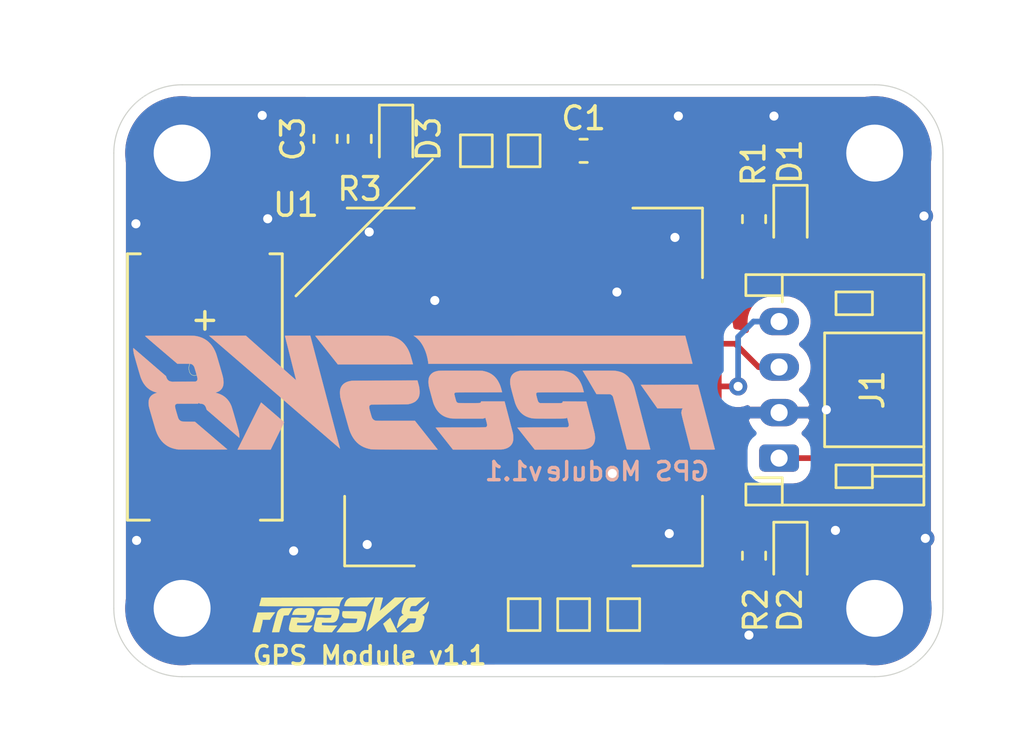
<source format=kicad_pcb>
(kicad_pcb (version 20171130) (host pcbnew "(5.1.5)-3")

  (general
    (thickness 1.6)
    (drawings 15)
    (tracks 87)
    (zones 0)
    (modules 22)
    (nets 15)
  )

  (page A4)
  (layers
    (0 F.Cu signal)
    (31 B.Cu signal)
    (32 B.Adhes user)
    (33 F.Adhes user)
    (34 B.Paste user)
    (35 F.Paste user)
    (36 B.SilkS user)
    (37 F.SilkS user)
    (38 B.Mask user)
    (39 F.Mask user)
    (40 Dwgs.User user)
    (41 Cmts.User user)
    (42 Eco1.User user)
    (43 Eco2.User user)
    (44 Edge.Cuts user)
    (45 Margin user)
    (46 B.CrtYd user hide)
    (47 F.CrtYd user hide)
    (48 B.Fab user)
    (49 F.Fab user hide)
  )

  (setup
    (last_trace_width 0.25)
    (trace_clearance 0.2)
    (zone_clearance 0.508)
    (zone_45_only no)
    (trace_min 0.2)
    (via_size 0.8)
    (via_drill 0.4)
    (via_min_size 0.4)
    (via_min_drill 0.3)
    (uvia_size 0.3)
    (uvia_drill 0.1)
    (uvias_allowed no)
    (uvia_min_size 0.2)
    (uvia_min_drill 0.1)
    (edge_width 0.05)
    (segment_width 0.2)
    (pcb_text_width 0.3)
    (pcb_text_size 1.5 1.5)
    (mod_edge_width 0.12)
    (mod_text_size 1 1)
    (mod_text_width 0.15)
    (pad_size 5 5)
    (pad_drill 2.5)
    (pad_to_mask_clearance 0.051)
    (solder_mask_min_width 0.25)
    (aux_axis_origin 0 0)
    (grid_origin 146.575001 100.275001)
    (visible_elements 7FFFFFFF)
    (pcbplotparams
      (layerselection 0x010fc_ffffffff)
      (usegerberextensions false)
      (usegerberattributes false)
      (usegerberadvancedattributes false)
      (creategerberjobfile false)
      (excludeedgelayer true)
      (linewidth 0.100000)
      (plotframeref false)
      (viasonmask false)
      (mode 1)
      (useauxorigin false)
      (hpglpennumber 1)
      (hpglpenspeed 20)
      (hpglpendiameter 15.000000)
      (psnegative false)
      (psa4output false)
      (plotreference true)
      (plotvalue true)
      (plotinvisibletext false)
      (padsonsilk false)
      (subtractmaskfromsilk false)
      (outputformat 1)
      (mirror false)
      (drillshape 0)
      (scaleselection 1)
      (outputdirectory "gerbers/"))
  )

  (net 0 "")
  (net 1 GND)
  (net 2 +3V3)
  (net 3 "Net-(D1-Pad2)")
  (net 4 "Net-(D2-Pad2)")
  (net 5 "Net-(R2-Pad1)")
  (net 6 "Net-(TP1-Pad1)")
  (net 7 "Net-(TP2-Pad1)")
  (net 8 "Net-(TP3-Pad1)")
  (net 9 /RX)
  (net 10 /TX)
  (net 11 /V_BCKP)
  (net 12 "Net-(D3-Pad1)")
  (net 13 "Net-(TP4-Pad1)")
  (net 14 "Net-(TP5-Pad1)")

  (net_class Default "This is the default net class."
    (clearance 0.2)
    (trace_width 0.25)
    (via_dia 0.8)
    (via_drill 0.4)
    (uvia_dia 0.3)
    (uvia_drill 0.1)
    (add_net +3V3)
    (add_net /RX)
    (add_net /TX)
    (add_net /V_BCKP)
    (add_net GND)
    (add_net "Net-(D1-Pad2)")
    (add_net "Net-(D2-Pad2)")
    (add_net "Net-(D3-Pad1)")
    (add_net "Net-(R2-Pad1)")
    (add_net "Net-(TP1-Pad1)")
    (add_net "Net-(TP2-Pad1)")
    (add_net "Net-(TP3-Pad1)")
    (add_net "Net-(TP4-Pad1)")
    (add_net "Net-(TP5-Pad1)")
  )

  (module DSK-3R3H224U-HL:CAP_DSK-3R3H224U-HL (layer F.Cu) (tedit 5EF6728E) (tstamp 5F697AE0)
    (at 132.575001 100.275001)
    (path /5FBFE2EA)
    (fp_text reference C2 (at -0.2 -0.8) (layer F.SilkS)
      (effects (font (size 0.641479 0.641479) (thickness 0.015)))
    )
    (fp_text value DSK-3R3H224U-HL (at 2.8 0.4 90) (layer F.Fab)
      (effects (font (size 0.642746 0.642746) (thickness 0.015)))
    )
    (fp_line (start 3.4 -5.85) (end 2.857 -5.85) (layer F.SilkS) (width 0.127))
    (fp_line (start 3.4 5.85) (end 3.4 -5.85) (layer F.SilkS) (width 0.127))
    (fp_line (start 2.438 5.85) (end 3.4 5.85) (layer F.SilkS) (width 0.127))
    (fp_line (start -3.4 5.85) (end -2.438 5.85) (layer F.SilkS) (width 0.127))
    (fp_line (start -3.4 -5.85) (end -3.4 5.85) (layer F.SilkS) (width 0.127))
    (fp_line (start -2.837 -5.85) (end -3.4 -5.85) (layer F.SilkS) (width 0.127))
    (fp_line (start 3.4 5.85) (end -3.4 5.85) (layer F.Fab) (width 0.127))
    (fp_line (start 3.4 -5.85) (end 3.4 5.85) (layer F.Fab) (width 0.127))
    (fp_line (start -3.4 -5.85) (end 3.4 -5.85) (layer F.Fab) (width 0.127))
    (fp_line (start -3.4 5.85) (end -3.4 -5.85) (layer F.Fab) (width 0.127))
    (fp_line (start 3.65 -6.325) (end -3.65 -6.325) (layer F.CrtYd) (width 0.05))
    (fp_line (start 3.65 6.175) (end 3.65 -6.325) (layer F.CrtYd) (width 0.05))
    (fp_line (start -3.65 6.175) (end 3.65 6.175) (layer F.CrtYd) (width 0.05))
    (fp_line (start -3.65 -6.325) (end -3.65 6.175) (layer F.CrtYd) (width 0.05))
    (fp_text user + (at 0 -3) (layer F.SilkS)
      (effects (font (size 1.007717 1.007717) (thickness 0.15)))
    )
    (pad 2 smd rect (at 0 5.075) (size 4 1.7) (layers F.Cu F.Paste F.Mask)
      (net 1 GND))
    (pad 1 smd rect (at 0 -5.075) (size 5 2) (layers F.Cu F.Paste F.Mask)
      (net 11 /V_BCKP))
  )

  (module Freesk8-receiver:FreeSK8-Remote-Logo_small (layer B.Cu) (tedit 0) (tstamp 602B8700)
    (at 142.275001 100.275001 180)
    (fp_text reference G*** (at 0 0) (layer B.SilkS) hide
      (effects (font (size 1.524 1.524) (thickness 0.3)) (justify mirror))
    )
    (fp_text value LOGO (at 0.75 0) (layer B.SilkS) hide
      (effects (font (size 1.524 1.524) (thickness 0.3)) (justify mirror))
    )
    (fp_poly (pts (xy -9.230509 2.253276) (xy -9.028402 2.253269) (xy -8.819424 2.253258) (xy -8.60385 2.253242)
      (xy -8.381959 2.253222) (xy -8.154029 2.253198) (xy -7.920337 2.253169) (xy -7.68116 2.253136)
      (xy -7.436776 2.253098) (xy -7.187462 2.253056) (xy -6.933496 2.253009) (xy -6.675156 2.252959)
      (xy -6.412719 2.252903) (xy -6.146462 2.252843) (xy -5.876663 2.252779) (xy -5.6036 2.25271)
      (xy -5.436539 2.252666) (xy 0.527282 2.251075) (xy 0.475528 2.216845) (xy 0.442545 2.192707)
      (xy 0.40445 2.161036) (xy 0.363907 2.12434) (xy 0.323581 2.085127) (xy 0.286137 2.045903)
      (xy 0.254239 2.009177) (xy 0.252326 2.006818) (xy 0.181451 1.909913) (xy 0.116658 1.802861)
      (xy 0.05844 1.68692) (xy 0.007288 1.563344) (xy -0.036304 1.433392) (xy -0.071844 1.29832)
      (xy -0.09884 1.159385) (xy -0.109756 1.082675) (xy -0.117633 1.019175) (xy -5.919867 1.017585)
      (xy -6.285191 1.01749) (xy -6.637891 1.017411) (xy -6.97804 1.017347) (xy -7.305716 1.017299)
      (xy -7.620992 1.017266) (xy -7.923945 1.017248) (xy -8.214649 1.017246) (xy -8.493179 1.01726)
      (xy -8.759611 1.017289) (xy -9.01402 1.017334) (xy -9.256481 1.017395) (xy -9.487069 1.017471)
      (xy -9.70586 1.017564) (xy -9.912929 1.017673) (xy -10.108351 1.017797) (xy -10.292201 1.017938)
      (xy -10.464554 1.018095) (xy -10.625486 1.018268) (xy -10.775072 1.018458) (xy -10.913387 1.018664)
      (xy -11.040506 1.018886) (xy -11.156505 1.019125) (xy -11.261458 1.019381) (xy -11.355441 1.019653)
      (xy -11.438529 1.019942) (xy -11.510798 1.020247) (xy -11.572322 1.02057) (xy -11.623177 1.020909)
      (xy -11.663438 1.021265) (xy -11.69318 1.021639) (xy -11.712479 1.022029) (xy -11.721409 1.022437)
      (xy -11.7221 1.022591) (xy -11.720541 1.029477) (xy -11.716038 1.047603) (xy -11.708853 1.075961)
      (xy -11.699247 1.113544) (xy -11.687484 1.159344) (xy -11.673825 1.212355) (xy -11.658532 1.27157)
      (xy -11.641867 1.335982) (xy -11.624092 1.404583) (xy -11.60547 1.476367) (xy -11.586261 1.550326)
      (xy -11.566729 1.625454) (xy -11.547134 1.700743) (xy -11.52774 1.775187) (xy -11.508808 1.847777)
      (xy -11.4906 1.917508) (xy -11.473378 1.983372) (xy -11.457404 2.044362) (xy -11.442941 2.099471)
      (xy -11.43025 2.147692) (xy -11.419593 2.188018) (xy -11.411232 2.219442) (xy -11.405429 2.240956)
      (xy -11.402447 2.251554) (xy -11.402111 2.252507) (xy -11.395726 2.252586) (xy -11.376919 2.252661)
      (xy -11.345966 2.252731) (xy -11.303147 2.252797) (xy -11.248737 2.25286) (xy -11.183015 2.252917)
      (xy -11.106258 2.252971) (xy -11.018743 2.25302) (xy -10.920749 2.253065) (xy -10.812552 2.253106)
      (xy -10.694431 2.253142) (xy -10.566662 2.253174) (xy -10.429523 2.253202) (xy -10.283292 2.253226)
      (xy -10.128247 2.253245) (xy -9.964664 2.25326) (xy -9.792821 2.25327) (xy -9.612996 2.253277)
      (xy -9.425466 2.253278) (xy -9.230509 2.253276)) (layer B.SilkS) (width 0.01))
    (fp_poly (pts (xy 3.269278 2.254728) (xy 3.392535 2.25468) (xy 3.515032 2.254591) (xy 3.636117 2.254461)
      (xy 3.755138 2.254291) (xy 3.871442 2.254079) (xy 3.984379 2.253828) (xy 4.093295 2.253537)
      (xy 4.19754 2.253205) (xy 4.29646 2.252834) (xy 4.389405 2.252423) (xy 4.475721 2.251972)
      (xy 4.554758 2.251482) (xy 4.625863 2.250954) (xy 4.688384 2.250386) (xy 4.741669 2.249779)
      (xy 4.785066 2.249134) (xy 4.817924 2.248451) (xy 4.83959 2.247729) (xy 4.849412 2.246969)
      (xy 4.849949 2.246723) (xy 4.845762 2.240895) (xy 4.834155 2.225723) (xy 4.815602 2.201812)
      (xy 4.790581 2.169765) (xy 4.759565 2.130187) (xy 4.72303 2.08368) (xy 4.681451 2.03085)
      (xy 4.635304 1.972301) (xy 4.585064 1.908635) (xy 4.531206 1.840458) (xy 4.474206 1.768372)
      (xy 4.414539 1.692982) (xy 4.352685 1.614898) (xy 3.85793 0.9906) (xy 2.208365 0.9906)
      (xy 2.064523 0.990621) (xy 1.92403 0.99068) (xy 1.787415 0.990778) (xy 1.655204 0.990911)
      (xy 1.527926 0.991079) (xy 1.406107 0.991279) (xy 1.290275 0.99151) (xy 1.180957 0.99177)
      (xy 1.078681 0.992057) (xy 0.983975 0.992371) (xy 0.897366 0.992708) (xy 0.819381 0.993068)
      (xy 0.750548 0.993448) (xy 0.691394 0.993847) (xy 0.642447 0.994264) (xy 0.604234 0.994695)
      (xy 0.577283 0.995141) (xy 0.562121 0.995599) (xy 0.5588 0.995938) (xy 0.560525 1.005049)
      (xy 0.565377 1.024621) (xy 0.572865 1.052944) (xy 0.582502 1.088303) (xy 0.593798 1.128986)
      (xy 0.606265 1.173282) (xy 0.619413 1.219476) (xy 0.632755 1.265857) (xy 0.645801 1.310712)
      (xy 0.658062 1.352328) (xy 0.669051 1.388993) (xy 0.678277 1.418994) (xy 0.685252 1.440618)
      (xy 0.68776 1.4478) (xy 0.720072 1.530974) (xy 0.752958 1.605122) (xy 0.788228 1.673856)
      (xy 0.827694 1.740791) (xy 0.85763 1.786792) (xy 0.927763 1.880251) (xy 1.005434 1.963511)
      (xy 1.090506 2.036493) (xy 1.182846 2.099119) (xy 1.282316 2.15131) (xy 1.388782 2.192987)
      (xy 1.502108 2.224071) (xy 1.622158 2.244484) (xy 1.650085 2.247598) (xy 1.66391 2.248364)
      (xy 1.689363 2.249086) (xy 1.725791 2.249764) (xy 1.772542 2.250397) (xy 1.828965 2.250986)
      (xy 1.894407 2.251532) (xy 1.968217 2.252034) (xy 2.049742 2.252493) (xy 2.138331 2.252909)
      (xy 2.233331 2.253281) (xy 2.334091 2.253611) (xy 2.439959 2.253898) (xy 2.550282 2.254143)
      (xy 2.664408 2.254345) (xy 2.781687 2.254505) (xy 2.901465 2.254623) (xy 3.023091 2.254699)
      (xy 3.145912 2.254734) (xy 3.269278 2.254728)) (layer B.SilkS) (width 0.01))
    (fp_poly (pts (xy 8.706132 2.252687) (xy 9.512645 2.251075) (xy 6.654479 -0.2159) (xy 6.489009 -0.358719)
      (xy 6.325889 -0.499504) (xy 6.165385 -0.638026) (xy 6.007762 -0.774055) (xy 5.853287 -0.907363)
      (xy 5.702226 -1.037718) (xy 5.554844 -1.164893) (xy 5.411407 -1.288658) (xy 5.272182 -1.408783)
      (xy 5.137434 -1.525039) (xy 5.00743 -1.637197) (xy 4.882434 -1.745027) (xy 4.762713 -1.8483)
      (xy 4.648533 -1.946787) (xy 4.54016 -2.040258) (xy 4.43786 -2.128484) (xy 4.341898 -2.211236)
      (xy 4.252542 -2.288284) (xy 4.170055 -2.359398) (xy 4.094705 -2.42435) (xy 4.026757 -2.482911)
      (xy 3.966478 -2.53485) (xy 3.914133 -2.579938) (xy 3.869988 -2.617946) (xy 3.834309 -2.648645)
      (xy 3.807362 -2.671806) (xy 3.789413 -2.687198) (xy 3.780728 -2.694593) (xy 3.779953 -2.695229)
      (xy 3.763594 -2.707583) (xy 3.766602 -2.692054) (xy 3.768417 -2.684881) (xy 3.773362 -2.665843)
      (xy 3.781329 -2.635352) (xy 3.792209 -2.593822) (xy 3.805892 -2.541666) (xy 3.82227 -2.4793)
      (xy 3.841234 -2.407135) (xy 3.862675 -2.325586) (xy 3.886484 -2.235067) (xy 3.912553 -2.135991)
      (xy 3.940771 -2.028772) (xy 3.971032 -1.913823) (xy 4.003224 -1.791559) (xy 4.037241 -1.662392)
      (xy 4.072972 -1.526737) (xy 4.110308 -1.385008) (xy 4.149142 -1.237617) (xy 4.189364 -1.084979)
      (xy 4.230865 -0.927507) (xy 4.273536 -0.765615) (xy 4.317268 -0.599717) (xy 4.361953 -0.430227)
      (xy 4.407481 -0.257557) (xy 4.419721 -0.211137) (xy 5.069832 2.25425) (xy 5.627794 2.25425)
      (xy 5.724814 2.25424) (xy 5.809906 2.2542) (xy 5.883846 2.254113) (xy 5.947404 2.253966)
      (xy 6.001356 2.253741) (xy 6.046473 2.253423) (xy 6.083529 2.252998) (xy 6.113298 2.25245)
      (xy 6.136552 2.251762) (xy 6.154065 2.25092) (xy 6.166609 2.249909) (xy 6.174958 2.248711)
      (xy 6.179886 2.247313) (xy 6.182165 2.245699) (xy 6.182568 2.243853) (xy 6.182406 2.243138)
      (xy 6.179703 2.233193) (xy 6.174172 2.211993) (xy 6.166015 2.180339) (xy 6.155434 2.139031)
      (xy 6.14263 2.088869) (xy 6.127806 2.030652) (xy 6.111164 1.965181) (xy 6.092905 1.893254)
      (xy 6.073232 1.815673) (xy 6.052346 1.733237) (xy 6.030449 1.646746) (xy 6.007744 1.557)
      (xy 5.984431 1.464799) (xy 5.960714 1.370942) (xy 5.936794 1.27623) (xy 5.912873 1.181462)
      (xy 5.889153 1.087438) (xy 5.865836 0.994959) (xy 5.843124 0.904823) (xy 5.821218 0.817832)
      (xy 5.800321 0.734785) (xy 5.780635 0.656481) (xy 5.762361 0.583721) (xy 5.745701 0.517305)
      (xy 5.730858 0.458032) (xy 5.718034 0.406702) (xy 5.70743 0.364116) (xy 5.699248 0.331072)
      (xy 5.69369 0.308372) (xy 5.690958 0.296815) (xy 5.690706 0.295461) (xy 5.695574 0.299448)
      (xy 5.709516 0.311504) (xy 5.732113 0.33126) (xy 5.762947 0.358346) (xy 5.801601 0.392392)
      (xy 5.847658 0.433029) (xy 5.900699 0.479886) (xy 5.960308 0.532595) (xy 6.026065 0.590785)
      (xy 6.097555 0.654087) (xy 6.174358 0.722132) (xy 6.256058 0.794548) (xy 6.342236 0.870967)
      (xy 6.432475 0.95102) (xy 6.526358 1.034335) (xy 6.623466 1.120545) (xy 6.723382 1.209278)
      (xy 6.796196 1.273962) (xy 7.899618 2.254299) (xy 8.706132 2.252687)) (layer B.SilkS) (width 0.01))
    (fp_poly (pts (xy 10.860217 2.253535) (xy 10.973316 2.253397) (xy 11.097682 2.2532) (xy 11.233942 2.252962)
      (xy 11.274425 2.252891) (xy 11.425676 2.252589) (xy 11.564408 2.25224) (xy 11.690799 2.251843)
      (xy 11.80503 2.251394) (xy 11.90728 2.250894) (xy 11.997729 2.25034) (xy 12.076557 2.249732)
      (xy 12.143944 2.249067) (xy 12.20007 2.248344) (xy 12.245114 2.247562) (xy 12.279256 2.246719)
      (xy 12.302676 2.245813) (xy 12.315554 2.244844) (xy 12.318144 2.244314) (xy 12.319756 2.243021)
      (xy 12.319998 2.240812) (xy 12.318424 2.237294) (xy 12.31459 2.232075) (xy 12.30805 2.224761)
      (xy 12.298356 2.21496) (xy 12.285065 2.202278) (xy 12.26773 2.186323) (xy 12.245906 2.166702)
      (xy 12.219146 2.143022) (xy 12.187005 2.114889) (xy 12.149037 2.081912) (xy 12.104796 2.043696)
      (xy 12.053837 1.99985) (xy 11.995714 1.94998) (xy 11.929982 1.893693) (xy 11.856194 1.830596)
      (xy 11.773904 1.760297) (xy 11.682668 1.682402) (xy 11.621215 1.629952) (xy 10.909265 1.02235)
      (xy 10.62786 1.02235) (xy 10.555845 1.022297) (xy 10.495302 1.022062) (xy 10.445003 1.02153)
      (xy 10.403722 1.020587) (xy 10.370231 1.01912) (xy 10.343302 1.017015) (xy 10.321707 1.014157)
      (xy 10.304219 1.010432) (xy 10.28961 1.005727) (xy 10.276654 0.999927) (xy 10.264122 0.992918)
      (xy 10.255828 0.98779) (xy 10.224789 0.962894) (xy 10.195976 0.930293) (xy 10.173522 0.894836)
      (xy 10.169617 0.886619) (xy 10.164546 0.873049) (xy 10.156497 0.848882) (xy 10.145971 0.815734)
      (xy 10.133468 0.775223) (xy 10.119487 0.728968) (xy 10.104527 0.678584) (xy 10.089945 0.62865)
      (xy 10.072173 0.566916) (xy 10.057786 0.515977) (xy 10.046456 0.474486) (xy 10.037852 0.441095)
      (xy 10.031646 0.414454) (xy 10.027509 0.393215) (xy 10.02511 0.376029) (xy 10.024122 0.361549)
      (xy 10.024064 0.358775) (xy 10.02665 0.321259) (xy 10.036389 0.292521) (xy 10.054549 0.270086)
      (xy 10.077774 0.254) (xy 10.106025 0.238125) (xy 10.594975 0.236529) (xy 10.694221 0.236143)
      (xy 10.781265 0.235671) (xy 10.856602 0.235102) (xy 10.920728 0.234429) (xy 10.974141 0.233642)
      (xy 11.017336 0.232732) (xy 11.05081 0.231692) (xy 11.075059 0.230511) (xy 11.090581 0.229182)
      (xy 11.097871 0.227695) (xy 11.097996 0.227634) (xy 11.113363 0.223815) (xy 11.120221 0.226774)
      (xy 11.130472 0.230636) (xy 11.149173 0.234358) (xy 11.170069 0.236908) (xy 11.225968 0.246953)
      (xy 11.274315 0.266714) (xy 11.315507 0.296539) (xy 11.349939 0.336773) (xy 11.378008 0.387765)
      (xy 11.395297 0.43382) (xy 11.409233 0.477776) (xy 12.122084 1.092963) (xy 12.204137 1.163742)
      (xy 12.283593 1.232219) (xy 12.359918 1.297937) (xy 12.432579 1.360438) (xy 12.501042 1.419267)
      (xy 12.564775 1.473965) (xy 12.623243 1.524078) (xy 12.675913 1.569146) (xy 12.722252 1.608715)
      (xy 12.761726 1.642327) (xy 12.793801 1.669525) (xy 12.817946 1.689852) (xy 12.833624 1.702852)
      (xy 12.840305 1.708067) (xy 12.840493 1.708151) (xy 12.844376 1.7022) (xy 12.845991 1.685479)
      (xy 12.845493 1.659683) (xy 12.843039 1.626508) (xy 12.838783 1.587651) (xy 12.832882 1.544807)
      (xy 12.825491 1.499672) (xy 12.817458 1.457325) (xy 12.8131 1.438642) (xy 12.805469 1.409024)
      (xy 12.794921 1.369709) (xy 12.781814 1.321931) (xy 12.766505 1.266928) (xy 12.749351 1.205934)
      (xy 12.73071 1.140186) (xy 12.710938 1.07092) (xy 12.690393 0.999372) (xy 12.669433 0.926778)
      (xy 12.648415 0.854373) (xy 12.627695 0.783394) (xy 12.607632 0.715077) (xy 12.588582 0.650657)
      (xy 12.570902 0.59137) (xy 12.554951 0.538453) (xy 12.541085 0.493142) (xy 12.529661 0.456672)
      (xy 12.521038 0.430279) (xy 12.518258 0.422275) (xy 12.49601 0.365451) (xy 12.469118 0.305221)
      (xy 12.439576 0.245631) (xy 12.409376 0.190725) (xy 12.383662 0.149225) (xy 12.317769 0.060548)
      (xy 12.245285 -0.017329) (xy 12.16593 -0.084598) (xy 12.079423 -0.14145) (xy 11.985485 -0.188077)
      (xy 11.883836 -0.22467) (xy 11.80784 -0.24444) (xy 11.799909 -0.246775) (xy 11.798869 -0.249502)
      (xy 11.80613 -0.253493) (xy 11.823101 -0.25962) (xy 11.842765 -0.266049) (xy 11.921006 -0.296347)
      (xy 11.988911 -0.333494) (xy 12.046316 -0.377363) (xy 12.093054 -0.427823) (xy 12.128961 -0.484747)
      (xy 12.132677 -0.492307) (xy 12.15534 -0.55352) (xy 12.168995 -0.622589) (xy 12.173603 -0.698379)
      (xy 12.169126 -0.779756) (xy 12.155526 -0.865586) (xy 12.14654 -0.904875) (xy 12.141441 -0.924163)
      (xy 12.133153 -0.954124) (xy 12.122031 -0.993541) (xy 12.108433 -1.041197) (xy 12.092716 -1.095876)
      (xy 12.075236 -1.156363) (xy 12.05635 -1.221441) (xy 12.036415 -1.289894) (xy 12.015787 -1.360505)
      (xy 11.994824 -1.432059) (xy 11.973881 -1.50334) (xy 11.953316 -1.573131) (xy 11.933485 -1.640216)
      (xy 11.914745 -1.703379) (xy 11.897452 -1.761404) (xy 11.881964 -1.813074) (xy 11.868638 -1.857174)
      (xy 11.857829 -1.892487) (xy 11.849894 -1.917797) (xy 11.845824 -1.930118) (xy 11.797184 -2.053239)
      (xy 11.740694 -2.167063) (xy 11.676542 -2.27135) (xy 11.604915 -2.365861) (xy 11.526001 -2.450356)
      (xy 11.439988 -2.524595) (xy 11.347063 -2.588337) (xy 11.31701 -2.605857) (xy 11.236213 -2.646565)
      (xy 11.150903 -2.680388) (xy 11.058628 -2.70817) (xy 10.956937 -2.730759) (xy 10.95359 -2.731389)
      (xy 10.874375 -2.746217) (xy 9.820275 -2.747063) (xy 9.705166 -2.747132) (xy 9.593273 -2.747153)
      (xy 9.485277 -2.747127) (xy 9.381859 -2.747058) (xy 9.2837 -2.746946) (xy 9.19148 -2.746794)
      (xy 9.10588 -2.746604) (xy 9.027581 -2.746377) (xy 8.957263 -2.746116) (xy 8.895608 -2.745822)
      (xy 8.843296 -2.745498) (xy 8.801008 -2.745146) (xy 8.769426 -2.744767) (xy 8.749228 -2.744363)
      (xy 8.741258 -2.743967) (xy 8.716341 -2.740025) (xy 9.426989 -2.1336) (xy 10.137638 -1.527175)
      (xy 10.413931 -1.523512) (xy 10.482736 -1.522537) (xy 10.540037 -1.521564) (xy 10.587031 -1.520538)
      (xy 10.624914 -1.519405) (xy 10.654881 -1.518109) (xy 10.67813 -1.516596) (xy 10.695856 -1.514812)
      (xy 10.709256 -1.512702) (xy 10.719525 -1.510211) (xy 10.721975 -1.509447) (xy 10.772345 -1.486656)
      (xy 10.814628 -1.45417) (xy 10.848274 -1.412515) (xy 10.871076 -1.366684) (xy 10.875814 -1.352807)
      (xy 10.883563 -1.328373) (xy 10.893824 -1.29503) (xy 10.906097 -1.254427) (xy 10.919885 -1.208213)
      (xy 10.934688 -1.158034) (xy 10.947933 -1.112684) (xy 10.966023 -1.049965) (xy 10.980637 -0.998111)
      (xy 10.992085 -0.955864) (xy 11.000679 -0.921967) (xy 11.006729 -0.895162) (xy 11.010547 -0.874193)
      (xy 11.012444 -0.857801) (xy 11.012776 -0.850556) (xy 11.010384 -0.81427) (xy 11.0008 -0.786777)
      (xy 10.982641 -0.765576) (xy 10.956818 -0.7493) (xy 10.925175 -0.733425) (xy 10.461625 -0.731791)
      (xy 9.998075 -0.730158) (xy 9.984325 -0.713312) (xy 9.970575 -0.696465) (xy 9.951679 -0.712365)
      (xy 9.939716 -0.720737) (xy 9.925569 -0.726186) (xy 9.905622 -0.729696) (xy 9.879428 -0.732031)
      (xy 9.823545 -0.739959) (xy 9.775768 -0.755777) (xy 9.735183 -0.780292) (xy 9.700876 -0.814308)
      (xy 9.671935 -0.858632) (xy 9.647445 -0.914068) (xy 9.636601 -0.94615) (xy 9.619828 -1.000125)
      (xy 8.90869 -1.6129) (xy 8.826689 -1.683537) (xy 8.74728 -1.751899) (xy 8.670999 -1.817528)
      (xy 8.598382 -1.879962) (xy 8.529963 -1.938745) (xy 8.466279 -1.993417) (xy 8.407865 -2.043518)
      (xy 8.355256 -2.08859) (xy 8.308988 -2.128174) (xy 8.269596 -2.161811) (xy 8.237616 -2.189041)
      (xy 8.213583 -2.209407) (xy 8.198033 -2.222448) (xy 8.191501 -2.227706) (xy 8.191351 -2.227791)
      (xy 8.187253 -2.22358) (xy 8.185165 -2.208588) (xy 8.184944 -2.184553) (xy 8.186452 -2.153212)
      (xy 8.189547 -2.116302) (xy 8.194089 -2.075559) (xy 8.199938 -2.032721) (xy 8.206954 -1.989525)
      (xy 8.213328 -1.9558) (xy 8.218389 -1.933569) (xy 8.226649 -1.900735) (xy 8.23777 -1.858471)
      (xy 8.251411 -1.807952) (xy 8.267235 -1.750352) (xy 8.284903 -1.686845) (xy 8.304075 -1.618606)
      (xy 8.324412 -1.54681) (xy 8.345577 -1.47263) (xy 8.36723 -1.397241) (xy 8.389031 -1.321817)
      (xy 8.410643 -1.247534) (xy 8.431726 -1.175564) (xy 8.451942 -1.107084) (xy 8.470951 -1.043266)
      (xy 8.488416 -0.985286) (xy 8.503996 -0.934318) (xy 8.517352 -0.891536) (xy 8.528148 -0.858115)
      (xy 8.536042 -0.835229) (xy 8.53856 -0.828675) (xy 8.582375 -0.733696) (xy 8.632627 -0.648281)
      (xy 8.690724 -0.570329) (xy 8.758076 -0.49774) (xy 8.765394 -0.490676) (xy 8.830518 -0.433873)
      (xy 8.898474 -0.386075) (xy 8.973858 -0.344085) (xy 8.982075 -0.340038) (xy 9.024898 -0.320674)
      (xy 9.073072 -0.301364) (xy 9.122333 -0.283651) (xy 9.168416 -0.269079) (xy 9.202776 -0.26012)
      (xy 9.221705 -0.255407) (xy 9.233918 -0.251415) (xy 9.236712 -0.249345) (xy 9.229967 -0.246306)
      (xy 9.213872 -0.240202) (xy 9.191109 -0.232027) (xy 9.173359 -0.225852) (xy 9.119635 -0.205)
      (xy 9.074806 -0.181783) (xy 9.035068 -0.153917) (xy 8.998155 -0.12065) (xy 8.954372 -0.068315)
      (xy 8.920161 -0.007791) (xy 8.89576 0.060502) (xy 8.895467 0.061592) (xy 8.885665 0.113785)
      (xy 8.881206 0.175041) (xy 8.881969 0.242958) (xy 8.887836 0.315135) (xy 8.898688 0.38917)
      (xy 8.914406 0.46266) (xy 8.915601 0.467394) (xy 8.923016 0.495527) (xy 8.933328 0.53327)
      (xy 8.946184 0.579413) (xy 8.961231 0.632746) (xy 8.978115 0.692059) (xy 8.996483 0.756143)
      (xy 9.015981 0.823788) (xy 9.036256 0.893785) (xy 9.056953 0.964924) (xy 9.077721 1.035995)
      (xy 9.098205 1.105788) (xy 9.118051 1.173094) (xy 9.136907 1.236704) (xy 9.154418 1.295407)
      (xy 9.170231 1.347994) (xy 9.183994 1.393256) (xy 9.195351 1.429982) (xy 9.20395 1.456963)
      (xy 9.209437 1.47299) (xy 9.209591 1.473396) (xy 9.261845 1.59599) (xy 9.321327 1.708165)
      (xy 9.388026 1.809912) (xy 9.46193 1.901218) (xy 9.543029 1.982075) (xy 9.631311 2.052472)
      (xy 9.726767 2.112399) (xy 9.829384 2.161844) (xy 9.939151 2.200798) (xy 9.995809 2.216118)
      (xy 10.015626 2.220952) (xy 10.034134 2.225365) (xy 10.051961 2.229376) (xy 10.069737 2.233003)
      (xy 10.088091 2.236264) (xy 10.10765 2.239177) (xy 10.129045 2.241759) (xy 10.152902 2.24403)
      (xy 10.179853 2.246007) (xy 10.210524 2.247708) (xy 10.245545 2.249152) (xy 10.285544 2.250356)
      (xy 10.331151 2.251339) (xy 10.382994 2.252118) (xy 10.441701 2.252712) (xy 10.507902 2.253139)
      (xy 10.582226 2.253416) (xy 10.6653 2.253563) (xy 10.757754 2.253596) (xy 10.860217 2.253535)) (layer B.SilkS) (width 0.01))
    (fp_poly (pts (xy 7.232573 -0.686597) (xy 7.241032 -0.703233) (xy 7.254461 -0.729844) (xy 7.272513 -0.765734)
      (xy 7.294842 -0.810208) (xy 7.321099 -0.862569) (xy 7.350937 -0.922122) (xy 7.38401 -0.988172)
      (xy 7.419968 -1.060022) (xy 7.458466 -1.136978) (xy 7.499155 -1.218342) (xy 7.541688 -1.303421)
      (xy 7.585718 -1.391517) (xy 7.630897 -1.481935) (xy 7.676879 -1.57398) (xy 7.723315 -1.666956)
      (xy 7.769858 -1.760167) (xy 7.816161 -1.852917) (xy 7.861876 -1.944512) (xy 7.906656 -2.034254)
      (xy 7.950154 -2.121449) (xy 7.992022 -2.2054) (xy 8.031913 -2.285412) (xy 8.069479 -2.36079)
      (xy 8.104373 -2.430837) (xy 8.136248 -2.494859) (xy 8.164755 -2.552158) (xy 8.189549 -2.60204)
      (xy 8.210281 -2.643809) (xy 8.226604 -2.676769) (xy 8.23817 -2.700225) (xy 8.244633 -2.71348)
      (xy 8.245787 -2.715941) (xy 8.260651 -2.74955) (xy 6.809654 -2.74955) (xy 6.655275 -2.436812)
      (xy 6.619884 -2.365116) (xy 6.580948 -2.286231) (xy 6.539838 -2.202937) (xy 6.497927 -2.118015)
      (xy 6.456587 -2.034244) (xy 6.417189 -1.954406) (xy 6.381106 -1.88128) (xy 6.359112 -1.836704)
      (xy 6.217329 -1.549334) (xy 6.722467 -1.113987) (xy 6.791312 -1.054687) (xy 6.857423 -0.997807)
      (xy 6.920169 -0.943886) (xy 6.97892 -0.893462) (xy 7.033045 -0.847076) (xy 7.081913 -0.805266)
      (xy 7.124895 -0.768571) (xy 7.161358 -0.73753) (xy 7.190672 -0.712683) (xy 7.212207 -0.694568)
      (xy 7.225331 -0.683726) (xy 7.229433 -0.680632) (xy 7.232573 -0.686597)) (layer B.SilkS) (width 0.01))
    (fp_poly (pts (xy 1.770708 0.282918) (xy 1.934451 0.282404) (xy 2.090065 0.281857) (xy 2.237235 0.281279)
      (xy 2.375652 0.280674) (xy 2.505002 0.280043) (xy 2.624974 0.279388) (xy 2.735256 0.278712)
      (xy 2.835535 0.278017) (xy 2.9255 0.277306) (xy 3.004839 0.27658) (xy 3.073239 0.275842)
      (xy 3.130389 0.275093) (xy 3.175977 0.274337) (xy 3.20969 0.273576) (xy 3.231217 0.272811)
      (xy 3.2385 0.272317) (xy 3.335112 0.257453) (xy 3.422198 0.234475) (xy 3.49967 0.20342)
      (xy 3.567441 0.164323) (xy 3.625425 0.117223) (xy 3.639879 0.102622) (xy 3.68421 0.048292)
      (xy 3.718333 -0.010529) (xy 3.743167 -0.075777) (xy 3.759549 -0.148854) (xy 3.763696 -0.188617)
      (xy 3.765233 -0.237409) (xy 3.764317 -0.291866) (xy 3.76111 -0.348623) (xy 3.75577 -0.404314)
      (xy 3.748455 -0.455576) (xy 3.743912 -0.479425) (xy 3.740113 -0.495369) (xy 3.733136 -0.522507)
      (xy 3.723266 -0.559819) (xy 3.710786 -0.606286) (xy 3.695981 -0.660889) (xy 3.679134 -0.722609)
      (xy 3.660531 -0.790428) (xy 3.640455 -0.863326) (xy 3.61919 -0.940284) (xy 3.59702 -1.020284)
      (xy 3.57423 -1.102307) (xy 3.551104 -1.185334) (xy 3.527926 -1.268345) (xy 3.504979 -1.350323)
      (xy 3.482549 -1.430248) (xy 3.460919 -1.507101) (xy 3.440374 -1.579863) (xy 3.421197 -1.647515)
      (xy 3.403674 -1.70904) (xy 3.388087 -1.763416) (xy 3.374721 -1.809627) (xy 3.36386 -1.846652)
      (xy 3.355789 -1.873473) (xy 3.350792 -1.889071) (xy 3.350773 -1.889125) (xy 3.300407 -2.017902)
      (xy 3.242956 -2.136303) (xy 3.178458 -2.244271) (xy 3.106949 -2.341751) (xy 3.028469 -2.428687)
      (xy 2.943055 -2.505023) (xy 2.913804 -2.527545) (xy 2.822714 -2.587677) (xy 2.723841 -2.638669)
      (xy 2.61674 -2.680698) (xy 2.50097 -2.713943) (xy 2.400178 -2.734616) (xy 2.392247 -2.735892)
      (xy 2.383525 -2.737071) (xy 2.373504 -2.738159) (xy 2.361672 -2.73916) (xy 2.34752 -2.740077)
      (xy 2.330539 -2.740917) (xy 2.310216 -2.741684) (xy 2.286043 -2.742381) (xy 2.257509 -2.743014)
      (xy 2.224105 -2.743587) (xy 2.185319 -2.744104) (xy 2.140642 -2.744571) (xy 2.089563 -2.744991)
      (xy 2.031573 -2.74537) (xy 1.966162 -2.745711) (xy 1.892818 -2.746019) (xy 1.811033 -2.746299)
      (xy 1.720295 -2.746556) (xy 1.620095 -2.746793) (xy 1.509923 -2.747016) (xy 1.389267 -2.747229)
      (xy 1.25762 -2.747436) (xy 1.114469 -2.747642) (xy 0.959305 -2.747852) (xy 0.90265 -2.747926)
      (xy -0.528324 -2.749792) (xy -0.503875 -2.719022) (xy -0.49684 -2.710154) (xy -0.482433 -2.69198)
      (xy -0.461167 -2.665147) (xy -0.433556 -2.630305) (xy -0.400114 -2.588102) (xy -0.361355 -2.539186)
      (xy -0.317792 -2.484206) (xy -0.269939 -2.42381) (xy -0.218311 -2.358647) (xy -0.16342 -2.289365)
      (xy -0.105781 -2.216612) (xy -0.045907 -2.141038) (xy -0.003175 -2.087099) (xy 0.473075 -1.485947)
      (xy 1.328068 -1.485923) (xy 1.449537 -1.485916) (xy 1.558969 -1.485896) (xy 1.657025 -1.485854)
      (xy 1.744368 -1.48578) (xy 1.821659 -1.485665) (xy 1.889563 -1.485499) (xy 1.94874 -1.485273)
      (xy 1.999853 -1.484978) (xy 2.043564 -1.484603) (xy 2.080535 -1.48414) (xy 2.111429 -1.483578)
      (xy 2.136908 -1.48291) (xy 2.157635 -1.482124) (xy 2.174271 -1.481213) (xy 2.187479 -1.480165)
      (xy 2.197921 -1.478973) (xy 2.206259 -1.477625) (xy 2.213156 -1.476114) (xy 2.219274 -1.474429)
      (xy 2.223418 -1.473151) (xy 2.269932 -1.453009) (xy 2.308174 -1.424018) (xy 2.334639 -1.392847)
      (xy 2.342983 -1.380571) (xy 2.350512 -1.367887) (xy 2.357716 -1.353395) (xy 2.365083 -1.335695)
      (xy 2.373104 -1.313388) (xy 2.382268 -1.285074) (xy 2.393063 -1.249353) (xy 2.40598 -1.204825)
      (xy 2.421506 -1.150092) (xy 2.429752 -1.120775) (xy 2.444585 -1.067575) (xy 2.456205 -1.024813)
      (xy 2.464991 -0.990744) (xy 2.471321 -0.963625) (xy 2.475576 -0.941711) (xy 2.478133 -0.923258)
      (xy 2.479373 -0.906523) (xy 2.479675 -0.891053) (xy 2.47806 -0.856689) (xy 2.472079 -0.831666)
      (xy 2.460025 -0.812907) (xy 2.440191 -0.797334) (xy 2.422194 -0.7874) (xy 2.390775 -0.771525)
      (xy 1.6002 -0.767848) (xy 1.482369 -0.767288) (xy 1.376543 -0.766753) (xy 1.282027 -0.766231)
      (xy 1.198125 -0.76571) (xy 1.124143 -0.765179) (xy 1.059386 -0.764625) (xy 1.003158 -0.764037)
      (xy 0.954764 -0.763402) (xy 0.913509 -0.762709) (xy 0.878698 -0.761946) (xy 0.849637 -0.761101)
      (xy 0.825629 -0.760161) (xy 0.80598 -0.759116) (xy 0.789994 -0.757952) (xy 0.776977 -0.756659)
      (xy 0.766234 -0.755224) (xy 0.757069 -0.753635) (xy 0.75565 -0.753355) (xy 0.698453 -0.740904)
      (xy 0.649813 -0.727853) (xy 0.605607 -0.712867) (xy 0.561713 -0.694614) (xy 0.534139 -0.681697)
      (xy 0.501065 -0.665134) (xy 0.475748 -0.650654) (xy 0.454222 -0.635457) (xy 0.432522 -0.616742)
      (xy 0.406681 -0.591707) (xy 0.406604 -0.59163) (xy 0.368453 -0.55072) (xy 0.339191 -0.512013)
      (xy 0.316445 -0.471839) (xy 0.297843 -0.42653) (xy 0.295561 -0.419943) (xy 0.283343 -0.379462)
      (xy 0.274833 -0.339392) (xy 0.269694 -0.296688) (xy 0.267592 -0.248303) (xy 0.26819 -0.19119)
      (xy 0.268688 -0.176117) (xy 0.270507 -0.136934) (xy 0.273193 -0.100534) (xy 0.277098 -0.065138)
      (xy 0.282575 -0.028963) (xy 0.289976 0.009772) (xy 0.299653 0.052846) (xy 0.311958 0.10204)
      (xy 0.327243 0.159137) (xy 0.345861 0.225915) (xy 0.353565 0.253085) (xy 0.363242 0.287095)
      (xy 1.770708 0.282918)) (layer B.SilkS) (width 0.01))
    (fp_poly (pts (xy -1.020101 0.716796) (xy -0.943184 0.716674) (xy -0.875012 0.716419) (xy -0.814924 0.716017)
      (xy -0.762262 0.715452) (xy -0.716366 0.71471) (xy -0.676577 0.713777) (xy -0.642237 0.712638)
      (xy -0.612684 0.711279) (xy -0.587262 0.709684) (xy -0.565309 0.707839) (xy -0.546167 0.70573)
      (xy -0.529176 0.703343) (xy -0.513678 0.700661) (xy -0.499013 0.697672) (xy -0.484521 0.694359)
      (xy -0.474435 0.691917) (xy -0.406085 0.671685) (xy -0.347452 0.646467) (xy -0.296085 0.614922)
      (xy -0.249538 0.575711) (xy -0.234814 0.560858) (xy -0.19662 0.515052) (xy -0.167153 0.466231)
      (xy -0.145665 0.412415) (xy -0.131407 0.351619) (xy -0.123632 0.281863) (xy -0.122646 0.263525)
      (xy -0.121819 0.198576) (xy -0.125582 0.135568) (xy -0.134359 0.069585) (xy -0.143702 0.01905)
      (xy -0.148308 -0.001439) (xy -0.155922 -0.032573) (xy -0.16612 -0.072786) (xy -0.178479 -0.120511)
      (xy -0.192575 -0.174182) (xy -0.207983 -0.232232) (xy -0.224281 -0.293097) (xy -0.241044 -0.355208)
      (xy -0.257849 -0.417001) (xy -0.274272 -0.476908) (xy -0.289889 -0.533364) (xy -0.304277 -0.584802)
      (xy -0.317011 -0.629656) (xy -0.327669 -0.66636) (xy -0.335825 -0.693348) (xy -0.339555 -0.70485)
      (xy -0.361918 -0.76362) (xy -0.389676 -0.826114) (xy -0.42103 -0.888851) (xy -0.454183 -0.948354)
      (xy -0.487336 -1.001141) (xy -0.507185 -1.029083) (xy -0.572896 -1.10807) (xy -0.643229 -1.176285)
      (xy -0.719165 -1.234315) (xy -0.801685 -1.282748) (xy -0.89177 -1.322171) (xy -0.990402 -1.353172)
      (xy -1.082675 -1.373518) (xy -1.0949 -1.375724) (xy -1.106623 -1.377684) (xy -1.118632 -1.379412)
      (xy -1.131714 -1.380925) (xy -1.146657 -1.382235) (xy -1.164248 -1.383358) (xy -1.185275 -1.384308)
      (xy -1.210524 -1.385099) (xy -1.240784 -1.385746) (xy -1.276841 -1.386263) (xy -1.319483 -1.386666)
      (xy -1.369497 -1.386967) (xy -1.427671 -1.387183) (xy -1.494793 -1.387327) (xy -1.571648 -1.387413)
      (xy -1.659025 -1.387457) (xy -1.757712 -1.387473) (xy -1.8415 -1.387475) (xy -2.524125 -1.387475)
      (xy -2.57175 -1.370503) (xy -2.594512 -1.363064) (xy -2.612509 -1.358438) (xy -2.622605 -1.357391)
      (xy -2.62355 -1.357803) (xy -2.626318 -1.364938) (xy -2.631751 -1.382548) (xy -2.639329 -1.408812)
      (xy -2.648532 -1.441911) (xy -2.658839 -1.480025) (xy -2.663772 -1.4986) (xy -2.675988 -1.54551)
      (xy -2.685079 -1.582252) (xy -2.691426 -1.610861) (xy -2.695413 -1.633373) (xy -2.697425 -1.651826)
      (xy -2.697844 -1.668256) (xy -2.697501 -1.677774) (xy -2.695422 -1.702345) (xy -2.691454 -1.718702)
      (xy -2.684088 -1.731326) (xy -2.676586 -1.739836) (xy -2.67225 -1.744594) (xy -2.668387 -1.748941)
      (xy -2.664432 -1.752895) (xy -2.65982 -1.756473) (xy -2.653986 -1.759696) (xy -2.646364 -1.762581)
      (xy -2.636388 -1.765148) (xy -2.623493 -1.767414) (xy -2.607114 -1.769398) (xy -2.586684 -1.771119)
      (xy -2.56164 -1.772596) (xy -2.531414 -1.773847) (xy -2.495442 -1.77489) (xy -2.453159 -1.775745)
      (xy -2.403998 -1.776429) (xy -2.347394 -1.776962) (xy -2.282782 -1.777362) (xy -2.209597 -1.777648)
      (xy -2.127272 -1.777838) (xy -2.035243 -1.77795) (xy -1.932944 -1.778004) (xy -1.819809 -1.778018)
      (xy -1.695273 -1.778011) (xy -1.55877 -1.778) (xy -1.515819 -1.778) (xy -1.37739 -1.778009)
      (xy -1.25112 -1.778041) (xy -1.136468 -1.778099) (xy -1.032893 -1.77819) (xy -0.939854 -1.778316)
      (xy -0.856809 -1.778484) (xy -0.783219 -1.778697) (xy -0.71854 -1.778961) (xy -0.662234 -1.77928)
      (xy -0.613758 -1.779659) (xy -0.572571 -1.780103) (xy -0.538133 -1.780616) (xy -0.509902 -1.781204)
      (xy -0.487337 -1.78187) (xy -0.469898 -1.782619) (xy -0.457043 -1.783457) (xy -0.448231 -1.784389)
      (xy -0.442921 -1.785417) (xy -0.440573 -1.786548) (xy -0.440393 -1.787385) (xy -0.444771 -1.793611)
      (xy -0.45649 -1.809089) (xy -0.475004 -1.833122) (xy -0.499764 -1.865009) (xy -0.530224 -1.904052)
      (xy -0.565835 -1.949552) (xy -0.606051 -2.000808) (xy -0.650324 -2.057123) (xy -0.698106 -2.117797)
      (xy -0.74885 -2.18213) (xy -0.802009 -2.249424) (xy -0.820485 -2.272791) (xy -1.196975 -2.748811)
      (xy -2.251075 -2.748164) (xy -2.366136 -2.74808) (xy -2.477951 -2.747974) (xy -2.585843 -2.747846)
      (xy -2.689133 -2.747699) (xy -2.787143 -2.747534) (xy -2.879193 -2.747353) (xy -2.964606 -2.747158)
      (xy -3.042702 -2.746951) (xy -3.112804 -2.746733) (xy -3.174233 -2.746507) (xy -3.226311 -2.746274)
      (xy -3.268358 -2.746035) (xy -3.299696 -2.745794) (xy -3.319648 -2.745551) (xy -3.3274 -2.745323)
      (xy -3.422071 -2.731471) (xy -3.508044 -2.709563) (xy -3.585015 -2.679786) (xy -3.652675 -2.642326)
      (xy -3.710719 -2.597369) (xy -3.758839 -2.5451) (xy -3.796728 -2.485705) (xy -3.812564 -2.451382)
      (xy -3.826553 -2.413061) (xy -3.836613 -2.375342) (xy -3.843129 -2.33537) (xy -3.846485 -2.290289)
      (xy -3.847065 -2.237243) (xy -3.846255 -2.200874) (xy -3.843475 -2.140687) (xy -3.839086 -2.090405)
      (xy -3.832819 -2.047301) (xy -3.829163 -2.028825) (xy -3.825665 -2.01396) (xy -3.819155 -1.987726)
      (xy -3.80987 -1.951031) (xy -3.798044 -1.904781) (xy -3.783913 -1.849886) (xy -3.767712 -1.787253)
      (xy -3.749677 -1.717792) (xy -3.730042 -1.642409) (xy -3.709043 -1.562013) (xy -3.686915 -1.477512)
      (xy -3.663894 -1.389814) (xy -3.644902 -1.317625) (xy -3.621604 -1.229141) (xy -3.599164 -1.1439)
      (xy -3.577802 -1.06273) (xy -3.557734 -0.986461) (xy -3.53918 -0.915922) (xy -3.522357 -0.851943)
      (xy -3.507483 -0.795354) (xy -3.494777 -0.746983) (xy -3.484456 -0.707661) (xy -3.476738 -0.678216)
      (xy -3.471842 -0.659479) (xy -3.47003 -0.652462) (xy -3.465724 -0.635) (xy -2.434834 -0.635)
      (xy -2.425505 -0.661922) (xy -2.42276 -0.670343) (xy -2.420195 -0.677674) (xy -2.416962 -0.683989)
      (xy -2.412215 -0.689365) (xy -2.405109 -0.693876) (xy -2.394795 -0.697598) (xy -2.380429 -0.700607)
      (xy -2.361164 -0.702978) (xy -2.336154 -0.704786) (xy -2.304552 -0.706108) (xy -2.265511 -0.707017)
      (xy -2.218186 -0.70759) (xy -2.161731 -0.707902) (xy -2.095298 -0.708028) (xy -2.018042 -0.708044)
      (xy -1.929117 -0.708026) (xy -1.908175 -0.708025) (xy -1.814542 -0.707977) (xy -1.732874 -0.707826)
      (xy -1.662439 -0.70756) (xy -1.602501 -0.707167) (xy -1.552328 -0.706635) (xy -1.511185 -0.705951)
      (xy -1.478339 -0.705104) (xy -1.453056 -0.704082) (xy -1.434602 -0.702872) (xy -1.422243 -0.701463)
      (xy -1.415522 -0.699944) (xy -1.388088 -0.684797) (xy -1.362908 -0.66139) (xy -1.344514 -0.633959)
      (xy -1.344212 -0.633326) (xy -1.339696 -0.62106) (xy -1.332684 -0.598744) (xy -1.323796 -0.568643)
      (xy -1.313647 -0.533019) (xy -1.302857 -0.494136) (xy -1.292042 -0.454259) (xy -1.28182 -0.415649)
      (xy -1.272809 -0.380571) (xy -1.265627 -0.351288) (xy -1.260891 -0.330063) (xy -1.259702 -0.323621)
      (xy -1.260002 -0.293088) (xy -1.270632 -0.267633) (xy -1.290673 -0.249417) (xy -1.291532 -0.248938)
      (xy -1.294742 -0.247522) (xy -1.299356 -0.246233) (xy -1.305958 -0.245062) (xy -1.315132 -0.244002)
      (xy -1.327462 -0.243047) (xy -1.343532 -0.242189) (xy -1.363925 -0.241422) (xy -1.389227 -0.240739)
      (xy -1.42002 -0.240132) (xy -1.456889 -0.239594) (xy -1.500418 -0.23912) (xy -1.551191 -0.2387)
      (xy -1.609791 -0.238329) (xy -1.676803 -0.238) (xy -1.752811 -0.237705) (xy -1.838398 -0.237438)
      (xy -1.934149 -0.237191) (xy -2.040648 -0.236958) (xy -2.158479 -0.236731) (xy -2.288225 -0.236504)
      (xy -2.335605 -0.236424) (xy -2.469265 -0.236197) (xy -2.590796 -0.235976) (xy -2.700773 -0.235753)
      (xy -2.799766 -0.235521) (xy -2.888347 -0.235273) (xy -2.96709 -0.235003) (xy -3.036567 -0.234702)
      (xy -3.097349 -0.234364) (xy -3.150009 -0.233982) (xy -3.195119 -0.233549) (xy -3.233251 -0.233057)
      (xy -3.264978 -0.2325) (xy -3.290872 -0.231869) (xy -3.311505 -0.231159) (xy -3.327449 -0.230362)
      (xy -3.339276 -0.229471) (xy -3.347559 -0.228479) (xy -3.352871 -0.227378) (xy -3.355782 -0.226162)
      (xy -3.356866 -0.224823) (xy -3.356821 -0.223724) (xy -3.354155 -0.214009) (xy -3.348842 -0.194418)
      (xy -3.341529 -0.167343) (xy -3.33286 -0.135173) (xy -3.327663 -0.115853) (xy -3.309512 -0.050774)
      (xy -3.292352 0.005053) (xy -3.27503 0.054892) (xy -3.256389 0.102008) (xy -3.235274 0.149665)
      (xy -3.22889 0.163279) (xy -3.174755 0.264704) (xy -3.113312 0.355753) (xy -3.044423 0.436534)
      (xy -2.967949 0.507155) (xy -2.883752 0.567723) (xy -2.791694 0.618346) (xy -2.691635 0.65913)
      (xy -2.583439 0.690184) (xy -2.537477 0.699977) (xy -2.527568 0.701858) (xy -2.517835 0.703559)
      (xy -2.507617 0.705092) (xy -2.49625 0.706467) (xy -2.483075 0.707694) (xy -2.46743 0.708785)
      (xy -2.448652 0.709751) (xy -2.426081 0.710601) (xy -2.399055 0.711348) (xy -2.366912 0.712001)
      (xy -2.328991 0.712571) (xy -2.28463 0.71307) (xy -2.233168 0.713508) (xy -2.173943 0.713895)
      (xy -2.106294 0.714243) (xy -2.029559 0.714562) (xy -1.943077 0.714864) (xy -1.846186 0.715158)
      (xy -1.738224 0.715456) (xy -1.618531 0.715769) (xy -1.558925 0.715922) (xy -1.428398 0.716246)
      (xy -1.309911 0.71651) (xy -1.202806 0.7167) (xy -1.106422 0.7168) (xy -1.020101 0.716796)) (layer B.SilkS) (width 0.01))
    (fp_poly (pts (xy -5.354978 0.716567) (xy -5.222591 0.716396) (xy -5.077713 0.716103) (xy -5.057775 0.716055)
      (xy -4.156075 0.713869) (xy -4.092575 0.699395) (xy -4.009966 0.675661) (xy -3.937458 0.644392)
      (xy -3.875026 0.605539) (xy -3.822644 0.559052) (xy -3.780285 0.504882) (xy -3.747923 0.442978)
      (xy -3.725533 0.373293) (xy -3.713086 0.295775) (xy -3.710558 0.210375) (xy -3.717922 0.117043)
      (xy -3.733861 0.021933) (xy -3.739595 -0.003712) (xy -3.748236 -0.039374) (xy -3.759366 -0.083518)
      (xy -3.772566 -0.134609) (xy -3.787417 -0.191113) (xy -3.8035 -0.251496) (xy -3.820397 -0.314222)
      (xy -3.837688 -0.377757) (xy -3.854955 -0.440567) (xy -3.871779 -0.501116) (xy -3.887741 -0.557871)
      (xy -3.902423 -0.609296) (xy -3.915406 -0.653857) (xy -3.926271 -0.69002) (xy -3.934599 -0.716249)
      (xy -3.937888 -0.725728) (xy -3.984634 -0.838235) (xy -4.038432 -0.940192) (xy -4.09934 -1.031648)
      (xy -4.167415 -1.112654) (xy -4.242714 -1.183258) (xy -4.325295 -1.243511) (xy -4.415215 -1.293463)
      (xy -4.512532 -1.333163) (xy -4.617302 -1.36266) (xy -4.687794 -1.376129) (xy -4.700062 -1.377951)
      (xy -4.713083 -1.379568) (xy -4.727646 -1.380992) (xy -4.74454 -1.382237) (xy -4.764554 -1.383313)
      (xy -4.788477 -1.384232) (xy -4.817098 -1.385008) (xy -4.851207 -1.385651) (xy -4.891591 -1.386173)
      (xy -4.93904 -1.386588) (xy -4.994343 -1.386906) (xy -5.058289 -1.38714) (xy -5.131666 -1.387302)
      (xy -5.215265 -1.387403) (xy -5.309873 -1.387457) (xy -5.41628 -1.387474) (xy -5.432425 -1.387475)
      (xy -5.541742 -1.387472) (xy -5.639112 -1.387446) (xy -5.725291 -1.387368) (xy -5.801033 -1.387212)
      (xy -5.867092 -1.386948) (xy -5.924223 -1.386551) (xy -5.97318 -1.385991) (xy -6.014717 -1.385241)
      (xy -6.049588 -1.384275) (xy -6.078548 -1.383063) (xy -6.102352 -1.381578) (xy -6.121753 -1.379792)
      (xy -6.137506 -1.377679) (xy -6.150365 -1.37521) (xy -6.161084 -1.372357) (xy -6.170418 -1.369093)
      (xy -6.179122 -1.36539) (xy -6.187948 -1.36122) (xy -6.19125 -1.359624) (xy -6.214578 -1.348353)
      (xy -6.251594 -1.488564) (xy -6.262512 -1.530726) (xy -6.272413 -1.570485) (xy -6.280773 -1.605616)
      (xy -6.28707 -1.633895) (xy -6.290779 -1.653096) (xy -6.291447 -1.657988) (xy -6.289462 -1.694007)
      (xy -6.277013 -1.725698) (xy -6.255258 -1.750721) (xy -6.240998 -1.760135) (xy -6.213475 -1.774825)
      (xy -5.119188 -1.776501) (xy -4.98313 -1.776742) (xy -4.85438 -1.777039) (xy -4.733345 -1.777387)
      (xy -4.620432 -1.777784) (xy -4.516047 -1.778227) (xy -4.420595 -1.778714) (xy -4.334484 -1.779241)
      (xy -4.25812 -1.779805) (xy -4.191909 -1.780405) (xy -4.136258 -1.781037) (xy -4.091572 -1.781698)
      (xy -4.058258 -1.782385) (xy -4.036722 -1.783096) (xy -4.027372 -1.783828) (xy -4.026988 -1.784028)
      (xy -4.031148 -1.789734) (xy -4.042661 -1.804698) (xy -4.060985 -1.828231) (xy -4.085578 -1.859644)
      (xy -4.115896 -1.898249) (xy -4.151398 -1.943355) (xy -4.191541 -1.994275) (xy -4.235783 -2.05032)
      (xy -4.283581 -2.110799) (xy -4.334393 -2.175025) (xy -4.387675 -2.242308) (xy -4.409393 -2.269714)
      (xy -4.789711 -2.74955) (xy -5.844493 -2.748895) (xy -5.985875 -2.74879) (xy -6.115096 -2.748654)
      (xy -6.232695 -2.748483) (xy -6.339208 -2.748273) (xy -6.435176 -2.748018) (xy -6.521137 -2.747716)
      (xy -6.597629 -2.74736) (xy -6.665191 -2.746948) (xy -6.724362 -2.746473) (xy -6.77568 -2.745933)
      (xy -6.819683 -2.745322) (xy -6.85691 -2.744636) (xy -6.8879 -2.743871) (xy -6.913191 -2.743021)
      (xy -6.933322 -2.742084) (xy -6.948831 -2.741053) (xy -6.960257 -2.739925) (xy -6.962236 -2.739669)
      (xy -7.047414 -2.723733) (xy -7.126304 -2.700224) (xy -7.197425 -2.669722) (xy -7.259298 -2.632805)
      (xy -7.284452 -2.613659) (xy -7.334904 -2.563958) (xy -7.375694 -2.50619) (xy -7.406741 -2.440625)
      (xy -7.427965 -2.367529) (xy -7.439287 -2.287172) (xy -7.440627 -2.199821) (xy -7.433181 -2.11507)
      (xy -7.431212 -2.100873) (xy -7.428953 -2.086239) (xy -7.426234 -2.070491) (xy -7.422888 -2.052953)
      (xy -7.418744 -2.03295) (xy -7.413633 -2.009805) (xy -7.407388 -1.982843) (xy -7.399837 -1.951388)
      (xy -7.390813 -1.914763) (xy -7.380147 -1.872293) (xy -7.367669 -1.823301) (xy -7.35321 -1.767113)
      (xy -7.336601 -1.703051) (xy -7.317673 -1.63044) (xy -7.296257 -1.548604) (xy -7.272185 -1.456867)
      (xy -7.245286 -1.354553) (xy -7.215392 -1.240986) (xy -7.198782 -1.177925) (xy -7.056597 -0.638175)
      (xy -6.538199 -0.63655) (xy -6.0198 -0.634925) (xy -6.0198 -0.651326) (xy -6.013968 -0.670831)
      (xy -5.998476 -0.688612) (xy -5.976329 -0.702017) (xy -5.955745 -0.707823) (xy -5.944839 -0.708468)
      (xy -5.922322 -0.709029) (xy -5.889285 -0.7095) (xy -5.846818 -0.709875) (xy -5.79601 -0.710152)
      (xy -5.737951 -0.710324) (xy -5.673731 -0.710386) (xy -5.60444 -0.710335) (xy -5.531166 -0.710165)
      (xy -5.4737 -0.709954) (xy -5.019675 -0.708025) (xy -4.991382 -0.69215) (xy -4.975369 -0.682152)
      (xy -4.961847 -0.670772) (xy -4.95007 -0.656459) (xy -4.939288 -0.637658) (xy -4.928752 -0.612818)
      (xy -4.917714 -0.580385) (xy -4.905425 -0.538808) (xy -4.891136 -0.486533) (xy -4.889782 -0.481457)
      (xy -4.878751 -0.438854) (xy -4.86896 -0.398713) (xy -4.86089 -0.363199) (xy -4.855021 -0.33448)
      (xy -4.851836 -0.31472) (xy -4.8514 -0.308774) (xy -4.856292 -0.27933) (xy -4.871036 -0.257878)
      (xy -4.895736 -0.244296) (xy -4.908735 -0.24098) (xy -4.918184 -0.240366) (xy -4.93963 -0.239768)
      (xy -4.972374 -0.23919) (xy -5.015713 -0.238636) (xy -5.068946 -0.238109) (xy -5.131372 -0.237614)
      (xy -5.202288 -0.237154) (xy -5.280995 -0.236734) (xy -5.366789 -0.236357) (xy -5.45897 -0.236026)
      (xy -5.556836 -0.235747) (xy -5.659685 -0.235523) (xy -5.766817 -0.235358) (xy -5.877529 -0.235255)
      (xy -5.942013 -0.235226) (xy -6.084182 -0.235161) (xy -6.21402 -0.235045) (xy -6.331892 -0.234877)
      (xy -6.438166 -0.234653) (xy -6.533211 -0.23437) (xy -6.617394 -0.234026) (xy -6.691081 -0.233618)
      (xy -6.754642 -0.233144) (xy -6.808442 -0.2326) (xy -6.85285 -0.231985) (xy -6.888233 -0.231295)
      (xy -6.914959 -0.230527) (xy -6.933395 -0.229679) (xy -6.943908 -0.228749) (xy -6.9469 -0.227835)
      (xy -6.945129 -0.216735) (xy -6.940246 -0.195812) (xy -6.9329 -0.167373) (xy -6.92374 -0.133726)
      (xy -6.913413 -0.097179) (xy -6.902569 -0.060039) (xy -6.891856 -0.024614) (xy -6.881921 0.006788)
      (xy -6.876011 0.024466) (xy -6.831179 0.138191) (xy -6.778592 0.241934) (xy -6.71833 0.33563)
      (xy -6.65047 0.419215) (xy -6.575094 0.492624) (xy -6.492281 0.555792) (xy -6.402109 0.608654)
      (xy -6.30466 0.651146) (xy -6.200011 0.683203) (xy -6.088243 0.70476) (xy -6.0325 0.71132)
      (xy -6.014862 0.712427) (xy -5.986579 0.713402) (xy -5.947468 0.714247) (xy -5.897343 0.714961)
      (xy -5.836021 0.715546) (xy -5.763316 0.716003) (xy -5.679044 0.716333) (xy -5.58302 0.716536)
      (xy -5.47506 0.716614) (xy -5.354978 0.716567)) (layer B.SilkS) (width 0.01))
    (fp_poly (pts (xy -7.804074 0.716864) (xy -7.705319 0.716697) (xy -7.594948 0.716418) (xy -7.555118 0.716304)
      (xy -6.896511 0.714375) (xy -7.199067 0.201846) (xy -7.501624 -0.310684) (xy -7.800525 -0.312504)
      (xy -8.099425 -0.314325) (xy -8.135504 -0.332042) (xy -8.17595 -0.358288) (xy -8.207871 -0.3935)
      (xy -8.223731 -0.420042) (xy -8.226687 -0.4288) (xy -8.232673 -0.449227) (xy -8.241523 -0.4807)
      (xy -8.25307 -0.522597) (xy -8.267149 -0.574296) (xy -8.283593 -0.635174) (xy -8.302237 -0.704609)
      (xy -8.322915 -0.781978) (xy -8.345459 -0.866659) (xy -8.369705 -0.958029) (xy -8.395486 -1.055467)
      (xy -8.422636 -1.158349) (xy -8.45099 -1.266053) (xy -8.48038 -1.377957) (xy -8.51064 -1.493439)
      (xy -8.535024 -1.586678) (xy -8.565754 -1.704279) (xy -8.595647 -1.818651) (xy -8.624543 -1.929184)
      (xy -8.652281 -2.035265) (xy -8.678701 -2.136284) (xy -8.703644 -2.231628) (xy -8.726949 -2.320686)
      (xy -8.748455 -2.402847) (xy -8.768004 -2.477499) (xy -8.785435 -2.54403) (xy -8.800587 -2.60183)
      (xy -8.8133 -2.650285) (xy -8.823416 -2.688786) (xy -8.830772 -2.716719) (xy -8.83521 -2.733474)
      (xy -8.836557 -2.738437) (xy -8.837745 -2.740447) (xy -8.840504 -2.742199) (xy -8.845649 -2.743712)
      (xy -8.853997 -2.745002) (xy -8.866363 -2.746088) (xy -8.883563 -2.746987) (xy -8.906414 -2.747717)
      (xy -8.935731 -2.748294) (xy -8.97233 -2.748736) (xy -9.017027 -2.749062) (xy -9.070638 -2.749288)
      (xy -9.13398 -2.749432) (xy -9.207868 -2.749512) (xy -9.293117 -2.749545) (xy -9.353978 -2.74955)
      (xy -9.453245 -2.7495) (xy -9.540358 -2.749348) (xy -9.615867 -2.749085) (xy -9.680318 -2.748702)
      (xy -9.734257 -2.748193) (xy -9.778234 -2.74755) (xy -9.812794 -2.746765) (xy -9.838485 -2.745831)
      (xy -9.855854 -2.744738) (xy -9.865449 -2.743481) (xy -9.8679 -2.742289) (xy -9.866324 -2.735195)
      (xy -9.861711 -2.716491) (xy -9.854237 -2.686852) (xy -9.844079 -2.646954) (xy -9.831413 -2.597475)
      (xy -9.816414 -2.539089) (xy -9.799258 -2.472474) (xy -9.780122 -2.398306) (xy -9.759181 -2.31726)
      (xy -9.736612 -2.230014) (xy -9.712589 -2.137243) (xy -9.68729 -2.039623) (xy -9.66089 -1.937831)
      (xy -9.633565 -1.832543) (xy -9.605491 -1.724435) (xy -9.576844 -1.614184) (xy -9.5478 -1.502465)
      (xy -9.518535 -1.389956) (xy -9.489224 -1.277331) (xy -9.460044 -1.165268) (xy -9.431171 -1.054443)
      (xy -9.402781 -0.945531) (xy -9.375049 -0.83921) (xy -9.348152 -0.736155) (xy -9.322265 -0.637042)
      (xy -9.297564 -0.542548) (xy -9.274226 -0.45335) (xy -9.252427 -0.370122) (xy -9.232341 -0.293542)
      (xy -9.214146 -0.224286) (xy -9.198017 -0.16303) (xy -9.18413 -0.11045) (xy -9.172661 -0.067222)
      (xy -9.163786 -0.034023) (xy -9.157681 -0.011529) (xy -9.154522 -0.000416) (xy -9.154389 0)
      (xy -9.117178 0.102455) (xy -9.07575 0.194418) (xy -9.029049 0.277698) (xy -8.976017 0.354104)
      (xy -8.915597 0.425445) (xy -8.890332 0.451753) (xy -8.82385 0.513261) (xy -8.755748 0.564745)
      (xy -8.683909 0.607327) (xy -8.606217 0.642129) (xy -8.520555 0.670275) (xy -8.442325 0.68929)
      (xy -8.420594 0.693747) (xy -8.3994 0.697723) (xy -8.377932 0.701243) (xy -8.355382 0.704331)
      (xy -8.330937 0.707012) (xy -8.303789 0.70931) (xy -8.273126 0.711251) (xy -8.238138 0.712859)
      (xy -8.198016 0.714159) (xy -8.151949 0.715175) (xy -8.099126 0.715932) (xy -8.038737 0.716455)
      (xy -7.969973 0.716768) (xy -7.892022 0.716896) (xy -7.804074 0.716864)) (layer B.SilkS) (width 0.01))
    (fp_poly (pts (xy -11.682806 0.100079) (xy -11.604304 0.1) (xy -11.517959 0.099866) (xy -11.424379 0.09968)
      (xy -11.324171 0.09944) (xy -11.217941 0.099149) (xy -11.106298 0.098807) (xy -10.989848 0.098415)
      (xy -10.869199 0.097973) (xy -10.744957 0.097483) (xy -10.704001 0.097314) (xy -9.449786 0.092075)
      (xy -9.815178 -0.423862) (xy -10.18057 -0.9398) (xy -11.298864 -0.9398) (xy -11.285368 -0.954166)
      (xy -11.267108 -0.980903) (xy -11.252113 -1.017588) (xy -11.241055 -1.061734) (xy -11.234608 -1.110856)
      (xy -11.233198 -1.146777) (xy -11.233849 -1.1553) (xy -11.235905 -1.168701) (xy -11.239502 -1.187531)
      (xy -11.244774 -1.212342) (xy -11.251856 -1.243685) (xy -11.260884 -1.28211) (xy -11.271991 -1.328171)
      (xy -11.285312 -1.382416) (xy -11.300983 -1.445399) (xy -11.319138 -1.51767) (xy -11.339911 -1.59978)
      (xy -11.363438 -1.692281) (xy -11.389854 -1.795723) (xy -11.419292 -1.910659) (xy -11.433175 -1.964771)
      (xy -11.458038 -2.061655) (xy -11.48201 -2.155112) (xy -11.504904 -2.244406) (xy -11.526532 -2.328804)
      (xy -11.546706 -2.407569) (xy -11.565238 -2.479968) (xy -11.581939 -2.545264) (xy -11.596623 -2.602724)
      (xy -11.609101 -2.651612) (xy -11.619184 -2.691193) (xy -11.626686 -2.720733) (xy -11.631418 -2.739496)
      (xy -11.633192 -2.746747) (xy -11.6332 -2.746806) (xy -11.639396 -2.747221) (xy -11.657368 -2.747618)
      (xy -11.68619 -2.747991) (xy -11.724939 -2.748335) (xy -11.772691 -2.748646) (xy -11.82852 -2.748918)
      (xy -11.891502 -2.749148) (xy -11.960713 -2.749331) (xy -12.035228 -2.749461) (xy -12.114123 -2.749535)
      (xy -12.170203 -2.74955) (xy -12.265267 -2.749539) (xy -12.348419 -2.749496) (xy -12.420446 -2.749406)
      (xy -12.482136 -2.74925) (xy -12.534277 -2.749013) (xy -12.577656 -2.748678) (xy -12.613062 -2.74823)
      (xy -12.641281 -2.747651) (xy -12.663102 -2.746925) (xy -12.679313 -2.746036) (xy -12.6907 -2.744967)
      (xy -12.698052 -2.743702) (xy -12.702157 -2.742225) (xy -12.703802 -2.740519) (xy -12.703774 -2.738567)
      (xy -12.703735 -2.738437) (xy -12.701834 -2.731341) (xy -12.696876 -2.712503) (xy -12.689006 -2.682472)
      (xy -12.678366 -2.641796) (xy -12.665099 -2.591024) (xy -12.649348 -2.530704) (xy -12.631256 -2.461386)
      (xy -12.610967 -2.383617) (xy -12.588623 -2.297946) (xy -12.564368 -2.204922) (xy -12.538344 -2.105094)
      (xy -12.510695 -1.999009) (xy -12.481563 -1.887217) (xy -12.451092 -1.770266) (xy -12.419425 -1.648705)
      (xy -12.386705 -1.523082) (xy -12.353075 -1.393946) (xy -12.332751 -1.315898) (xy -12.298667 -1.185042)
      (xy -12.265407 -1.057433) (xy -12.233114 -0.933616) (xy -12.20193 -0.814136) (xy -12.171999 -0.699537)
      (xy -12.143463 -0.590364) (xy -12.116465 -0.487162) (xy -12.091147 -0.390475) (xy -12.067654 -0.300849)
      (xy -12.046127 -0.218827) (xy -12.02671 -0.144955) (xy -12.009544 -0.079778) (xy -11.994774 -0.02384)
      (xy -11.982542 0.022314) (xy -11.972991 0.05814) (xy -11.966263 0.083092) (xy -11.962502 0.096626)
      (xy -11.961727 0.09904) (xy -11.955124 0.099365) (xy -11.936427 0.099629) (xy -11.906245 0.099835)
      (xy -11.865185 0.099981) (xy -11.813854 0.10007) (xy -11.752858 0.100102) (xy -11.682806 0.100079)) (layer B.SilkS) (width 0.01))
  )

  (module Freesk8-receiver:freesk8remotelogo3 (layer F.Cu) (tedit 5EFC0AE8) (tstamp 5F934F4B)
    (at 138.475001 111.075001)
    (fp_text reference G*** (at 40.1 1) (layer F.Fab) hide
      (effects (font (size 0.5 0.5) (thickness 0.3)))
    )
    (fp_text value LOGO (at 40.1 -2.5) (layer F.Fab) hide
      (effects (font (size 0.5 0.5) (thickness 0.3)))
    )
    (fp_poly (pts (xy 1.49235 -1.512876) (xy 1.475806 -1.491413) (xy 1.448917 -1.45699) (xy 1.414518 -1.413215)
      (xy 1.375439 -1.363693) (xy 1.342342 -1.321896) (xy 1.222728 -1.171084) (xy 0.719107 -1.171084)
      (xy 0.598585 -1.17119) (xy 0.497763 -1.171533) (xy 0.415173 -1.172152) (xy 0.349348 -1.173087)
      (xy 0.298822 -1.174376) (xy 0.262128 -1.176058) (xy 0.237799 -1.178172) (xy 0.224368 -1.180757)
      (xy 0.22037 -1.183851) (xy 0.220473 -1.184313) (xy 0.225926 -1.201029) (xy 0.235018 -1.230996)
      (xy 0.243744 -1.260724) (xy 0.278724 -1.352857) (xy 0.325278 -1.428039) (xy 0.383023 -1.485769)
      (xy 0.442889 -1.521781) (xy 0.498209 -1.546792) (xy 1.010476 -1.549917) (xy 1.522744 -1.553043)
      (xy 1.49235 -1.512876)) (layer F.SilkS) (width 0.01))
    (fp_poly (pts (xy 0.159176 -1.508284) (xy 0.117183 -1.459511) (xy 0.078833 -1.3964) (xy 0.047578 -1.325776)
      (xy 0.02687 -1.254466) (xy 0.024501 -1.241919) (xy 0.012368 -1.171084) (xy -1.747608 -1.171084)
      (xy -1.981699 -1.171112) (xy -2.19543 -1.171201) (xy -2.38961 -1.171358) (xy -2.565044 -1.171587)
      (xy -2.722541 -1.171895) (xy -2.862907 -1.172288) (xy -2.986949 -1.172773) (xy -3.095476 -1.173355)
      (xy -3.189293 -1.17404) (xy -3.269209 -1.174835) (xy -3.336029 -1.175745) (xy -3.390563 -1.176776)
      (xy -3.433616 -1.177935) (xy -3.465996 -1.179228) (xy -3.488511 -1.180661) (xy -3.501966 -1.182239)
      (xy -3.507171 -1.18397) (xy -3.507293 -1.184313) (xy -3.504619 -1.198516) (xy -3.497395 -1.229516)
      (xy -3.486517 -1.273657) (xy -3.472883 -1.327283) (xy -3.461221 -1.372167) (xy -3.415438 -1.546792)
      (xy -1.604339 -1.549468) (xy 0.206759 -1.552144) (xy 0.159176 -1.508284)) (layer F.SilkS) (width 0.01))
    (fp_poly (pts (xy 1.811185 -1.551521) (xy 1.859723 -1.549968) (xy 1.896431 -1.547625) (xy 1.917745 -1.544691)
      (xy 1.921667 -1.542666) (xy 1.919144 -1.53033) (xy 1.91202 -1.500202) (xy 1.900966 -1.45499)
      (xy 1.886649 -1.397401) (xy 1.869739 -1.330144) (xy 1.850905 -1.255925) (xy 1.848428 -1.246213)
      (xy 1.827009 -1.162152) (xy 1.810473 -1.096525) (xy 1.798469 -1.047257) (xy 1.790645 -1.012271)
      (xy 1.786653 -0.989494) (xy 1.78614 -0.976848) (xy 1.788756 -0.972259) (xy 1.79415 -0.973651)
      (xy 1.801972 -0.978949) (xy 1.803449 -0.980038) (xy 1.817491 -0.991629) (xy 1.845368 -1.015702)
      (xy 1.88518 -1.050578) (xy 1.935027 -1.094579) (xy 1.99301 -1.146029) (xy 2.057229 -1.203249)
      (xy 2.125786 -1.264561) (xy 2.138625 -1.276069) (xy 2.445542 -1.551241) (xy 2.692316 -1.551662)
      (xy 2.93909 -1.552084) (xy 2.845774 -1.471193) (xy 2.801321 -1.432694) (xy 2.755776 -1.393308)
      (xy 2.715501 -1.358534) (xy 2.69425 -1.340224) (xy 2.67012 -1.319452) (xy 2.632886 -1.287381)
      (xy 2.585473 -1.246533) (xy 2.530809 -1.199431) (xy 2.471821 -1.148596) (xy 2.424375 -1.107703)
      (xy 2.352008 -1.045344) (xy 2.269481 -0.974257) (xy 2.182684 -0.899514) (xy 2.097505 -0.826185)
      (xy 2.019835 -0.759344) (xy 1.99575 -0.738623) (xy 1.941341 -0.691787) (xy 1.877304 -0.636615)
      (xy 1.806098 -0.575228) (xy 1.73018 -0.509746) (xy 1.652006 -0.442291) (xy 1.574033 -0.374984)
      (xy 1.498719 -0.309945) (xy 1.42852 -0.249297) (xy 1.365893 -0.195161) (xy 1.313295 -0.149656)
      (xy 1.273185 -0.114905) (xy 1.260012 -0.103469) (xy 1.235559 -0.082275) (xy 1.21835 -0.068972)
      (xy 1.208051 -0.065498) (xy 1.204324 -0.073793) (xy 1.206834 -0.095795) (xy 1.215246 -0.133442)
      (xy 1.229225 -0.188674) (xy 1.238816 -0.225899) (xy 1.257055 -0.29636) (xy 1.279979 -0.384245)
      (xy 1.306791 -0.486533) (xy 1.336695 -0.600202) (xy 1.368894 -0.722233) (xy 1.402591 -0.849604)
      (xy 1.436988 -0.979295) (xy 1.47129 -1.108284) (xy 1.499322 -1.213417) (xy 1.517152 -1.280467)
      (xy 1.534409 -1.345846) (xy 1.549825 -1.404709) (xy 1.562129 -1.452213) (xy 1.569344 -1.480646)
      (xy 1.587092 -1.552084) (xy 1.75438 -1.552084) (xy 1.811185 -1.551521)) (layer F.SilkS) (width 0.01))
    (fp_poly (pts (xy 3.753652 -1.512845) (xy 3.731321 -1.493659) (xy 3.696166 -1.463535) (xy 3.651465 -1.425277)
      (xy 3.600493 -1.381689) (xy 3.546527 -1.335575) (xy 3.536707 -1.327188) (xy 3.366318 -1.181667)
      (xy 3.276056 -1.181667) (xy 3.221131 -1.179948) (xy 3.184085 -1.174503) (xy 3.162853 -1.165599)
      (xy 3.147877 -1.147261) (xy 3.131952 -1.115492) (xy 3.116818 -1.075908) (xy 3.104212 -1.034124)
      (xy 3.095874 -0.995754) (xy 3.093542 -0.966415) (xy 3.097116 -0.953283) (xy 3.106228 -0.947501)
      (xy 3.124364 -0.943331) (xy 3.154308 -0.940552) (xy 3.198842 -0.938947) (xy 3.260751 -0.938294)
      (xy 3.287719 -0.93825) (xy 3.465845 -0.93825) (xy 3.48486 -0.96651) (xy 3.496571 -0.982729)
      (xy 3.511143 -1.000127) (xy 3.530506 -1.02052) (xy 3.55659 -1.045723) (xy 3.591326 -1.077552)
      (xy 3.636644 -1.117822) (xy 3.694475 -1.168349) (xy 3.757671 -1.223103) (xy 3.946406 -1.386248)
      (xy 3.93999 -1.328937) (xy 3.933551 -1.292599) (xy 3.921407 -1.241729) (xy 3.905154 -1.181662)
      (xy 3.886388 -1.117734) (xy 3.866706 -1.055281) (xy 3.847701 -0.999637) (xy 3.830971 -0.95614)
      (xy 3.823681 -0.940052) (xy 3.790484 -0.890024) (xy 3.746213 -0.846383) (xy 3.697641 -0.815469)
      (xy 3.685005 -0.810248) (xy 3.660532 -0.79999) (xy 3.647439 -0.791756) (xy 3.64675 -0.790364)
      (xy 3.655127 -0.781975) (xy 3.675915 -0.768712) (xy 3.682547 -0.765036) (xy 3.709113 -0.747229)
      (xy 3.727599 -0.72519) (xy 3.738046 -0.696522) (xy 3.740496 -0.658828) (xy 3.734992 -0.609709)
      (xy 3.721573 -0.546769) (xy 3.700282 -0.467611) (xy 3.688412 -0.426961) (xy 3.66332 -0.34521)
      (xy 3.641306 -0.280764) (xy 3.62073 -0.230292) (xy 3.599953 -0.190466) (xy 3.577333 -0.157955)
      (xy 3.551232 -0.12943) (xy 3.53405 -0.113575) (xy 3.510269 -0.093339) (xy 3.487887 -0.076901)
      (xy 3.464418 -0.063833) (xy 3.437373 -0.053707) (xy 3.404266 -0.046093) (xy 3.362609 -0.040564)
      (xy 3.309917 -0.03669) (xy 3.2437 -0.034043) (xy 3.161473 -0.032194) (xy 3.060747 -0.030715)
      (xy 3.05261 -0.03061) (xy 2.96707 -0.029802) (xy 2.890064 -0.029643) (xy 2.823931 -0.030097)
      (xy 2.771012 -0.031129) (xy 2.733649 -0.032704) (xy 2.71418 -0.034785) (xy 2.711934 -0.035741)
      (xy 2.718104 -0.044819) (xy 2.738471 -0.065593) (xy 2.770993 -0.096185) (xy 2.813625 -0.134713)
      (xy 2.864327 -0.1793) (xy 2.919782 -0.226984) (xy 3.133459 -0.408795) (xy 3.224422 -0.408939)
      (xy 3.271693 -0.409884) (xy 3.302521 -0.413076) (xy 3.321579 -0.419328) (xy 3.331972 -0.427605)
      (xy 3.343587 -0.447627) (xy 3.356809 -0.480768) (xy 3.369853 -0.520859) (xy 3.380934 -0.561734)
      (xy 3.388266 -0.597224) (xy 3.390063 -0.621164) (xy 3.389207 -0.625302) (xy 3.383566 -0.632017)
      (xy 3.370521 -0.636801) (xy 3.346912 -0.64002) (xy 3.309574 -0.64204) (xy 3.255346 -0.643226)
      (xy 3.231686 -0.643513) (xy 3.174466 -0.64392) (xy 3.122389 -0.643928) (xy 3.080329 -0.643562)
      (xy 3.053159 -0.642848) (xy 3.048792 -0.642581) (xy 3.016932 -0.634029) (xy 2.991809 -0.616855)
      (xy 2.980171 -0.595904) (xy 2.98 -0.593197) (xy 2.978642 -0.58571) (xy 2.973462 -0.576263)
      (xy 2.962803 -0.563282) (xy 2.945006 -0.545195) (xy 2.918413 -0.520428) (xy 2.881367 -0.487409)
      (xy 2.832209 -0.444563) (xy 2.769282 -0.39032) (xy 2.736584 -0.362246) (xy 2.675574 -0.310042)
      (xy 2.628658 -0.270394) (xy 2.593948 -0.24198) (xy 2.569558 -0.223476) (xy 2.553602 -0.213556)
      (xy 2.544194 -0.210897) (xy 2.539447 -0.214175) (xy 2.537476 -0.222066) (xy 2.537429 -0.222448)
      (xy 2.539287 -0.240774) (xy 2.546246 -0.275239) (xy 2.557205 -0.321746) (xy 2.57106 -0.376195)
      (xy 2.586709 -0.43449) (xy 2.603048 -0.492533) (xy 2.618975 -0.546225) (xy 2.633386 -0.591469)
      (xy 2.645179 -0.624168) (xy 2.646254 -0.626785) (xy 2.675488 -0.675381) (xy 2.718759 -0.721216)
      (xy 2.769293 -0.757663) (xy 2.791257 -0.768664) (xy 2.845754 -0.792108) (xy 2.811786 -0.808559)
      (xy 2.782174 -0.82782) (xy 2.761998 -0.853769) (xy 2.751118 -0.888602) (xy 2.749394 -0.934516)
      (xy 2.756685 -0.993707) (xy 2.772852 -1.068371) (xy 2.790853 -1.136335) (xy 2.817876 -1.228509)
      (xy 2.84304 -1.30267) (xy 2.868046 -1.361673) (xy 2.894592 -1.40837) (xy 2.924377 -1.445617)
      (xy 2.959099 -1.476266) (xy 3.000458 -1.50317) (xy 3.013602 -1.510499) (xy 3.080542 -1.546792)
      (xy 3.440375 -1.549887) (xy 3.800209 -1.552982) (xy 3.753652 -1.512845)) (layer F.SilkS) (width 0.01))
    (fp_poly (pts (xy 2.384049 -0.378615) (xy 2.420652 -0.305769) (xy 2.454762 -0.237575) (xy 2.485036 -0.17674)
      (xy 2.510134 -0.125971) (xy 2.528713 -0.087974) (xy 2.53943 -0.065458) (xy 2.540761 -0.06248)
      (xy 2.555587 -0.028084) (xy 2.116986 -0.028084) (xy 1.93478 -0.396318) (xy 2.242162 -0.660354)
      (xy 2.384049 -0.378615)) (layer F.SilkS) (width 0.01))
    (fp_poly (pts (xy 0.619041 -0.946504) (xy 0.734704 -0.945729) (xy 0.831137 -0.944872) (xy 0.910274 -0.943707)
      (xy 0.974053 -0.942012) (xy 1.024408 -0.939561) (xy 1.063275 -0.93613) (xy 1.09259 -0.931495)
      (xy 1.114289 -0.925431) (xy 1.130307 -0.917714) (xy 1.14258 -0.90812) (xy 1.153043 -0.896425)
      (xy 1.162839 -0.883476) (xy 1.176732 -0.861006) (xy 1.185632 -0.835949) (xy 1.189293 -0.805701)
      (xy 1.187474 -0.767661) (xy 1.179931 -0.719225) (xy 1.166422 -0.657792) (xy 1.146703 -0.580757)
      (xy 1.128267 -0.513245) (xy 1.099119 -0.411623) (xy 1.072817 -0.328388) (xy 1.048103 -0.261158)
      (xy 1.02372 -0.207555) (xy 0.998411 -0.1652) (xy 0.970916 -0.131712) (xy 0.939979 -0.104713)
      (xy 0.904342 -0.081823) (xy 0.898527 -0.078605) (xy 0.874615 -0.066739) (xy 0.848946 -0.056861)
      (xy 0.819417 -0.048794) (xy 0.783928 -0.042361) (xy 0.740375 -0.037385) (xy 0.686656 -0.03369)
      (xy 0.620668 -0.031098) (xy 0.540311 -0.029434) (xy 0.44348 -0.02852) (xy 0.328075 -0.02818)
      (xy 0.298515 -0.028164) (xy -0.112845 -0.028084) (xy -0.082671 -0.067771) (xy -0.06015 -0.096946)
      (xy -0.027907 -0.13814) (xy 0.010514 -0.186883) (xy 0.051566 -0.238701) (xy 0.091706 -0.289124)
      (xy 0.127387 -0.333678) (xy 0.155064 -0.367892) (xy 0.160632 -0.374688) (xy 0.197637 -0.419667)
      (xy 0.465345 -0.419667) (xy 0.548273 -0.419784) (xy 0.612592 -0.420247) (xy 0.660856 -0.421221)
      (xy 0.695623 -0.422874) (xy 0.719447 -0.425371) (xy 0.734885 -0.428881) (xy 0.744493 -0.433568)
      (xy 0.749619 -0.438188) (xy 0.763184 -0.461394) (xy 0.777153 -0.497537) (xy 0.789157 -0.53857)
      (xy 0.796823 -0.576445) (xy 0.797928 -0.602194) (xy 0.794542 -0.626042) (xy 0.524667 -0.631382)
      (xy 0.441531 -0.633122) (xy 0.376709 -0.634826) (xy 0.327353 -0.636759) (xy 0.290611 -0.639187)
      (xy 0.263635 -0.642373) (xy 0.243573 -0.646582) (xy 0.227577 -0.652079) (xy 0.212797 -0.659128)
      (xy 0.210031 -0.66059) (xy 0.179157 -0.681826) (xy 0.1548 -0.706804) (xy 0.149177 -0.715579)
      (xy 0.138535 -0.750629) (xy 0.133808 -0.798067) (xy 0.13515 -0.849914) (xy 0.142715 -0.89819)
      (xy 0.145437 -0.908235) (xy 0.15779 -0.949466) (xy 0.619041 -0.946504)) (layer F.SilkS) (width 0.01))
    (fp_poly (pts (xy -0.407267 -1.084521) (xy -0.393931 -1.084379) (xy -0.304675 -1.083278) (xy -0.234047 -1.082024)
      (xy -0.179509 -1.08045) (xy -0.138522 -1.078388) (xy -0.108548 -1.075671) (xy -0.087048 -1.072132)
      (xy -0.071484 -1.067603) (xy -0.060162 -1.062384) (xy -0.026902 -1.038857) (xy -0.004608 -1.009099)
      (xy 0.007005 -0.970676) (xy 0.008223 -0.921155) (xy -0.00067 -0.858103) (xy -0.019388 -0.779084)
      (xy -0.024705 -0.759644) (xy -0.049156 -0.678421) (xy -0.072978 -0.615051) (xy -0.098115 -0.566376)
      (xy -0.126514 -0.529238) (xy -0.160117 -0.500481) (xy -0.197939 -0.478393) (xy -0.215572 -0.469884)
      (xy -0.231967 -0.463384) (xy -0.250186 -0.458621) (xy -0.273288 -0.455327) (xy -0.304335 -0.45323)
      (xy -0.346385 -0.45206) (xy -0.402501 -0.451547) (xy -0.475742 -0.45142) (xy -0.503346 -0.451417)
      (xy -0.75462 -0.451417) (xy -0.761742 -0.403922) (xy -0.765227 -0.382389) (xy -0.767169 -0.365147)
      (xy -0.765522 -0.351703) (xy -0.75824 -0.341561) (xy -0.74328 -0.334228) (xy -0.718596 -0.329209)
      (xy -0.682143 -0.32601) (xy -0.631875 -0.324135) (xy -0.565749 -0.323091) (xy -0.481718 -0.322383)
      (xy -0.422601 -0.321921) (xy -0.088507 -0.319125) (xy -0.202608 -0.174025) (xy -0.316708 -0.028924)
      (xy -0.634208 -0.029721) (xy -0.715968 -0.030166) (xy -0.792429 -0.031037) (xy -0.860586 -0.032263)
      (xy -0.917436 -0.033775) (xy -0.959973 -0.035504) (xy -0.985192 -0.037381) (xy -0.98875 -0.037925)
      (xy -1.040062 -0.054019) (xy -1.078424 -0.080966) (xy -1.093762 -0.098236) (xy -1.106423 -0.119781)
      (xy -1.113703 -0.147138) (xy -1.115382 -0.182664) (xy -1.111244 -0.228713) (xy -1.101068 -0.28764)
      (xy -1.084637 -0.361801) (xy -1.061732 -0.45355) (xy -1.060239 -0.459308) (xy -1.004625 -0.673573)
      (xy -0.850637 -0.67362) (xy -0.789186 -0.672899) (xy -0.739345 -0.670829) (xy -0.70415 -0.667609)
      (xy -0.686641 -0.663439) (xy -0.685765 -0.662782) (xy -0.670489 -0.658417) (xy -0.636335 -0.655574)
      (xy -0.585541 -0.65436) (xy -0.52238 -0.654845) (xy -0.46277 -0.656107) (xy -0.420838 -0.657618)
      (xy -0.393096 -0.659999) (xy -0.376058 -0.663871) (xy -0.366238 -0.669856) (xy -0.36015 -0.678574)
      (xy -0.357369 -0.68425) (xy -0.34683 -0.713118) (xy -0.338064 -0.74766) (xy -0.337543 -0.750396)
      (xy -0.330228 -0.790084) (xy -0.970229 -0.790084) (xy -0.963539 -0.82448) (xy -0.947549 -0.876701)
      (xy -0.921342 -0.931037) (xy -0.889099 -0.980297) (xy -0.855007 -1.017292) (xy -0.848188 -1.022695)
      (xy -0.822488 -1.040491) (xy -0.797145 -1.054717) (xy -0.769511 -1.065731) (xy -0.736936 -1.073893)
      (xy -0.696773 -1.079564) (xy -0.646373 -1.083103) (xy -0.583087 -1.084868) (xy -0.504268 -1.085221)
      (xy -0.407267 -1.084521)) (layer F.SilkS) (width 0.01))
    (fp_poly (pts (xy -1.409906 -1.085999) (xy -1.340804 -1.085489) (xy -1.28747 -1.084492) (xy -1.247206 -1.082845)
      (xy -1.217313 -1.080385) (xy -1.195091 -1.076949) (xy -1.177843 -1.072374) (xy -1.162868 -1.066497)
      (xy -1.161554 -1.065905) (xy -1.124279 -1.043293) (xy -1.098849 -1.013352) (xy -1.084948 -0.973945)
      (xy -1.08226 -0.922933) (xy -1.090469 -0.858177) (xy -1.109258 -0.777538) (xy -1.115565 -0.75467)
      (xy -1.140373 -0.673815) (xy -1.16477 -0.610806) (xy -1.190743 -0.562463) (xy -1.22028 -0.525601)
      (xy -1.255367 -0.497037) (xy -1.288023 -0.478393) (xy -1.305695 -0.469867) (xy -1.322128 -0.463358)
      (xy -1.340391 -0.458593) (xy -1.363554 -0.455302) (xy -1.394688 -0.453211) (xy -1.436863 -0.452049)
      (xy -1.49315 -0.451542) (xy -1.566617 -0.45142) (xy -1.592295 -0.451417) (xy -1.842434 -0.451417)
      (xy -1.853329 -0.403803) (xy -1.858206 -0.382582) (xy -1.860769 -0.365531) (xy -1.859032 -0.352175)
      (xy -1.851003 -0.34204) (xy -1.834696 -0.33465) (xy -1.80812 -0.329529) (xy -1.769288 -0.326201)
      (xy -1.716209 -0.324192) (xy -1.646896 -0.323026) (xy -1.559359 -0.322227) (xy -1.510453 -0.321836)
      (xy -1.180199 -0.319125) (xy -1.406791 -0.028355) (xy -1.724291 -0.029437) (xy -1.806158 -0.029959)
      (xy -1.882821 -0.03091) (xy -1.951256 -0.032214) (xy -2.008439 -0.0338) (xy -2.051343 -0.035594)
      (xy -2.076943 -0.037522) (xy -2.080568 -0.03807) (xy -2.115086 -0.048312) (xy -2.14546 -0.062748)
      (xy -2.146566 -0.063459) (xy -2.172364 -0.083827) (xy -2.1909 -0.107898) (xy -2.202195 -0.137983)
      (xy -2.20627 -0.176393) (xy -2.203145 -0.225439) (xy -2.192841 -0.287432) (xy -2.175377 -0.364682)
      (xy -2.150776 -0.4595) (xy -2.150101 -0.462) (xy -2.094331 -0.668375) (xy -1.941892 -0.671323)
      (xy -1.877095 -0.671797) (xy -1.826758 -0.670534) (xy -1.793122 -0.667645) (xy -1.778568 -0.663385)
      (xy -1.763366 -0.658521) (xy -1.732033 -0.655034) (xy -1.689286 -0.652889) (xy -1.639842 -0.652053)
      (xy -1.588418 -0.65249) (xy -1.539729 -0.654167) (xy -1.498494 -0.65705) (xy -1.469428 -0.661102)
      (xy -1.457565 -0.66573) (xy -1.448433 -0.684326) (xy -1.437739 -0.714481) (xy -1.428324 -0.747047)
      (xy -1.423028 -0.77288) (xy -1.422666 -0.778083) (xy -1.429433 -0.781791) (xy -1.450576 -0.78475)
      (xy -1.487364 -0.787008) (xy -1.541064 -0.788613) (xy -1.612941 -0.789612) (xy -1.704264 -0.790053)
      (xy -1.741489 -0.790084) (xy -2.060312 -0.790084) (xy -2.053622 -0.82448) (xy -2.038338 -0.8748)
      (xy -2.013319 -0.927811) (xy -1.982594 -0.97654) (xy -1.950189 -1.014016) (xy -1.938538 -1.023665)
      (xy -1.913048 -1.040965) (xy -1.8877 -1.054786) (xy -1.859803 -1.065509) (xy -1.826665 -1.073517)
      (xy -1.785593 -1.079191) (xy -1.733896 -1.082912) (xy -1.668883 -1.085062) (xy -1.587861 -1.086023)
      (xy -1.497475 -1.086185) (xy -1.409906 -1.085999)) (layer F.SilkS) (width 0.01))
    (fp_poly (pts (xy -2.061303 -1.058047) (xy -2.072372 -1.038053) (xy -2.091788 -1.004248) (xy -2.117025 -0.960984)
      (xy -2.145557 -0.912611) (xy -2.152328 -0.901209) (xy -2.22783 -0.774209) (xy -2.33024 -0.768917)
      (xy -2.377793 -0.766108) (xy -2.408659 -0.762793) (xy -2.427301 -0.757748) (xy -2.438188 -0.749748)
      (xy -2.445784 -0.737567) (xy -2.445986 -0.737167) (xy -2.451807 -0.720758) (xy -2.462131 -0.686484)
      (xy -2.476225 -0.63699) (xy -2.493355 -0.574919) (xy -2.512789 -0.502916) (xy -2.533793 -0.423625)
      (xy -2.547262 -0.372042) (xy -2.635201 -0.033375) (xy -2.792154 -0.03044) (xy -2.949107 -0.027504)
      (xy -2.942163 -0.056898) (xy -2.936769 -0.078561) (xy -2.926384 -0.118994) (xy -2.910936 -0.178462)
      (xy -2.890357 -0.257232) (xy -2.864578 -0.355571) (xy -2.833528 -0.473745) (xy -2.797138 -0.612021)
      (xy -2.783688 -0.663084) (xy -2.766072 -0.729321) (xy -2.74963 -0.789962) (xy -2.735333 -0.841524)
      (xy -2.724149 -0.880522) (xy -2.71705 -0.903472) (xy -2.715944 -0.9065) (xy -2.680897 -0.967841)
      (xy -2.630789 -1.019668) (xy -2.578162 -1.052943) (xy -2.557919 -1.062106) (xy -2.539263 -1.069082)
      (xy -2.518916 -1.074222) (xy -2.493604 -1.077873) (xy -2.460051 -1.080385) (xy -2.414982 -1.082106)
      (xy -2.355123 -1.083385) (xy -2.281911 -1.084505) (xy -2.045781 -1.087885) (xy -2.061303 -1.058047)) (layer F.SilkS) (width 0.01))
    (fp_poly (pts (xy -2.842975 -0.861655) (xy -2.858609 -0.840343) (xy -2.883315 -0.806005) (xy -2.914013 -0.762945)
      (xy -2.947627 -0.715471) (xy -2.956579 -0.702771) (xy -3.044158 -0.578417) (xy -3.371682 -0.578417)
      (xy -3.36505 -0.548223) (xy -3.365537 -0.527324) (xy -3.371541 -0.488399) (xy -3.382546 -0.433708)
      (xy -3.398033 -0.365515) (xy -3.417483 -0.286079) (xy -3.44038 -0.197663) (xy -3.466204 -0.102529)
      (xy -3.471465 -0.083646) (xy -3.487008 -0.028084) (xy -3.645462 -0.028084) (xy -3.7102 -0.028538)
      (xy -3.756089 -0.030029) (xy -3.785432 -0.032749) (xy -3.800529 -0.03689) (xy -3.803896 -0.041313)
      (xy -3.801291 -0.054125) (xy -3.793862 -0.08517) (xy -3.782175 -0.132213) (xy -3.766799 -0.19302)
      (xy -3.748298 -0.265354) (xy -3.727241 -0.34698) (xy -3.704193 -0.435664) (xy -3.694551 -0.472584)
      (xy -3.585227 -0.890625) (xy -3.201089 -0.893405) (xy -2.816951 -0.896184) (xy -2.842975 -0.861655)) (layer F.SilkS) (width 0.01))
  )

  (module MountingHole:MountingHole_2.5mm_Pad (layer F.Cu) (tedit 56D1B4CB) (tstamp 5F90F64F)
    (at 162 110)
    (descr "Mounting Hole 2.5mm")
    (tags "mounting hole 2.5mm")
    (path /5F963EA5)
    (zone_connect 2)
    (attr virtual)
    (fp_text reference H4 (at 0.225001 -0.104999) (layer F.SilkS)
      (effects (font (size 1 1) (thickness 0.15)))
    )
    (fp_text value MountingHole_Pad (at 0 3.5) (layer F.Fab)
      (effects (font (size 1 1) (thickness 0.15)))
    )
    (fp_circle (center 0 0) (end 2.75 0) (layer F.CrtYd) (width 0.05))
    (fp_circle (center 0 0) (end 2.5 0) (layer Cmts.User) (width 0.15))
    (fp_text user %R (at 0.3 0) (layer F.Fab)
      (effects (font (size 1 1) (thickness 0.15)))
    )
    (pad 1 thru_hole circle (at 0 0) (size 5 5) (drill 2.5) (layers *.Cu *.Mask)
      (net 1 GND) (zone_connect 2))
  )

  (module MountingHole:MountingHole_2.5mm_Pad (layer F.Cu) (tedit 56D1B4CB) (tstamp 5F90F647)
    (at 162 90)
    (descr "Mounting Hole 2.5mm")
    (tags "mounting hole 2.5mm")
    (path /5F9634F8)
    (zone_connect 2)
    (attr virtual)
    (fp_text reference H3 (at 0.045001 0.185001) (layer F.SilkS)
      (effects (font (size 1 1) (thickness 0.15)))
    )
    (fp_text value MountingHole_Pad (at 0 3.5) (layer F.Fab)
      (effects (font (size 1 1) (thickness 0.15)))
    )
    (fp_circle (center 0 0) (end 2.75 0) (layer F.CrtYd) (width 0.05))
    (fp_circle (center 0 0) (end 2.5 0) (layer Cmts.User) (width 0.15))
    (fp_text user %R (at 0.3 0) (layer F.Fab)
      (effects (font (size 1 1) (thickness 0.15)))
    )
    (pad 1 thru_hole circle (at 0 0) (size 5 5) (drill 2.5) (layers *.Cu *.Mask)
      (net 1 GND) (zone_connect 2))
  )

  (module MountingHole:MountingHole_2.5mm_Pad (layer F.Cu) (tedit 56D1B4CB) (tstamp 5F90F63F)
    (at 131.575001 90)
    (descr "Mounting Hole 2.5mm")
    (tags "mounting hole 2.5mm")
    (path /5F9627E5)
    (zone_connect 2)
    (attr virtual)
    (fp_text reference H2 (at 0 -0.024999) (layer F.SilkS)
      (effects (font (size 1 1) (thickness 0.15)))
    )
    (fp_text value MountingHole_Pad (at 0 3.5) (layer F.Fab)
      (effects (font (size 1 1) (thickness 0.15)))
    )
    (fp_text user %R (at 0.3 0) (layer F.Fab)
      (effects (font (size 1 1) (thickness 0.15)))
    )
    (fp_circle (center 0 0) (end 2.5 0) (layer Cmts.User) (width 0.15))
    (fp_circle (center 0 0) (end 2.75 0) (layer F.CrtYd) (width 0.05))
    (pad 1 thru_hole circle (at 0 0) (size 5 5) (drill 2.5) (layers *.Cu *.Mask)
      (net 1 GND) (zone_connect 2))
  )

  (module MountingHole:MountingHole_2.5mm_Pad (layer F.Cu) (tedit 56D1B4CB) (tstamp 5F90F637)
    (at 131.575001 110)
    (descr "Mounting Hole 2.5mm")
    (tags "mounting hole 2.5mm")
    (path /5F960634)
    (zone_connect 2)
    (attr virtual)
    (fp_text reference H1 (at 0.06 -0.164999) (layer F.SilkS)
      (effects (font (size 1 1) (thickness 0.15)))
    )
    (fp_text value MountingHole_Pad (at 0 3.5) (layer F.Fab)
      (effects (font (size 1 1) (thickness 0.15)))
    )
    (fp_circle (center 0 0) (end 2.75 0) (layer F.CrtYd) (width 0.05))
    (fp_circle (center 0 0) (end 2.5 0) (layer Cmts.User) (width 0.15))
    (fp_text user %R (at 0.3 0) (layer F.Fab)
      (effects (font (size 1 1) (thickness 0.15)))
    )
    (pad 1 thru_hole circle (at 0 0) (size 5 5) (drill 2.5) (layers *.Cu *.Mask)
      (net 1 GND) (zone_connect 2))
  )

  (module TestPoint:TestPoint_Pad_1.0x1.0mm (layer F.Cu) (tedit 5A0F774F) (tstamp 5F697C67)
    (at 150.975001 110.275001)
    (descr "SMD rectangular pad as test Point, square 1.0mm side length")
    (tags "test point SMD pad rectangle square")
    (path /5FBFBB61)
    (attr virtual)
    (fp_text reference TP5 (at 0 -1.448) (layer F.SilkS) hide
      (effects (font (size 1 1) (thickness 0.15)))
    )
    (fp_text value TestPoint (at 0 1.55) (layer F.Fab) hide
      (effects (font (size 1 1) (thickness 0.15)))
    )
    (fp_line (start 1 1) (end -1 1) (layer F.CrtYd) (width 0.05))
    (fp_line (start 1 1) (end 1 -1) (layer F.CrtYd) (width 0.05))
    (fp_line (start -1 -1) (end -1 1) (layer F.CrtYd) (width 0.05))
    (fp_line (start -1 -1) (end 1 -1) (layer F.CrtYd) (width 0.05))
    (fp_line (start -0.7 0.7) (end -0.7 -0.7) (layer F.SilkS) (width 0.12))
    (fp_line (start 0.7 0.7) (end -0.7 0.7) (layer F.SilkS) (width 0.12))
    (fp_line (start 0.7 -0.7) (end 0.7 0.7) (layer F.SilkS) (width 0.12))
    (fp_line (start -0.7 -0.7) (end 0.7 -0.7) (layer F.SilkS) (width 0.12))
    (fp_text user %R (at 0 -1.45) (layer F.Fab)
      (effects (font (size 1 1) (thickness 0.15)))
    )
    (pad 1 smd rect (at 0 0) (size 1 1) (layers F.Cu F.Mask)
      (net 14 "Net-(TP5-Pad1)"))
  )

  (module TestPoint:TestPoint_Pad_1.0x1.0mm (layer F.Cu) (tedit 5A0F774F) (tstamp 5F697C59)
    (at 148.775001 110.275001)
    (descr "SMD rectangular pad as test Point, square 1.0mm side length")
    (tags "test point SMD pad rectangle square")
    (path /5FBFACD2)
    (attr virtual)
    (fp_text reference TP4 (at 0 -1.448) (layer F.SilkS) hide
      (effects (font (size 1 1) (thickness 0.15)))
    )
    (fp_text value TestPoint (at 0 1.55) (layer F.Fab) hide
      (effects (font (size 1 1) (thickness 0.15)))
    )
    (fp_line (start 1 1) (end -1 1) (layer F.CrtYd) (width 0.05))
    (fp_line (start 1 1) (end 1 -1) (layer F.CrtYd) (width 0.05))
    (fp_line (start -1 -1) (end -1 1) (layer F.CrtYd) (width 0.05))
    (fp_line (start -1 -1) (end 1 -1) (layer F.CrtYd) (width 0.05))
    (fp_line (start -0.7 0.7) (end -0.7 -0.7) (layer F.SilkS) (width 0.12))
    (fp_line (start 0.7 0.7) (end -0.7 0.7) (layer F.SilkS) (width 0.12))
    (fp_line (start 0.7 -0.7) (end 0.7 0.7) (layer F.SilkS) (width 0.12))
    (fp_line (start -0.7 -0.7) (end 0.7 -0.7) (layer F.SilkS) (width 0.12))
    (fp_text user %R (at 0 -1.45) (layer F.Fab)
      (effects (font (size 1 1) (thickness 0.15)))
    )
    (pad 1 smd rect (at 0 0) (size 1 1) (layers F.Cu F.Mask)
      (net 13 "Net-(TP4-Pad1)"))
  )

  (module Resistor_SMD:R_0603_1608Metric (layer F.Cu) (tedit 5B301BBD) (tstamp 5F697BFD)
    (at 139.375001 89.375001 270)
    (descr "Resistor SMD 0603 (1608 Metric), square (rectangular) end terminal, IPC_7351 nominal, (Body size source: http://www.tortai-tech.com/upload/download/2011102023233369053.pdf), generated with kicad-footprint-generator")
    (tags resistor)
    (path /5FC03F87)
    (attr smd)
    (fp_text reference R3 (at 2.2 0 180) (layer F.SilkS)
      (effects (font (size 1 1) (thickness 0.15)))
    )
    (fp_text value 1k (at 0 1.43 90) (layer F.Fab)
      (effects (font (size 1 1) (thickness 0.15)))
    )
    (fp_text user %R (at 0 0 90) (layer F.Fab)
      (effects (font (size 0.4 0.4) (thickness 0.06)))
    )
    (fp_line (start 1.48 0.73) (end -1.48 0.73) (layer F.CrtYd) (width 0.05))
    (fp_line (start 1.48 -0.73) (end 1.48 0.73) (layer F.CrtYd) (width 0.05))
    (fp_line (start -1.48 -0.73) (end 1.48 -0.73) (layer F.CrtYd) (width 0.05))
    (fp_line (start -1.48 0.73) (end -1.48 -0.73) (layer F.CrtYd) (width 0.05))
    (fp_line (start -0.162779 0.51) (end 0.162779 0.51) (layer F.SilkS) (width 0.12))
    (fp_line (start -0.162779 -0.51) (end 0.162779 -0.51) (layer F.SilkS) (width 0.12))
    (fp_line (start 0.8 0.4) (end -0.8 0.4) (layer F.Fab) (width 0.1))
    (fp_line (start 0.8 -0.4) (end 0.8 0.4) (layer F.Fab) (width 0.1))
    (fp_line (start -0.8 -0.4) (end 0.8 -0.4) (layer F.Fab) (width 0.1))
    (fp_line (start -0.8 0.4) (end -0.8 -0.4) (layer F.Fab) (width 0.1))
    (pad 2 smd roundrect (at 0.7875 0 270) (size 0.875 0.95) (layers F.Cu F.Paste F.Mask) (roundrect_rratio 0.25)
      (net 11 /V_BCKP))
    (pad 1 smd roundrect (at -0.7875 0 270) (size 0.875 0.95) (layers F.Cu F.Paste F.Mask) (roundrect_rratio 0.25)
      (net 12 "Net-(D3-Pad1)"))
    (model ${KISYS3DMOD}/Resistor_SMD.3dshapes/R_0603_1608Metric.wrl
      (at (xyz 0 0 0))
      (scale (xyz 1 1 1))
      (rotate (xyz 0 0 0))
    )
  )

  (module Diode_SMD:D_0603_1608Metric (layer F.Cu) (tedit 5B301BBE) (tstamp 5F697B4C)
    (at 140.975001 89.375001 270)
    (descr "Diode SMD 0603 (1608 Metric), square (rectangular) end terminal, IPC_7351 nominal, (Body size source: http://www.tortai-tech.com/upload/download/2011102023233369053.pdf), generated with kicad-footprint-generator")
    (tags diode)
    (path /5FC11CA0)
    (attr smd)
    (fp_text reference D3 (at 0 -1.43 90) (layer F.SilkS)
      (effects (font (size 1 1) (thickness 0.15)))
    )
    (fp_text value 0.5A/40V/420mV (at 0 1.43 90) (layer F.Fab) hide
      (effects (font (size 1 1) (thickness 0.15)))
    )
    (fp_text user %R (at 0 0 90) (layer F.Fab)
      (effects (font (size 0.4 0.4) (thickness 0.06)))
    )
    (fp_line (start 1.48 0.73) (end -1.48 0.73) (layer F.CrtYd) (width 0.05))
    (fp_line (start 1.48 -0.73) (end 1.48 0.73) (layer F.CrtYd) (width 0.05))
    (fp_line (start -1.48 -0.73) (end 1.48 -0.73) (layer F.CrtYd) (width 0.05))
    (fp_line (start -1.48 0.73) (end -1.48 -0.73) (layer F.CrtYd) (width 0.05))
    (fp_line (start -1.485 0.735) (end 0.8 0.735) (layer F.SilkS) (width 0.12))
    (fp_line (start -1.485 -0.735) (end -1.485 0.735) (layer F.SilkS) (width 0.12))
    (fp_line (start 0.8 -0.735) (end -1.485 -0.735) (layer F.SilkS) (width 0.12))
    (fp_line (start 0.8 0.4) (end 0.8 -0.4) (layer F.Fab) (width 0.1))
    (fp_line (start -0.8 0.4) (end 0.8 0.4) (layer F.Fab) (width 0.1))
    (fp_line (start -0.8 -0.1) (end -0.8 0.4) (layer F.Fab) (width 0.1))
    (fp_line (start -0.5 -0.4) (end -0.8 -0.1) (layer F.Fab) (width 0.1))
    (fp_line (start 0.8 -0.4) (end -0.5 -0.4) (layer F.Fab) (width 0.1))
    (pad 2 smd roundrect (at 0.7875 0 270) (size 0.875 0.95) (layers F.Cu F.Paste F.Mask) (roundrect_rratio 0.25)
      (net 2 +3V3))
    (pad 1 smd roundrect (at -0.7875 0 270) (size 0.875 0.95) (layers F.Cu F.Paste F.Mask) (roundrect_rratio 0.25)
      (net 12 "Net-(D3-Pad1)"))
    (model ${KISYS3DMOD}/Diode_SMD.3dshapes/D_0603_1608Metric.wrl
      (at (xyz 0 0 0))
      (scale (xyz 1 1 1))
      (rotate (xyz 0 0 0))
    )
  )

  (module Capacitor_SMD:C_0603_1608Metric (layer F.Cu) (tedit 5B301BBE) (tstamp 5F697AF1)
    (at 137.875001 89.375001 90)
    (descr "Capacitor SMD 0603 (1608 Metric), square (rectangular) end terminal, IPC_7351 nominal, (Body size source: http://www.tortai-tech.com/upload/download/2011102023233369053.pdf), generated with kicad-footprint-generator")
    (tags capacitor)
    (path /5FC05357)
    (attr smd)
    (fp_text reference C3 (at 0 -1.43 90) (layer F.SilkS)
      (effects (font (size 1 1) (thickness 0.15)))
    )
    (fp_text value 10000pF (at 0 1.43 90) (layer F.Fab) hide
      (effects (font (size 1 1) (thickness 0.15)))
    )
    (fp_text user %R (at 0 0 90) (layer F.Fab)
      (effects (font (size 0.4 0.4) (thickness 0.06)))
    )
    (fp_line (start 1.48 0.73) (end -1.48 0.73) (layer F.CrtYd) (width 0.05))
    (fp_line (start 1.48 -0.73) (end 1.48 0.73) (layer F.CrtYd) (width 0.05))
    (fp_line (start -1.48 -0.73) (end 1.48 -0.73) (layer F.CrtYd) (width 0.05))
    (fp_line (start -1.48 0.73) (end -1.48 -0.73) (layer F.CrtYd) (width 0.05))
    (fp_line (start -0.162779 0.51) (end 0.162779 0.51) (layer F.SilkS) (width 0.12))
    (fp_line (start -0.162779 -0.51) (end 0.162779 -0.51) (layer F.SilkS) (width 0.12))
    (fp_line (start 0.8 0.4) (end -0.8 0.4) (layer F.Fab) (width 0.1))
    (fp_line (start 0.8 -0.4) (end 0.8 0.4) (layer F.Fab) (width 0.1))
    (fp_line (start -0.8 -0.4) (end 0.8 -0.4) (layer F.Fab) (width 0.1))
    (fp_line (start -0.8 0.4) (end -0.8 -0.4) (layer F.Fab) (width 0.1))
    (pad 2 smd roundrect (at 0.7875 0 90) (size 0.875 0.95) (layers F.Cu F.Paste F.Mask) (roundrect_rratio 0.25)
      (net 1 GND))
    (pad 1 smd roundrect (at -0.7875 0 90) (size 0.875 0.95) (layers F.Cu F.Paste F.Mask) (roundrect_rratio 0.25)
      (net 11 /V_BCKP))
    (model ${KISYS3DMOD}/Capacitor_SMD.3dshapes/C_0603_1608Metric.wrl
      (at (xyz 0 0 0))
      (scale (xyz 1 1 1))
      (rotate (xyz 0 0 0))
    )
  )

  (module Connector_JST:JST_PH_S4B-PH-K_1x04_P2.00mm_Horizontal (layer F.Cu) (tedit 5B7745C6) (tstamp 5F6845F7)
    (at 157.8 103.4 90)
    (descr "JST PH series connector, S4B-PH-K (http://www.jst-mfg.com/product/pdf/eng/ePH.pdf), generated with kicad-footprint-generator")
    (tags "connector JST PH top entry")
    (path /5FBC3D5D)
    (fp_text reference J1 (at 3 4.1 90) (layer F.SilkS)
      (effects (font (size 1 1) (thickness 0.15)))
    )
    (fp_text value S4B-PH-K-SLFSN (at 3.424999 5.275001 90) (layer F.Fab)
      (effects (font (size 1 1) (thickness 0.15)))
    )
    (fp_text user %R (at 3 2.5 90) (layer F.Fab)
      (effects (font (size 1 1) (thickness 0.15)))
    )
    (fp_line (start 0.5 1.375) (end 0 0.875) (layer F.Fab) (width 0.1))
    (fp_line (start -0.5 1.375) (end 0.5 1.375) (layer F.Fab) (width 0.1))
    (fp_line (start 0 0.875) (end -0.5 1.375) (layer F.Fab) (width 0.1))
    (fp_line (start -0.86 0.14) (end -0.86 -1.075) (layer F.SilkS) (width 0.12))
    (fp_line (start 7.25 0.25) (end -1.25 0.25) (layer F.Fab) (width 0.1))
    (fp_line (start 7.25 -1.35) (end 7.25 0.25) (layer F.Fab) (width 0.1))
    (fp_line (start 7.95 -1.35) (end 7.25 -1.35) (layer F.Fab) (width 0.1))
    (fp_line (start 7.95 6.25) (end 7.95 -1.35) (layer F.Fab) (width 0.1))
    (fp_line (start -1.95 6.25) (end 7.95 6.25) (layer F.Fab) (width 0.1))
    (fp_line (start -1.95 -1.35) (end -1.95 6.25) (layer F.Fab) (width 0.1))
    (fp_line (start -1.25 -1.35) (end -1.95 -1.35) (layer F.Fab) (width 0.1))
    (fp_line (start -1.25 0.25) (end -1.25 -1.35) (layer F.Fab) (width 0.1))
    (fp_line (start 8.45 -1.85) (end -2.45 -1.85) (layer F.CrtYd) (width 0.05))
    (fp_line (start 8.45 6.75) (end 8.45 -1.85) (layer F.CrtYd) (width 0.05))
    (fp_line (start -2.45 6.75) (end 8.45 6.75) (layer F.CrtYd) (width 0.05))
    (fp_line (start -2.45 -1.85) (end -2.45 6.75) (layer F.CrtYd) (width 0.05))
    (fp_line (start -0.8 4.1) (end -0.8 6.36) (layer F.SilkS) (width 0.12))
    (fp_line (start -0.3 4.1) (end -0.3 6.36) (layer F.SilkS) (width 0.12))
    (fp_line (start 6.3 2.5) (end 7.3 2.5) (layer F.SilkS) (width 0.12))
    (fp_line (start 6.3 4.1) (end 6.3 2.5) (layer F.SilkS) (width 0.12))
    (fp_line (start 7.3 4.1) (end 6.3 4.1) (layer F.SilkS) (width 0.12))
    (fp_line (start 7.3 2.5) (end 7.3 4.1) (layer F.SilkS) (width 0.12))
    (fp_line (start -0.3 2.5) (end -1.3 2.5) (layer F.SilkS) (width 0.12))
    (fp_line (start -0.3 4.1) (end -0.3 2.5) (layer F.SilkS) (width 0.12))
    (fp_line (start -1.3 4.1) (end -0.3 4.1) (layer F.SilkS) (width 0.12))
    (fp_line (start -1.3 2.5) (end -1.3 4.1) (layer F.SilkS) (width 0.12))
    (fp_line (start 8.06 0.14) (end 7.14 0.14) (layer F.SilkS) (width 0.12))
    (fp_line (start -2.06 0.14) (end -1.14 0.14) (layer F.SilkS) (width 0.12))
    (fp_line (start 5.5 2) (end 5.5 6.36) (layer F.SilkS) (width 0.12))
    (fp_line (start 0.5 2) (end 5.5 2) (layer F.SilkS) (width 0.12))
    (fp_line (start 0.5 6.36) (end 0.5 2) (layer F.SilkS) (width 0.12))
    (fp_line (start 7.14 0.14) (end 6.86 0.14) (layer F.SilkS) (width 0.12))
    (fp_line (start 7.14 -1.46) (end 7.14 0.14) (layer F.SilkS) (width 0.12))
    (fp_line (start 8.06 -1.46) (end 7.14 -1.46) (layer F.SilkS) (width 0.12))
    (fp_line (start 8.06 6.36) (end 8.06 -1.46) (layer F.SilkS) (width 0.12))
    (fp_line (start -2.06 6.36) (end 8.06 6.36) (layer F.SilkS) (width 0.12))
    (fp_line (start -2.06 -1.46) (end -2.06 6.36) (layer F.SilkS) (width 0.12))
    (fp_line (start -1.14 -1.46) (end -2.06 -1.46) (layer F.SilkS) (width 0.12))
    (fp_line (start -1.14 0.14) (end -1.14 -1.46) (layer F.SilkS) (width 0.12))
    (fp_line (start -0.86 0.14) (end -1.14 0.14) (layer F.SilkS) (width 0.12))
    (pad 4 thru_hole oval (at 6 0 90) (size 1.2 1.75) (drill 0.75) (layers *.Cu *.Mask)
      (net 10 /TX))
    (pad 3 thru_hole oval (at 4 0 90) (size 1.2 1.75) (drill 0.75) (layers *.Cu *.Mask)
      (net 9 /RX))
    (pad 2 thru_hole oval (at 2 0 90) (size 1.2 1.75) (drill 0.75) (layers *.Cu *.Mask)
      (net 1 GND))
    (pad 1 thru_hole roundrect (at 0 0 90) (size 1.2 1.75) (drill 0.75) (layers *.Cu *.Mask) (roundrect_rratio 0.208333)
      (net 2 +3V3))
    (model ${KISYS3DMOD}/Connector_JST.3dshapes/JST_PH_S4B-PH-K_1x04_P2.00mm_Horizontal.wrl
      (at (xyz 0 0 0))
      (scale (xyz 1 1 1))
      (rotate (xyz 0 0 0))
    )
  )

  (module RF_GPS:ublox_SAM-M8Q_HandSolder (layer F.Cu) (tedit 5C292C29) (tstamp 5F684112)
    (at 146.575001 100.275001)
    (descr "GPS Module, 15.5x15.5x6.3mm, https://www.u-blox.com/sites/default/files/SAM-M8Q_HardwareIntegrationManual_%28UBX-16018358%29.pdf")
    (tags "ublox SAM-M8Q")
    (path /5FBBE2CF)
    (attr smd)
    (fp_text reference U1 (at -10 -8) (layer F.SilkS)
      (effects (font (size 1 1) (thickness 0.15)))
    )
    (fp_text value ublox_SAM-M8Q (at -0.175001 -4.775001 180) (layer F.Fab)
      (effects (font (size 1 1) (thickness 0.15)))
    )
    (fp_line (start -7.86 7.86) (end -4.8 7.86) (layer F.SilkS) (width 0.12))
    (fp_line (start -7.75 -7.75) (end 7.75 -7.75) (layer F.Fab) (width 0.1))
    (fp_line (start 7.75 -7.75) (end 7.75 7.75) (layer F.Fab) (width 0.1))
    (fp_line (start 7.75 7.75) (end -7.75 7.75) (layer F.Fab) (width 0.1))
    (fp_line (start -7.75 7.75) (end -7.75 -7.75) (layer F.Fab) (width 0.1))
    (fp_line (start -6 -3.8) (end -7.75 -4.5) (layer F.Fab) (width 0.1))
    (fp_line (start -6 -3.8) (end -7.75 -3.1) (layer F.Fab) (width 0.1))
    (fp_line (start 7.86 4.8) (end 7.86 7.86) (layer F.SilkS) (width 0.12))
    (fp_line (start -7.75 -7.86) (end -4.8 -7.86) (layer F.SilkS) (width 0.12))
    (fp_arc (start -4.5 4.5) (end -4.5 5.5) (angle 90) (layer F.Fab) (width 0.1))
    (fp_arc (start 4.5 4.5) (end 5.5 4.5) (angle 90) (layer F.Fab) (width 0.1))
    (fp_arc (start 4.5 -4.5) (end 4.5 -5.5) (angle 90) (layer F.Fab) (width 0.1))
    (fp_arc (start -4.5 -4.5) (end -5.5 -4.5) (angle 90) (layer F.Fab) (width 0.1))
    (fp_line (start -5.5 -4.5) (end -5.5 4.5) (layer F.Fab) (width 0.1))
    (fp_line (start -4.5 5.5) (end 4.5 5.5) (layer F.Fab) (width 0.1))
    (fp_line (start 5.5 4.5) (end 5.5 -4.5) (layer F.Fab) (width 0.1))
    (fp_line (start 4.5 -5.5) (end -4.5 -5.5) (layer F.Fab) (width 0.1))
    (fp_line (start -8.95 -8.95) (end -8.95 8.95) (layer F.CrtYd) (width 0.05))
    (fp_line (start -8.95 8.95) (end 8.95 8.95) (layer F.CrtYd) (width 0.05))
    (fp_line (start 8.95 8.95) (end 8.95 -8.95) (layer F.CrtYd) (width 0.05))
    (fp_line (start 8.95 -8.95) (end -8.95 -8.95) (layer F.CrtYd) (width 0.05))
    (fp_line (start 4.8 -7.86) (end 7.86 -7.86) (layer F.SilkS) (width 0.12))
    (fp_line (start 7.86 -7.86) (end 7.86 -4.8) (layer F.SilkS) (width 0.12))
    (fp_line (start 4.8 7.86) (end 7.86 7.86) (layer F.SilkS) (width 0.12))
    (fp_line (start -7.86 4.8) (end -7.86 7.86) (layer F.SilkS) (width 0.12))
    (fp_text user %R (at 0 0) (layer F.Fab)
      (effects (font (size 1 1) (thickness 0.15)))
    )
    (pad 20 smd rect (at -3.8 -7.2) (size 1.5 3) (layers F.Cu F.Paste F.Mask)
      (net 1 GND))
    (pad 19 smd rect (at -1.9 -7.2) (size 1.5 3) (layers F.Cu F.Paste F.Mask)
      (net 6 "Net-(TP1-Pad1)"))
    (pad 18 smd rect (at 0 -7.2) (size 1.5 3) (layers F.Cu F.Paste F.Mask)
      (net 8 "Net-(TP3-Pad1)"))
    (pad 17 smd rect (at 1.9 -7.2) (size 1.5 3) (layers F.Cu F.Paste F.Mask)
      (net 2 +3V3))
    (pad 16 smd rect (at 3.8 -7.2) (size 1.5 3) (layers F.Cu F.Paste F.Mask)
      (net 1 GND))
    (pad 15 smd rect (at 7.2 -3.8) (size 3 1.5) (layers F.Cu F.Paste F.Mask)
      (net 1 GND))
    (pad 14 smd rect (at 7.2 -1.9) (size 3 1.5) (layers F.Cu F.Paste F.Mask)
      (net 9 /RX))
    (pad 13 smd rect (at 7.2 0) (size 3 1.5) (layers F.Cu F.Paste F.Mask)
      (net 10 /TX))
    (pad 12 smd rect (at 7.2 1.9) (size 3 1.5) (layers F.Cu F.Paste F.Mask)
      (net 14 "Net-(TP5-Pad1)"))
    (pad 11 smd rect (at 7.2 3.8) (size 3 1.5) (layers F.Cu F.Paste F.Mask)
      (net 1 GND))
    (pad 10 smd rect (at 3.8 7.2) (size 1.5 3) (layers F.Cu F.Paste F.Mask)
      (net 1 GND))
    (pad 9 smd rect (at 1.9 7.2) (size 1.5 3) (layers F.Cu F.Paste F.Mask)
      (net 13 "Net-(TP4-Pad1)"))
    (pad 8 smd rect (at 0 7.2) (size 1.5 3) (layers F.Cu F.Paste F.Mask)
      (net 7 "Net-(TP2-Pad1)"))
    (pad 7 smd rect (at -1.9 7.2) (size 1.5 3) (layers F.Cu F.Paste F.Mask)
      (net 5 "Net-(R2-Pad1)"))
    (pad 6 smd rect (at -3.8 7.2) (size 1.5 3) (layers F.Cu F.Paste F.Mask)
      (net 1 GND))
    (pad 5 smd rect (at -7.2 3.8) (size 3 1.5) (layers F.Cu F.Paste F.Mask)
      (net 1 GND))
    (pad 4 smd rect (at -7.2 1.9) (size 3 1.5) (layers F.Cu F.Paste F.Mask)
      (net 1 GND))
    (pad 3 smd rect (at -7.2 0) (size 3 1.5) (layers F.Cu F.Paste F.Mask)
      (net 11 /V_BCKP))
    (pad 2 smd rect (at -7.2 -1.9) (size 3 1.5) (layers F.Cu F.Paste F.Mask)
      (net 2 +3V3))
    (pad 1 smd rect (at -7.2 -3.8) (size 3 1.5) (layers F.Cu F.Paste F.Mask)
      (net 1 GND))
    (model :user:GPS_sam-m8q.STEP
      (offset (xyz 7.5 -7.5 0))
      (scale (xyz 1 1 1))
      (rotate (xyz 90 180 0))
    )
  )

  (module TestPoint:TestPoint_Pad_1.0x1.0mm (layer F.Cu) (tedit 5A0F774F) (tstamp 5F6840E0)
    (at 146.6 89.9)
    (descr "SMD rectangular pad as test Point, square 1.0mm side length")
    (tags "test point SMD pad rectangle square")
    (path /5FBE7835)
    (attr virtual)
    (fp_text reference TP3 (at 0 -1.448) (layer F.SilkS) hide
      (effects (font (size 1 1) (thickness 0.15)))
    )
    (fp_text value TestPoint (at 0 1.55) (layer F.Fab) hide
      (effects (font (size 1 1) (thickness 0.15)))
    )
    (fp_line (start 1 1) (end -1 1) (layer F.CrtYd) (width 0.05))
    (fp_line (start 1 1) (end 1 -1) (layer F.CrtYd) (width 0.05))
    (fp_line (start -1 -1) (end -1 1) (layer F.CrtYd) (width 0.05))
    (fp_line (start -1 -1) (end 1 -1) (layer F.CrtYd) (width 0.05))
    (fp_line (start -0.7 0.7) (end -0.7 -0.7) (layer F.SilkS) (width 0.12))
    (fp_line (start 0.7 0.7) (end -0.7 0.7) (layer F.SilkS) (width 0.12))
    (fp_line (start 0.7 -0.7) (end 0.7 0.7) (layer F.SilkS) (width 0.12))
    (fp_line (start -0.7 -0.7) (end 0.7 -0.7) (layer F.SilkS) (width 0.12))
    (fp_text user %R (at 0 -1.45) (layer F.Fab)
      (effects (font (size 1 1) (thickness 0.15)))
    )
    (pad 1 smd rect (at 0 0) (size 1 1) (layers F.Cu F.Mask)
      (net 8 "Net-(TP3-Pad1)"))
  )

  (module TestPoint:TestPoint_Pad_1.0x1.0mm (layer F.Cu) (tedit 5A0F774F) (tstamp 5F6840D2)
    (at 146.6 110.275001)
    (descr "SMD rectangular pad as test Point, square 1.0mm side length")
    (tags "test point SMD pad rectangle square")
    (path /5FBE6FA1)
    (attr virtual)
    (fp_text reference TP2 (at 0 -1.448) (layer F.SilkS) hide
      (effects (font (size 1 1) (thickness 0.15)))
    )
    (fp_text value TestPoint (at 0 1.55) (layer F.Fab) hide
      (effects (font (size 1 1) (thickness 0.15)))
    )
    (fp_line (start 1 1) (end -1 1) (layer F.CrtYd) (width 0.05))
    (fp_line (start 1 1) (end 1 -1) (layer F.CrtYd) (width 0.05))
    (fp_line (start -1 -1) (end -1 1) (layer F.CrtYd) (width 0.05))
    (fp_line (start -1 -1) (end 1 -1) (layer F.CrtYd) (width 0.05))
    (fp_line (start -0.7 0.7) (end -0.7 -0.7) (layer F.SilkS) (width 0.12))
    (fp_line (start 0.7 0.7) (end -0.7 0.7) (layer F.SilkS) (width 0.12))
    (fp_line (start 0.7 -0.7) (end 0.7 0.7) (layer F.SilkS) (width 0.12))
    (fp_line (start -0.7 -0.7) (end 0.7 -0.7) (layer F.SilkS) (width 0.12))
    (fp_text user %R (at 0 -1.45) (layer F.Fab)
      (effects (font (size 1 1) (thickness 0.15)))
    )
    (pad 1 smd rect (at 0 0) (size 1 1) (layers F.Cu F.Mask)
      (net 7 "Net-(TP2-Pad1)"))
  )

  (module TestPoint:TestPoint_Pad_1.0x1.0mm (layer F.Cu) (tedit 5A0F774F) (tstamp 5F6840C4)
    (at 144.5 89.9)
    (descr "SMD rectangular pad as test Point, square 1.0mm side length")
    (tags "test point SMD pad rectangle square")
    (path /5FBE5CE1)
    (attr virtual)
    (fp_text reference TP1 (at 0 -1.448) (layer F.SilkS) hide
      (effects (font (size 1 1) (thickness 0.15)))
    )
    (fp_text value TestPoint (at 0 1.55) (layer F.Fab) hide
      (effects (font (size 1 1) (thickness 0.15)))
    )
    (fp_line (start 1 1) (end -1 1) (layer F.CrtYd) (width 0.05))
    (fp_line (start 1 1) (end 1 -1) (layer F.CrtYd) (width 0.05))
    (fp_line (start -1 -1) (end -1 1) (layer F.CrtYd) (width 0.05))
    (fp_line (start -1 -1) (end 1 -1) (layer F.CrtYd) (width 0.05))
    (fp_line (start -0.7 0.7) (end -0.7 -0.7) (layer F.SilkS) (width 0.12))
    (fp_line (start 0.7 0.7) (end -0.7 0.7) (layer F.SilkS) (width 0.12))
    (fp_line (start 0.7 -0.7) (end 0.7 0.7) (layer F.SilkS) (width 0.12))
    (fp_line (start -0.7 -0.7) (end 0.7 -0.7) (layer F.SilkS) (width 0.12))
    (fp_text user %R (at 0 -1.45) (layer F.Fab)
      (effects (font (size 1 1) (thickness 0.15)))
    )
    (pad 1 smd rect (at 0 0) (size 1 1) (layers F.Cu F.Mask)
      (net 6 "Net-(TP1-Pad1)"))
  )

  (module Resistor_SMD:R_0603_1608Metric (layer F.Cu) (tedit 5B301BBD) (tstamp 5F6840B6)
    (at 156.7 107.6875 270)
    (descr "Resistor SMD 0603 (1608 Metric), square (rectangular) end terminal, IPC_7351 nominal, (Body size source: http://www.tortai-tech.com/upload/download/2011102023233369053.pdf), generated with kicad-footprint-generator")
    (tags resistor)
    (path /5FBDE6C6)
    (attr smd)
    (fp_text reference R2 (at 2.387501 -0.075001 90) (layer F.SilkS)
      (effects (font (size 1 1) (thickness 0.15)))
    )
    (fp_text value 1k (at 0 1.43 90) (layer F.Fab)
      (effects (font (size 1 1) (thickness 0.15)))
    )
    (fp_text user %R (at -0.034999 -0.005001) (layer F.Fab)
      (effects (font (size 0.4 0.4) (thickness 0.06)))
    )
    (fp_line (start 1.48 0.73) (end -1.48 0.73) (layer F.CrtYd) (width 0.05))
    (fp_line (start 1.48 -0.73) (end 1.48 0.73) (layer F.CrtYd) (width 0.05))
    (fp_line (start -1.48 -0.73) (end 1.48 -0.73) (layer F.CrtYd) (width 0.05))
    (fp_line (start -1.48 0.73) (end -1.48 -0.73) (layer F.CrtYd) (width 0.05))
    (fp_line (start -0.162779 0.51) (end 0.162779 0.51) (layer F.SilkS) (width 0.12))
    (fp_line (start -0.162779 -0.51) (end 0.162779 -0.51) (layer F.SilkS) (width 0.12))
    (fp_line (start 0.8 0.4) (end -0.8 0.4) (layer F.Fab) (width 0.1))
    (fp_line (start 0.8 -0.4) (end 0.8 0.4) (layer F.Fab) (width 0.1))
    (fp_line (start -0.8 -0.4) (end 0.8 -0.4) (layer F.Fab) (width 0.1))
    (fp_line (start -0.8 0.4) (end -0.8 -0.4) (layer F.Fab) (width 0.1))
    (pad 2 smd roundrect (at 0.7875 0 270) (size 0.875 0.95) (layers F.Cu F.Paste F.Mask) (roundrect_rratio 0.25)
      (net 4 "Net-(D2-Pad2)"))
    (pad 1 smd roundrect (at -0.7875 0 270) (size 0.875 0.95) (layers F.Cu F.Paste F.Mask) (roundrect_rratio 0.25)
      (net 5 "Net-(R2-Pad1)"))
    (model ${KISYS3DMOD}/Resistor_SMD.3dshapes/R_0603_1608Metric.wrl
      (at (xyz 0 0 0))
      (scale (xyz 1 1 1))
      (rotate (xyz 0 0 0))
    )
  )

  (module Resistor_SMD:R_0603_1608Metric (layer F.Cu) (tedit 5B301BBD) (tstamp 5F684E4B)
    (at 156.7 92.9 270)
    (descr "Resistor SMD 0603 (1608 Metric), square (rectangular) end terminal, IPC_7351 nominal, (Body size source: http://www.tortai-tech.com/upload/download/2011102023233369053.pdf), generated with kicad-footprint-generator")
    (tags resistor)
    (path /5FBDF634)
    (attr smd)
    (fp_text reference R1 (at -2.424999 0.024999 90) (layer F.SilkS)
      (effects (font (size 1 1) (thickness 0.15)))
    )
    (fp_text value 1k (at 0 1.43 90) (layer F.Fab)
      (effects (font (size 1 1) (thickness 0.15)))
    )
    (fp_text user %R (at 0.144999 0.064999 90) (layer F.Fab)
      (effects (font (size 0.4 0.4) (thickness 0.06)))
    )
    (fp_line (start 1.48 0.73) (end -1.48 0.73) (layer F.CrtYd) (width 0.05))
    (fp_line (start 1.48 -0.73) (end 1.48 0.73) (layer F.CrtYd) (width 0.05))
    (fp_line (start -1.48 -0.73) (end 1.48 -0.73) (layer F.CrtYd) (width 0.05))
    (fp_line (start -1.48 0.73) (end -1.48 -0.73) (layer F.CrtYd) (width 0.05))
    (fp_line (start -0.162779 0.51) (end 0.162779 0.51) (layer F.SilkS) (width 0.12))
    (fp_line (start -0.162779 -0.51) (end 0.162779 -0.51) (layer F.SilkS) (width 0.12))
    (fp_line (start 0.8 0.4) (end -0.8 0.4) (layer F.Fab) (width 0.1))
    (fp_line (start 0.8 -0.4) (end 0.8 0.4) (layer F.Fab) (width 0.1))
    (fp_line (start -0.8 -0.4) (end 0.8 -0.4) (layer F.Fab) (width 0.1))
    (fp_line (start -0.8 0.4) (end -0.8 -0.4) (layer F.Fab) (width 0.1))
    (pad 2 smd roundrect (at 0.7875 0 270) (size 0.875 0.95) (layers F.Cu F.Paste F.Mask) (roundrect_rratio 0.25)
      (net 3 "Net-(D1-Pad2)"))
    (pad 1 smd roundrect (at -0.7875 0 270) (size 0.875 0.95) (layers F.Cu F.Paste F.Mask) (roundrect_rratio 0.25)
      (net 2 +3V3))
    (model ${KISYS3DMOD}/Resistor_SMD.3dshapes/R_0603_1608Metric.wrl
      (at (xyz 0 0 0))
      (scale (xyz 1 1 1))
      (rotate (xyz 0 0 0))
    )
  )

  (module LED_SMD:LED_0603_1608Metric (layer F.Cu) (tedit 5B301BBE) (tstamp 5F684094)
    (at 158.3 107.7 270)
    (descr "LED SMD 0603 (1608 Metric), square (rectangular) end terminal, IPC_7351 nominal, (Body size source: http://www.tortai-tech.com/upload/download/2011102023233369053.pdf), generated with kicad-footprint-generator")
    (tags diode)
    (path /5FBE2663)
    (attr smd)
    (fp_text reference D2 (at 2.375001 0.024999 90) (layer F.SilkS)
      (effects (font (size 1 1) (thickness 0.15)))
    )
    (fp_text value LED (at 0 1.43 90) (layer F.Fab)
      (effects (font (size 1 1) (thickness 0.15)))
    )
    (fp_text user %R (at 0 0) (layer F.Fab)
      (effects (font (size 0.4 0.4) (thickness 0.06)))
    )
    (fp_line (start 1.48 0.73) (end -1.48 0.73) (layer F.CrtYd) (width 0.05))
    (fp_line (start 1.48 -0.73) (end 1.48 0.73) (layer F.CrtYd) (width 0.05))
    (fp_line (start -1.48 -0.73) (end 1.48 -0.73) (layer F.CrtYd) (width 0.05))
    (fp_line (start -1.48 0.73) (end -1.48 -0.73) (layer F.CrtYd) (width 0.05))
    (fp_line (start -1.485 0.735) (end 0.8 0.735) (layer F.SilkS) (width 0.12))
    (fp_line (start -1.485 -0.735) (end -1.485 0.735) (layer F.SilkS) (width 0.12))
    (fp_line (start 0.8 -0.735) (end -1.485 -0.735) (layer F.SilkS) (width 0.12))
    (fp_line (start 0.8 0.4) (end 0.8 -0.4) (layer F.Fab) (width 0.1))
    (fp_line (start -0.8 0.4) (end 0.8 0.4) (layer F.Fab) (width 0.1))
    (fp_line (start -0.8 -0.1) (end -0.8 0.4) (layer F.Fab) (width 0.1))
    (fp_line (start -0.5 -0.4) (end -0.8 -0.1) (layer F.Fab) (width 0.1))
    (fp_line (start 0.8 -0.4) (end -0.5 -0.4) (layer F.Fab) (width 0.1))
    (pad 2 smd roundrect (at 0.7875 0 270) (size 0.875 0.95) (layers F.Cu F.Paste F.Mask) (roundrect_rratio 0.25)
      (net 4 "Net-(D2-Pad2)"))
    (pad 1 smd roundrect (at -0.7875 0 270) (size 0.875 0.95) (layers F.Cu F.Paste F.Mask) (roundrect_rratio 0.25)
      (net 1 GND))
    (model ${KISYS3DMOD}/LED_SMD.3dshapes/LED_0603_1608Metric.wrl
      (at (xyz 0 0 0))
      (scale (xyz 1 1 1))
      (rotate (xyz 0 0 0))
    )
  )

  (module LED_SMD:LED_0603_1608Metric (layer F.Cu) (tedit 5B301BBE) (tstamp 5F684EB4)
    (at 158.3 92.9 270)
    (descr "LED SMD 0603 (1608 Metric), square (rectangular) end terminal, IPC_7351 nominal, (Body size source: http://www.tortai-tech.com/upload/download/2011102023233369053.pdf), generated with kicad-footprint-generator")
    (tags diode)
    (path /5FBE139A)
    (attr smd)
    (fp_text reference D1 (at -2.524999 0.024999 90) (layer F.SilkS)
      (effects (font (size 1 1) (thickness 0.15)))
    )
    (fp_text value LED (at 0 1.43 90) (layer F.Fab)
      (effects (font (size 1 1) (thickness 0.15)))
    )
    (fp_text user %R (at -0.095001 0 90) (layer F.Fab)
      (effects (font (size 0.4 0.4) (thickness 0.06)))
    )
    (fp_line (start 1.48 0.73) (end -1.48 0.73) (layer F.CrtYd) (width 0.05))
    (fp_line (start 1.48 -0.73) (end 1.48 0.73) (layer F.CrtYd) (width 0.05))
    (fp_line (start -1.48 -0.73) (end 1.48 -0.73) (layer F.CrtYd) (width 0.05))
    (fp_line (start -1.48 0.73) (end -1.48 -0.73) (layer F.CrtYd) (width 0.05))
    (fp_line (start -1.485 0.735) (end 0.8 0.735) (layer F.SilkS) (width 0.12))
    (fp_line (start -1.485 -0.735) (end -1.485 0.735) (layer F.SilkS) (width 0.12))
    (fp_line (start 0.8 -0.735) (end -1.485 -0.735) (layer F.SilkS) (width 0.12))
    (fp_line (start 0.8 0.4) (end 0.8 -0.4) (layer F.Fab) (width 0.1))
    (fp_line (start -0.8 0.4) (end 0.8 0.4) (layer F.Fab) (width 0.1))
    (fp_line (start -0.8 -0.1) (end -0.8 0.4) (layer F.Fab) (width 0.1))
    (fp_line (start -0.5 -0.4) (end -0.8 -0.1) (layer F.Fab) (width 0.1))
    (fp_line (start 0.8 -0.4) (end -0.5 -0.4) (layer F.Fab) (width 0.1))
    (pad 2 smd roundrect (at 0.7875 0 270) (size 0.875 0.95) (layers F.Cu F.Paste F.Mask) (roundrect_rratio 0.25)
      (net 3 "Net-(D1-Pad2)"))
    (pad 1 smd roundrect (at -0.7875 0 270) (size 0.875 0.95) (layers F.Cu F.Paste F.Mask) (roundrect_rratio 0.25)
      (net 1 GND))
    (model ${KISYS3DMOD}/LED_SMD.3dshapes/LED_0603_1608Metric.wrl
      (at (xyz 0 0 0))
      (scale (xyz 1 1 1))
      (rotate (xyz 0 0 0))
    )
  )

  (module Capacitor_SMD:C_0603_1608Metric (layer F.Cu) (tedit 5B301BBE) (tstamp 5F68406E)
    (at 149.2125 89.9)
    (descr "Capacitor SMD 0603 (1608 Metric), square (rectangular) end terminal, IPC_7351 nominal, (Body size source: http://www.tortai-tech.com/upload/download/2011102023233369053.pdf), generated with kicad-footprint-generator")
    (tags capacitor)
    (path /5FBC0F50)
    (attr smd)
    (fp_text reference C1 (at 0 -1.43) (layer F.SilkS)
      (effects (font (size 1 1) (thickness 0.15)))
    )
    (fp_text value 1.0uF (at 0 1.43) (layer F.Fab)
      (effects (font (size 1 1) (thickness 0.15)))
    )
    (fp_text user %R (at 0 0.144999) (layer F.Fab)
      (effects (font (size 0.4 0.4) (thickness 0.06)))
    )
    (fp_line (start 1.48 0.73) (end -1.48 0.73) (layer F.CrtYd) (width 0.05))
    (fp_line (start 1.48 -0.73) (end 1.48 0.73) (layer F.CrtYd) (width 0.05))
    (fp_line (start -1.48 -0.73) (end 1.48 -0.73) (layer F.CrtYd) (width 0.05))
    (fp_line (start -1.48 0.73) (end -1.48 -0.73) (layer F.CrtYd) (width 0.05))
    (fp_line (start -0.162779 0.51) (end 0.162779 0.51) (layer F.SilkS) (width 0.12))
    (fp_line (start -0.162779 -0.51) (end 0.162779 -0.51) (layer F.SilkS) (width 0.12))
    (fp_line (start 0.8 0.4) (end -0.8 0.4) (layer F.Fab) (width 0.1))
    (fp_line (start 0.8 -0.4) (end 0.8 0.4) (layer F.Fab) (width 0.1))
    (fp_line (start -0.8 -0.4) (end 0.8 -0.4) (layer F.Fab) (width 0.1))
    (fp_line (start -0.8 0.4) (end -0.8 -0.4) (layer F.Fab) (width 0.1))
    (pad 2 smd roundrect (at 0.7875 0) (size 0.875 0.95) (layers F.Cu F.Paste F.Mask) (roundrect_rratio 0.25)
      (net 1 GND))
    (pad 1 smd roundrect (at -0.7875 0) (size 0.875 0.95) (layers F.Cu F.Paste F.Mask) (roundrect_rratio 0.25)
      (net 2 +3V3))
    (model ${KISYS3DMOD}/Capacitor_SMD.3dshapes/C_0603_1608Metric.wrl
      (at (xyz 0 0 0))
      (scale (xyz 1 1 1))
      (rotate (xyz 0 0 0))
    )
  )

  (gr_text v1.1 (at 146.145001 103.985001) (layer B.SilkS) (tstamp 602B873E)
    (effects (font (size 0.8 0.8) (thickness 0.15)) (justify mirror))
  )
  (gr_text "GPS Module" (at 151.135001 103.985001) (layer B.SilkS) (tstamp 602B8704)
    (effects (font (size 0.8 0.8) (thickness 0.15)) (justify mirror))
  )
  (gr_line (start 141.575001 91.275001) (end 142.575001 90.275001) (layer F.SilkS) (width 0.12))
  (gr_line (start 137.575001 95.275001) (end 136.575001 96.275001) (layer F.SilkS) (width 0.12))
  (gr_line (start 141.575001 91.275001) (end 137.575001 95.275001) (layer F.SilkS) (width 0.12))
  (gr_line (start 128.575001 110) (end 128.575001 90) (layer Edge.Cuts) (width 0.05) (tstamp 5F6983DC))
  (gr_text v1.1 (at 143.675001 112.075001) (layer F.SilkS)
    (effects (font (size 0.8 0.8) (thickness 0.15)))
  )
  (gr_text "GPS Module" (at 138.275001 112.075001) (layer F.SilkS)
    (effects (font (size 0.8 0.8) (thickness 0.15)))
  )
  (gr_arc (start 162 110) (end 162 113) (angle -90) (layer Edge.Cuts) (width 0.05))
  (gr_arc (start 131.575001 110) (end 128.575001 110) (angle -90) (layer Edge.Cuts) (width 0.05))
  (gr_arc (start 162 90) (end 165 90) (angle -90) (layer Edge.Cuts) (width 0.05))
  (gr_arc (start 131.575001 90) (end 131.575001 87) (angle -90) (layer Edge.Cuts) (width 0.05))
  (gr_line (start 162 113) (end 131.575001 113) (layer Edge.Cuts) (width 0.05))
  (gr_line (start 165 90) (end 165 110) (layer Edge.Cuts) (width 0.05) (tstamp 5F6850E8))
  (gr_line (start 131.575001 87) (end 162 87) (layer Edge.Cuts) (width 0.05))

  (segment (start 150.575001 92.875001) (end 150.375001 93.075001) (width 0.25) (layer F.Cu) (net 1) (status 30))
  (segment (start 150 89.9) (end 150.4375 89.9) (width 0.25) (layer F.Cu) (net 1) (status 10))
  (segment (start 150.575001 90.037501) (end 150.575001 92.875001) (width 0.25) (layer F.Cu) (net 1) (status 20))
  (segment (start 150.4375 89.9) (end 150.575001 90.037501) (width 0.25) (layer F.Cu) (net 1))
  (via (at 156.475001 111.175001) (size 0.8) (drill 0.4) (layers F.Cu B.Cu) (net 1))
  (via (at 157.575001 88.375001) (size 0.8) (drill 0.4) (layers F.Cu B.Cu) (net 1) (tstamp 5F9024F9))
  (via (at 159.875001 101.275001) (size 0.8) (drill 0.4) (layers F.Cu B.Cu) (net 1) (tstamp 5F9024FB))
  (via (at 160.275001 106.575001) (size 0.8) (drill 0.4) (layers F.Cu B.Cu) (net 1) (tstamp 5F9024FD))
  (via (at 136.475001 107.475001) (size 0.8) (drill 0.4) (layers F.Cu B.Cu) (net 1) (tstamp 5F90274C))
  (via (at 142.675001 96.475001) (size 0.8) (drill 0.4) (layers F.Cu B.Cu) (net 1) (tstamp 5F90274E))
  (via (at 150.475001 104.075001) (size 0.8) (drill 0.4) (layers F.Cu B.Cu) (net 1) (tstamp 5F902750))
  (via (at 135.095001 88.345001) (size 0.8) (drill 0.4) (layers F.Cu B.Cu) (net 1))
  (via (at 129.545001 93.105001) (size 0.8) (drill 0.4) (layers F.Cu B.Cu) (net 1))
  (via (at 129.575001 107.015001) (size 0.8) (drill 0.4) (layers F.Cu B.Cu) (net 1))
  (via (at 135.335001 92.885001) (size 0.8) (drill 0.4) (layers F.Cu B.Cu) (net 1))
  (via (at 150.675001 96.105001) (size 0.8) (drill 0.4) (layers F.Cu B.Cu) (net 1))
  (via (at 153.375001 88.375001) (size 0.8) (drill 0.4) (layers F.Cu B.Cu) (net 1))
  (via (at 164.165001 92.765001) (size 0.8) (drill 0.4) (layers F.Cu B.Cu) (net 1))
  (via (at 164.225001 106.925001) (size 0.8) (drill 0.4) (layers F.Cu B.Cu) (net 1))
  (via (at 152.975001 106.715001) (size 0.8) (drill 0.4) (layers F.Cu B.Cu) (net 1))
  (via (at 139.705001 107.195001) (size 0.8) (drill 0.4) (layers F.Cu B.Cu) (net 1))
  (via (at 139.795001 93.465001) (size 0.8) (drill 0.4) (layers F.Cu B.Cu) (net 1))
  (via (at 153.225001 93.705001) (size 0.8) (drill 0.4) (layers F.Cu B.Cu) (net 1))
  (segment (start 148.425 93.025) (end 148.475001 93.075001) (width 0.25) (layer F.Cu) (net 2) (status 30))
  (segment (start 148.425 89.9) (end 148.425 93.025) (width 0.25) (layer F.Cu) (net 2) (status 30))
  (segment (start 155.037502 92.1125) (end 156.7 92.1125) (width 0.25) (layer F.Cu) (net 2) (status 20))
  (segment (start 154.575001 94.375001) (end 154.575001 92.575001) (width 0.25) (layer F.Cu) (net 2))
  (segment (start 155.075001 94.875001) (end 154.575001 94.375001) (width 0.25) (layer F.Cu) (net 2))
  (segment (start 159.450002 103.4) (end 161.575001 101.275001) (width 0.25) (layer F.Cu) (net 2))
  (segment (start 154.575001 92.575001) (end 155.037502 92.1125) (width 0.25) (layer F.Cu) (net 2))
  (segment (start 157.8 103.4) (end 159.450002 103.4) (width 0.25) (layer F.Cu) (net 2) (status 10))
  (segment (start 161.575001 101.275001) (end 161.575001 96.175001) (width 0.25) (layer F.Cu) (net 2))
  (segment (start 161.575001 96.175001) (end 160.275001 94.875001) (width 0.25) (layer F.Cu) (net 2))
  (segment (start 160.275001 94.875001) (end 155.075001 94.875001) (width 0.25) (layer F.Cu) (net 2))
  (segment (start 148.425 89.425) (end 149.174999 88.675001) (width 0.25) (layer F.Cu) (net 2) (status 10))
  (segment (start 150.675001 88.675001) (end 154.575001 92.575001) (width 0.25) (layer F.Cu) (net 2))
  (segment (start 149.174999 88.675001) (end 150.675001 88.675001) (width 0.25) (layer F.Cu) (net 2))
  (segment (start 140.975001 90.162501) (end 141.887501 90.162501) (width 0.25) (layer F.Cu) (net 2) (status 10))
  (segment (start 141.887501 90.162501) (end 142.875001 89.175001) (width 0.25) (layer F.Cu) (net 2))
  (segment (start 142.875001 89.175001) (end 142.875001 88.675001) (width 0.25) (layer F.Cu) (net 2))
  (segment (start 142.875001 88.675001) (end 143.475001 88.075001) (width 0.25) (layer F.Cu) (net 2))
  (segment (start 148.425 89.425) (end 148.425 89.9) (width 0.25) (layer F.Cu) (net 2) (status 30))
  (segment (start 147.075001 88.075001) (end 148.425 89.425) (width 0.25) (layer F.Cu) (net 2) (status 20))
  (segment (start 143.475001 88.075001) (end 147.075001 88.075001) (width 0.25) (layer F.Cu) (net 2))
  (segment (start 139.375001 98.375001) (end 146.575001 98.375001) (width 0.25) (layer F.Cu) (net 2) (status 10))
  (segment (start 148.475001 96.475001) (end 148.475001 93.075001) (width 0.25) (layer F.Cu) (net 2) (status 20))
  (segment (start 146.575001 98.375001) (end 148.475001 96.475001) (width 0.25) (layer F.Cu) (net 2))
  (segment (start 156.7 93.6875) (end 158.3 93.6875) (width 0.25) (layer F.Cu) (net 3) (status 30))
  (segment (start 158.2875 108.475) (end 158.3 108.4875) (width 0.25) (layer F.Cu) (net 4) (status 30))
  (segment (start 156.7 108.475) (end 158.2875 108.475) (width 0.25) (layer F.Cu) (net 4) (status 30))
  (segment (start 144.675001 107.475001) (end 144.675001 110.675001) (width 0.25) (layer F.Cu) (net 5) (status 10))
  (segment (start 144.675001 110.675001) (end 145.675001 111.675001) (width 0.25) (layer F.Cu) (net 5))
  (segment (start 145.675001 111.675001) (end 152.375001 111.675001) (width 0.25) (layer F.Cu) (net 5))
  (segment (start 152.375001 111.675001) (end 154.175001 109.875001) (width 0.25) (layer F.Cu) (net 5))
  (segment (start 156.225 106.9) (end 156.7 106.9) (width 0.25) (layer F.Cu) (net 5) (status 30))
  (segment (start 154.175001 108.949999) (end 156.225 106.9) (width 0.25) (layer F.Cu) (net 5) (status 20))
  (segment (start 154.175001 109.875001) (end 154.175001 108.949999) (width 0.25) (layer F.Cu) (net 5))
  (segment (start 144.5 92.9) (end 144.675001 93.075001) (width 0.25) (layer F.Cu) (net 6) (status 30))
  (segment (start 144.5 89.9) (end 144.5 92.9) (width 0.25) (layer F.Cu) (net 6) (status 30))
  (segment (start 146.575001 110.175001) (end 146.6 110.2) (width 0.25) (layer F.Cu) (net 7) (status 30))
  (segment (start 146.575001 107.475001) (end 146.575001 110.175001) (width 0.25) (layer F.Cu) (net 7) (status 30))
  (segment (start 146.6 93.050002) (end 146.575001 93.075001) (width 0.25) (layer F.Cu) (net 8) (status 30))
  (segment (start 146.6 89.9) (end 146.6 93.050002) (width 0.25) (layer F.Cu) (net 8) (status 30))
  (segment (start 156.9 99.4) (end 157.8 99.4) (width 0.25) (layer F.Cu) (net 9) (status 20))
  (segment (start 153.775001 98.375001) (end 155.875001 98.375001) (width 0.25) (layer F.Cu) (net 9) (status 10))
  (segment (start 155.875001 98.375001) (end 156.9 99.4) (width 0.25) (layer F.Cu) (net 9))
  (segment (start 156.675 97.4) (end 156 98.075) (width 0.25) (layer B.Cu) (net 10))
  (segment (start 157.8 97.4) (end 156.675 97.4) (width 0.25) (layer B.Cu) (net 10) (status 10))
  (via (at 156 100.25) (size 0.8) (drill 0.4) (layers F.Cu B.Cu) (net 10))
  (segment (start 156 98.075) (end 156 100.25) (width 0.25) (layer B.Cu) (net 10))
  (segment (start 153.800002 100.25) (end 153.775001 100.275001) (width 0.25) (layer F.Cu) (net 10) (status 30))
  (segment (start 156 100.25) (end 153.800002 100.25) (width 0.25) (layer F.Cu) (net 10) (status 20))
  (segment (start 132.575001 96.450001) (end 132.575001 95.200001) (width 0.25) (layer F.Cu) (net 11) (status 20))
  (segment (start 136.400001 100.275001) (end 132.575001 96.450001) (width 0.25) (layer F.Cu) (net 11))
  (segment (start 139.375001 100.275001) (end 136.400001 100.275001) (width 0.25) (layer F.Cu) (net 11) (status 10))
  (segment (start 135.325001 95.200001) (end 132.575001 95.200001) (width 0.25) (layer F.Cu) (net 11) (status 20))
  (segment (start 137.875001 92.650001) (end 135.325001 95.200001) (width 0.25) (layer F.Cu) (net 11))
  (segment (start 137.875001 90.162501) (end 137.875001 92.650001) (width 0.25) (layer F.Cu) (net 11) (status 10))
  (segment (start 137.875001 90.162501) (end 139.375001 90.162501) (width 0.25) (layer F.Cu) (net 11) (status 30))
  (segment (start 139.375001 88.587501) (end 140.975001 88.587501) (width 0.25) (layer F.Cu) (net 12) (status 30))
  (segment (start 148.775001 107.775001) (end 148.475001 107.475001) (width 0.25) (layer F.Cu) (net 13) (status 30))
  (segment (start 148.775001 110.275001) (end 148.775001 107.775001) (width 0.25) (layer F.Cu) (net 13) (status 30))
  (segment (start 151.725001 110.275001) (end 150.975001 110.275001) (width 0.25) (layer F.Cu) (net 14) (status 20))
  (segment (start 156.175001 102.825001) (end 156.175001 105.825001) (width 0.25) (layer F.Cu) (net 14))
  (segment (start 155.525001 102.175001) (end 156.175001 102.825001) (width 0.25) (layer F.Cu) (net 14))
  (segment (start 156.175001 105.825001) (end 151.725001 110.275001) (width 0.25) (layer F.Cu) (net 14))
  (segment (start 153.775001 102.175001) (end 155.525001 102.175001) (width 0.25) (layer F.Cu) (net 14) (status 10))

  (zone (net 1) (net_name GND) (layer F.Cu) (tstamp 602B8767) (hatch edge 0.508)
    (connect_pads (clearance 0.508))
    (min_thickness 0.254)
    (fill yes (arc_segments 32) (thermal_gap 0.508) (thermal_bridge_width 0.508))
    (polygon
      (pts
        (xy 168.575001 116.275001) (xy 123.575001 116.275001) (xy 123.575001 83.275001) (xy 168.575001 83.275001)
      )
    )
    (filled_polygon
      (pts
        (xy 162.453893 87.70767) (xy 162.890498 87.839489) (xy 163.293185 88.0536) (xy 163.646612 88.341848) (xy 163.937327 88.693261)
        (xy 164.154242 89.094439) (xy 164.289106 89.530113) (xy 164.34 90.014344) (xy 164.340001 109.967711) (xy 164.29233 110.453894)
        (xy 164.160512 110.890497) (xy 163.946399 111.293186) (xy 163.65815 111.646613) (xy 163.306739 111.937327) (xy 162.905564 112.15424)
        (xy 162.469886 112.289106) (xy 161.985664 112.34) (xy 152.743105 112.34) (xy 152.799277 112.309975) (xy 152.915002 112.215002)
        (xy 152.938804 112.185999) (xy 154.68601 110.438795) (xy 154.715002 110.415002) (xy 154.738796 110.386009) (xy 154.7388 110.386005)
        (xy 154.809974 110.299278) (xy 154.809975 110.299277) (xy 154.880547 110.167248) (xy 154.924004 110.023987) (xy 154.935001 109.912334)
        (xy 154.935001 109.912325) (xy 154.938677 109.875002) (xy 154.935001 109.837679) (xy 154.935001 109.2648) (xy 155.586928 108.612874)
        (xy 155.586928 108.69375) (xy 155.603392 108.860908) (xy 155.65215 109.021642) (xy 155.731329 109.169775) (xy 155.837885 109.299615)
        (xy 155.967725 109.406171) (xy 156.115858 109.48535) (xy 156.276592 109.534108) (xy 156.44375 109.550572) (xy 156.95625 109.550572)
        (xy 157.123408 109.534108) (xy 157.284142 109.48535) (xy 157.432275 109.406171) (xy 157.492384 109.356841) (xy 157.567725 109.418671)
        (xy 157.715858 109.49785) (xy 157.876592 109.546608) (xy 158.04375 109.563072) (xy 158.55625 109.563072) (xy 158.723408 109.546608)
        (xy 158.884142 109.49785) (xy 159.032275 109.418671) (xy 159.162115 109.312115) (xy 159.268671 109.182275) (xy 159.34785 109.034142)
        (xy 159.396608 108.873408) (xy 159.413072 108.70625) (xy 159.413072 108.26875) (xy 159.396608 108.101592) (xy 159.34785 107.940858)
        (xy 159.268671 107.792725) (xy 159.2509 107.77107) (xy 159.305537 107.704494) (xy 159.364502 107.59418) (xy 159.400812 107.474482)
        (xy 159.413072 107.35) (xy 159.41 107.19825) (xy 159.25125 107.0395) (xy 158.427 107.0395) (xy 158.427 107.0595)
        (xy 158.173 107.0595) (xy 158.173 107.0395) (xy 158.153 107.0395) (xy 158.153 106.7855) (xy 158.173 106.7855)
        (xy 158.173 105.99875) (xy 158.427 105.99875) (xy 158.427 106.7855) (xy 159.25125 106.7855) (xy 159.41 106.62675)
        (xy 159.413072 106.475) (xy 159.400812 106.350518) (xy 159.364502 106.23082) (xy 159.305537 106.120506) (xy 159.226185 106.023815)
        (xy 159.129494 105.944463) (xy 159.01918 105.885498) (xy 158.899482 105.849188) (xy 158.775 105.836928) (xy 158.58575 105.84)
        (xy 158.427 105.99875) (xy 158.173 105.99875) (xy 158.01425 105.84) (xy 157.825 105.836928) (xy 157.700518 105.849188)
        (xy 157.58082 105.885498) (xy 157.470506 105.944463) (xy 157.436545 105.972334) (xy 157.432275 105.968829) (xy 157.284142 105.88965)
        (xy 157.123408 105.840892) (xy 156.95625 105.824428) (xy 156.93862 105.824428) (xy 156.935001 105.787679) (xy 156.935001 104.600762)
        (xy 157.001745 104.621008) (xy 157.174999 104.638072) (xy 158.425001 104.638072) (xy 158.598255 104.621008) (xy 158.764851 104.570472)
        (xy 158.918387 104.488405) (xy 159.052962 104.377962) (xy 159.163405 104.243387) (xy 159.207976 104.16) (xy 159.41268 104.16)
        (xy 159.450002 104.163676) (xy 159.487324 104.16) (xy 159.487335 104.16) (xy 159.598988 104.149003) (xy 159.742249 104.105546)
        (xy 159.874278 104.034974) (xy 159.990003 103.940001) (xy 160.013806 103.910998) (xy 162.08601 101.838795) (xy 162.115002 101.815002)
        (xy 162.138796 101.786009) (xy 162.1388 101.786005) (xy 162.209974 101.699278) (xy 162.209975 101.699277) (xy 162.280547 101.567248)
        (xy 162.324004 101.423987) (xy 162.335001 101.312334) (xy 162.335001 101.312325) (xy 162.338677 101.275002) (xy 162.335001 101.237679)
        (xy 162.335001 96.212326) (xy 162.338677 96.175001) (xy 162.335001 96.137676) (xy 162.335001 96.137668) (xy 162.324004 96.026015)
        (xy 162.280547 95.882754) (xy 162.209975 95.750725) (xy 162.115002 95.635) (xy 162.086004 95.611202) (xy 160.838805 94.364004)
        (xy 160.815002 94.335) (xy 160.699277 94.240027) (xy 160.567248 94.169455) (xy 160.423987 94.125998) (xy 160.312334 94.115001)
        (xy 160.312323 94.115001) (xy 160.275001 94.111325) (xy 160.237679 94.115001) (xy 159.383991 94.115001) (xy 159.396608 94.073408)
        (xy 159.413072 93.90625) (xy 159.413072 93.46875) (xy 159.396608 93.301592) (xy 159.34785 93.140858) (xy 159.268671 92.992725)
        (xy 159.2509 92.97107) (xy 159.305537 92.904494) (xy 159.364502 92.79418) (xy 159.400812 92.674482) (xy 159.413072 92.55)
        (xy 159.41 92.39825) (xy 159.25125 92.2395) (xy 158.427 92.2395) (xy 158.427 92.2595) (xy 158.173 92.2595)
        (xy 158.173 92.2395) (xy 158.153 92.2395) (xy 158.153 91.9855) (xy 158.173 91.9855) (xy 158.173 91.19875)
        (xy 158.427 91.19875) (xy 158.427 91.9855) (xy 159.25125 91.9855) (xy 159.41 91.82675) (xy 159.413072 91.675)
        (xy 159.400812 91.550518) (xy 159.364502 91.43082) (xy 159.305537 91.320506) (xy 159.226185 91.223815) (xy 159.129494 91.144463)
        (xy 159.01918 91.085498) (xy 158.899482 91.049188) (xy 158.775 91.036928) (xy 158.58575 91.04) (xy 158.427 91.19875)
        (xy 158.173 91.19875) (xy 158.01425 91.04) (xy 157.825 91.036928) (xy 157.700518 91.049188) (xy 157.58082 91.085498)
        (xy 157.470506 91.144463) (xy 157.428223 91.179163) (xy 157.284142 91.10215) (xy 157.123408 91.053392) (xy 156.95625 91.036928)
        (xy 156.44375 91.036928) (xy 156.276592 91.053392) (xy 156.115858 91.10215) (xy 155.967725 91.181329) (xy 155.837885 91.287885)
        (xy 155.784857 91.3525) (xy 155.074824 91.3525) (xy 155.037501 91.348824) (xy 155.000178 91.3525) (xy 155.000169 91.3525)
        (xy 154.888516 91.363497) (xy 154.745255 91.406954) (xy 154.613226 91.477526) (xy 154.579778 91.504976) (xy 151.238805 88.164004)
        (xy 151.215002 88.135) (xy 151.099277 88.040027) (xy 150.967248 87.969455) (xy 150.823987 87.925998) (xy 150.712334 87.915001)
        (xy 150.712323 87.915001) (xy 150.675001 87.911325) (xy 150.637679 87.915001) (xy 149.212324 87.915001) (xy 149.174999 87.911325)
        (xy 149.137674 87.915001) (xy 149.137666 87.915001) (xy 149.026013 87.925998) (xy 148.882752 87.969455) (xy 148.750723 88.040027)
        (xy 148.634998 88.135) (xy 148.6112 88.163999) (xy 148.425 88.350198) (xy 147.734801 87.66) (xy 161.967721 87.66)
      )
    )
    (filled_polygon
      (pts
        (xy 136.948816 87.698816) (xy 136.869464 87.795507) (xy 136.810499 87.905821) (xy 136.774189 88.025519) (xy 136.761929 88.150001)
        (xy 136.765001 88.301751) (xy 136.923751 88.460501) (xy 137.748001 88.460501) (xy 137.748001 88.440501) (xy 138.002001 88.440501)
        (xy 138.002001 88.460501) (xy 138.022001 88.460501) (xy 138.022001 88.714501) (xy 138.002001 88.714501) (xy 138.002001 88.734501)
        (xy 137.748001 88.734501) (xy 137.748001 88.714501) (xy 136.923751 88.714501) (xy 136.765001 88.873251) (xy 136.761929 89.025001)
        (xy 136.774189 89.149483) (xy 136.810499 89.269181) (xy 136.869464 89.379495) (xy 136.924101 89.446071) (xy 136.90633 89.467726)
        (xy 136.827151 89.615859) (xy 136.778393 89.776593) (xy 136.761929 89.943751) (xy 136.761929 90.381251) (xy 136.778393 90.548409)
        (xy 136.827151 90.709143) (xy 136.90633 90.857276) (xy 137.012886 90.987116) (xy 137.115001 91.070919) (xy 137.115002 92.335198)
        (xy 135.605157 93.845043) (xy 135.526186 93.748816) (xy 135.429495 93.669464) (xy 135.319181 93.610499) (xy 135.199483 93.574189)
        (xy 135.075001 93.561929) (xy 130.075001 93.561929) (xy 129.950519 93.574189) (xy 129.830821 93.610499) (xy 129.720507 93.669464)
        (xy 129.623816 93.748816) (xy 129.544464 93.845507) (xy 129.485499 93.955821) (xy 129.449189 94.075519) (xy 129.436929 94.200001)
        (xy 129.436929 96.200001) (xy 129.449189 96.324483) (xy 129.485499 96.444181) (xy 129.544464 96.554495) (xy 129.623816 96.651186)
        (xy 129.720507 96.730538) (xy 129.830821 96.789503) (xy 129.950519 96.825813) (xy 130.075001 96.838073) (xy 131.920675 96.838073)
        (xy 131.940027 96.874277) (xy 131.979872 96.922827) (xy 132.035 96.990002) (xy 132.064004 97.013805) (xy 135.836202 100.786004)
        (xy 135.86 100.815002) (xy 135.888998 100.8388) (xy 135.975724 100.909975) (xy 136.060981 100.955546) (xy 136.107754 100.980547)
        (xy 136.251015 101.024004) (xy 136.362668 101.035001) (xy 136.362678 101.035001) (xy 136.400001 101.038677) (xy 136.437324 101.035001)
        (xy 137.237914 101.035001) (xy 137.249189 101.149483) (xy 137.272097 101.225001) (xy 137.249189 101.300519) (xy 137.236929 101.425001)
        (xy 137.240001 101.889251) (xy 137.398751 102.048001) (xy 139.248001 102.048001) (xy 139.248001 102.028001) (xy 139.502001 102.028001)
        (xy 139.502001 102.048001) (xy 141.351251 102.048001) (xy 141.510001 101.889251) (xy 141.513073 101.425001) (xy 141.500813 101.300519)
        (xy 141.477905 101.225001) (xy 141.500813 101.149483) (xy 141.513073 101.025001) (xy 141.513073 99.525001) (xy 141.500813 99.400519)
        (xy 141.477905 99.325001) (xy 141.500813 99.249483) (xy 141.512088 99.135001) (xy 146.537679 99.135001) (xy 146.575001 99.138677)
        (xy 146.612323 99.135001) (xy 146.612334 99.135001) (xy 146.723987 99.124004) (xy 146.867248 99.080547) (xy 146.999277 99.009975)
        (xy 147.115002 98.915002) (xy 147.138805 98.885998) (xy 148.986005 97.038799) (xy 149.015002 97.015002) (xy 149.109975 96.899277)
        (xy 149.180547 96.767248) (xy 149.224004 96.623987) (xy 149.235001 96.512334) (xy 149.235001 96.512326) (xy 149.238677 96.475001)
        (xy 149.235001 96.437676) (xy 149.235001 95.725001) (xy 151.636929 95.725001) (xy 151.640001 96.189251) (xy 151.798751 96.348001)
        (xy 153.648001 96.348001) (xy 153.648001 95.248751) (xy 153.489251 95.090001) (xy 152.275001 95.086929) (xy 152.150519 95.099189)
        (xy 152.030821 95.135499) (xy 151.920507 95.194464) (xy 151.823816 95.273816) (xy 151.744464 95.370507) (xy 151.685499 95.480821)
        (xy 151.649189 95.600519) (xy 151.636929 95.725001) (xy 149.235001 95.725001) (xy 149.235001 95.212088) (xy 149.349483 95.200813)
        (xy 149.425001 95.177905) (xy 149.500519 95.200813) (xy 149.625001 95.213073) (xy 150.089251 95.210001) (xy 150.248001 95.051251)
        (xy 150.248001 93.202001) (xy 150.502001 93.202001) (xy 150.502001 95.051251) (xy 150.660751 95.210001) (xy 151.125001 95.213073)
        (xy 151.249483 95.200813) (xy 151.369181 95.164503) (xy 151.479495 95.105538) (xy 151.576186 95.026186) (xy 151.655538 94.929495)
        (xy 151.714503 94.819181) (xy 151.750813 94.699483) (xy 151.763073 94.575001) (xy 151.760001 93.360751) (xy 151.601251 93.202001)
        (xy 150.502001 93.202001) (xy 150.248001 93.202001) (xy 150.228001 93.202001) (xy 150.228001 92.948001) (xy 150.248001 92.948001)
        (xy 150.248001 92.928001) (xy 150.502001 92.928001) (xy 150.502001 92.948001) (xy 151.601251 92.948001) (xy 151.760001 92.789251)
        (xy 151.763073 91.575001) (xy 151.750813 91.450519) (xy 151.714503 91.330821) (xy 151.655538 91.220507) (xy 151.576186 91.123816)
        (xy 151.479495 91.044464) (xy 151.369181 90.985499) (xy 151.249483 90.949189) (xy 151.125001 90.936929) (xy 150.728354 90.939554)
        (xy 150.791994 90.905537) (xy 150.888685 90.826185) (xy 150.968037 90.729494) (xy 151.027002 90.61918) (xy 151.063312 90.499482)
        (xy 151.075572 90.375) (xy 151.0725 90.18575) (xy 150.913752 90.027002) (xy 150.952201 90.027002) (xy 153.815002 92.889804)
        (xy 153.815001 94.337678) (xy 153.811325 94.375001) (xy 153.815001 94.412323) (xy 153.815001 94.412333) (xy 153.825998 94.523986)
        (xy 153.85472 94.618671) (xy 153.869455 94.667247) (xy 153.940027 94.799277) (xy 153.956362 94.819181) (xy 154.035 94.915002)
        (xy 154.064004 94.938805) (xy 154.21481 95.089611) (xy 154.060751 95.090001) (xy 153.902001 95.248751) (xy 153.902001 96.348001)
        (xy 155.751251 96.348001) (xy 155.910001 96.189251) (xy 155.913073 95.725001) (xy 155.904209 95.635001) (xy 159.9602 95.635001)
        (xy 160.815002 96.489804) (xy 160.815001 100.960198) (xy 159.182627 102.592574) (xy 159.163405 102.556613) (xy 159.052962 102.422038)
        (xy 158.918387 102.311595) (xy 158.913594 102.309033) (xy 159.038078 102.183474) (xy 159.172421 101.980533) (xy 159.264591 101.755282)
        (xy 159.268462 101.717609) (xy 159.143731 101.527) (xy 157.927 101.527) (xy 157.927 101.547) (xy 157.673 101.547)
        (xy 157.673 101.527) (xy 156.456269 101.527) (xy 156.331538 101.717609) (xy 156.335409 101.755282) (xy 156.427579 101.980533)
        (xy 156.471143 102.046341) (xy 156.088804 101.664003) (xy 156.065002 101.635) (xy 155.949277 101.540027) (xy 155.913073 101.520675)
        (xy 155.913073 101.425001) (xy 155.900813 101.300519) (xy 155.89598 101.284586) (xy 155.898061 101.285) (xy 156.101939 101.285)
        (xy 156.301898 101.245226) (xy 156.40905 101.200842) (xy 156.456269 101.273) (xy 157.673 101.273) (xy 157.673 101.253)
        (xy 157.927 101.253) (xy 157.927 101.273) (xy 159.143731 101.273) (xy 159.268462 101.082391) (xy 159.264591 101.044718)
        (xy 159.172421 100.819467) (xy 159.038078 100.616526) (xy 158.866725 100.443693) (xy 158.802652 100.400481) (xy 158.952502 100.277502)
        (xy 159.106833 100.089449) (xy 159.221511 99.874901) (xy 159.29213 99.642102) (xy 159.315975 99.4) (xy 159.29213 99.157898)
        (xy 159.221511 98.925099) (xy 159.106833 98.710551) (xy 158.952502 98.522498) (xy 158.803238 98.4) (xy 158.952502 98.277502)
        (xy 159.106833 98.089449) (xy 159.221511 97.874901) (xy 159.29213 97.642102) (xy 159.315975 97.4) (xy 159.29213 97.157898)
        (xy 159.221511 96.925099) (xy 159.106833 96.710551) (xy 158.952502 96.522498) (xy 158.764449 96.368167) (xy 158.549901 96.253489)
        (xy 158.317102 96.18287) (xy 158.135665 96.165) (xy 157.464335 96.165) (xy 157.282898 96.18287) (xy 157.050099 96.253489)
        (xy 156.835551 96.368167) (xy 156.647498 96.522498) (xy 156.493167 96.710551) (xy 156.378489 96.925099) (xy 156.30787 97.157898)
        (xy 156.284025 97.4) (xy 156.30787 97.642102) (xy 156.35027 97.781876) (xy 156.299277 97.740027) (xy 156.167248 97.669455)
        (xy 156.023987 97.625998) (xy 155.912334 97.615001) (xy 155.912323 97.615001) (xy 155.912086 97.614978) (xy 155.900813 97.500519)
        (xy 155.877905 97.425001) (xy 155.900813 97.349483) (xy 155.913073 97.225001) (xy 155.910001 96.760751) (xy 155.751251 96.602001)
        (xy 153.902001 96.602001) (xy 153.902001 96.622001) (xy 153.648001 96.622001) (xy 153.648001 96.602001) (xy 151.798751 96.602001)
        (xy 151.640001 96.760751) (xy 151.636929 97.225001) (xy 151.649189 97.349483) (xy 151.672097 97.425001) (xy 151.649189 97.500519)
        (xy 151.636929 97.625001) (xy 151.636929 99.125001) (xy 151.649189 99.249483) (xy 151.672097 99.325001) (xy 151.649189 99.400519)
        (xy 151.636929 99.525001) (xy 151.636929 101.025001) (xy 151.649189 101.149483) (xy 151.672097 101.225001) (xy 151.649189 101.300519)
        (xy 151.636929 101.425001) (xy 151.636929 102.925001) (xy 151.649189 103.049483) (xy 151.672097 103.125001) (xy 151.649189 103.200519)
        (xy 151.636929 103.325001) (xy 151.640001 103.789251) (xy 151.798751 103.948001) (xy 153.648001 103.948001) (xy 153.648001 103.928001)
        (xy 153.902001 103.928001) (xy 153.902001 103.948001) (xy 153.922001 103.948001) (xy 153.922001 104.202001) (xy 153.902001 104.202001)
        (xy 153.902001 105.301251) (xy 154.060751 105.460001) (xy 155.275001 105.463073) (xy 155.399483 105.450813) (xy 155.415002 105.446105)
        (xy 155.415002 105.510198) (xy 151.732554 109.192647) (xy 151.723947 109.188047) (xy 151.750813 109.099483) (xy 151.763073 108.975001)
        (xy 151.760001 107.760751) (xy 151.601251 107.602001) (xy 150.502001 107.602001) (xy 150.502001 107.622001) (xy 150.248001 107.622001)
        (xy 150.248001 107.602001) (xy 150.228001 107.602001) (xy 150.228001 107.348001) (xy 150.248001 107.348001) (xy 150.248001 105.498751)
        (xy 150.502001 105.498751) (xy 150.502001 107.348001) (xy 151.601251 107.348001) (xy 151.760001 107.189251) (xy 151.763073 105.975001)
        (xy 151.750813 105.850519) (xy 151.714503 105.730821) (xy 151.655538 105.620507) (xy 151.576186 105.523816) (xy 151.479495 105.444464)
        (xy 151.369181 105.385499) (xy 151.249483 105.349189) (xy 151.125001 105.336929) (xy 150.660751 105.340001) (xy 150.502001 105.498751)
        (xy 150.248001 105.498751) (xy 150.089251 105.340001) (xy 149.625001 105.336929) (xy 149.500519 105.349189) (xy 149.425001 105.372097)
        (xy 149.349483 105.349189) (xy 149.225001 105.336929) (xy 147.725001 105.336929) (xy 147.600519 105.349189) (xy 147.525001 105.372097)
        (xy 147.449483 105.349189) (xy 147.325001 105.336929) (xy 145.825001 105.336929) (xy 145.700519 105.349189) (xy 145.625001 105.372097)
        (xy 145.549483 105.349189) (xy 145.425001 105.336929) (xy 143.925001 105.336929) (xy 143.800519 105.349189) (xy 143.725001 105.372097)
        (xy 143.649483 105.349189) (xy 143.525001 105.336929) (xy 143.060751 105.340001) (xy 142.902001 105.498751) (xy 142.902001 107.348001)
        (xy 142.922001 107.348001) (xy 142.922001 107.602001) (xy 142.902001 107.602001) (xy 142.902001 109.451251) (xy 143.060751 109.610001)
        (xy 143.525001 109.613073) (xy 143.649483 109.600813) (xy 143.725001 109.577905) (xy 143.800519 109.600813) (xy 143.915002 109.612088)
        (xy 143.915002 110.637669) (xy 143.911325 110.675001) (xy 143.915002 110.712334) (xy 143.925999 110.823987) (xy 143.933476 110.848635)
        (xy 143.969455 110.967247) (xy 144.040027 111.099277) (xy 144.111182 111.185979) (xy 144.135001 111.215002) (xy 144.163999 111.2388)
        (xy 145.111202 112.186004) (xy 145.135 112.215002) (xy 145.250725 112.309975) (xy 145.306897 112.34) (xy 131.60728 112.34)
        (xy 131.121107 112.29233) (xy 130.684504 112.160512) (xy 130.281815 111.946399) (xy 129.928388 111.65815) (xy 129.637674 111.306739)
        (xy 129.420761 110.905564) (xy 129.285895 110.469886) (xy 129.235001 109.985664) (xy 129.235001 108.975001) (xy 141.386929 108.975001)
        (xy 141.399189 109.099483) (xy 141.435499 109.219181) (xy 141.494464 109.329495) (xy 141.573816 109.426186) (xy 141.670507 109.505538)
        (xy 141.780821 109.564503) (xy 141.900519 109.600813) (xy 142.025001 109.613073) (xy 142.489251 109.610001) (xy 142.648001 109.451251)
        (xy 142.648001 107.602001) (xy 141.548751 107.602001) (xy 141.390001 107.760751) (xy 141.386929 108.975001) (xy 129.235001 108.975001)
        (xy 129.235001 106.200001) (xy 129.936929 106.200001) (xy 129.949189 106.324483) (xy 129.985499 106.444181) (xy 130.044464 106.554495)
        (xy 130.123816 106.651186) (xy 130.220507 106.730538) (xy 130.330821 106.789503) (xy 130.450519 106.825813) (xy 130.575001 106.838073)
        (xy 132.289251 106.835001) (xy 132.448001 106.676251) (xy 132.448001 105.477001) (xy 132.702001 105.477001) (xy 132.702001 106.676251)
        (xy 132.860751 106.835001) (xy 134.575001 106.838073) (xy 134.699483 106.825813) (xy 134.819181 106.789503) (xy 134.929495 106.730538)
        (xy 135.026186 106.651186) (xy 135.105538 106.554495) (xy 135.164503 106.444181) (xy 135.200813 106.324483) (xy 135.213073 106.200001)
        (xy 135.211849 105.975001) (xy 141.386929 105.975001) (xy 141.390001 107.189251) (xy 141.548751 107.348001) (xy 142.648001 107.348001)
        (xy 142.648001 105.498751) (xy 142.489251 105.340001) (xy 142.025001 105.336929) (xy 141.900519 105.349189) (xy 141.780821 105.385499)
        (xy 141.670507 105.444464) (xy 141.573816 105.523816) (xy 141.494464 105.620507) (xy 141.435499 105.730821) (xy 141.399189 105.850519)
        (xy 141.386929 105.975001) (xy 135.211849 105.975001) (xy 135.210001 105.635751) (xy 135.051251 105.477001) (xy 132.702001 105.477001)
        (xy 132.448001 105.477001) (xy 130.098751 105.477001) (xy 129.940001 105.635751) (xy 129.936929 106.200001) (xy 129.235001 106.200001)
        (xy 129.235001 104.500001) (xy 129.936929 104.500001) (xy 129.940001 105.064251) (xy 130.098751 105.223001) (xy 132.448001 105.223001)
        (xy 132.448001 104.023751) (xy 132.702001 104.023751) (xy 132.702001 105.223001) (xy 135.051251 105.223001) (xy 135.210001 105.064251)
        (xy 135.211303 104.825001) (xy 137.236929 104.825001) (xy 137.249189 104.949483) (xy 137.285499 105.069181) (xy 137.344464 105.179495)
        (xy 137.423816 105.276186) (xy 137.520507 105.355538) (xy 137.630821 105.414503) (xy 137.750519 105.450813) (xy 137.875001 105.463073)
        (xy 139.089251 105.460001) (xy 139.248001 105.301251) (xy 139.248001 104.202001) (xy 139.502001 104.202001) (xy 139.502001 105.301251)
        (xy 139.660751 105.460001) (xy 140.875001 105.463073) (xy 140.999483 105.450813) (xy 141.119181 105.414503) (xy 141.229495 105.355538)
        (xy 141.326186 105.276186) (xy 141.405538 105.179495) (xy 141.464503 105.069181) (xy 141.500813 104.949483) (xy 141.513073 104.825001)
        (xy 151.636929 104.825001) (xy 151.649189 104.949483) (xy 151.685499 105.069181) (xy 151.744464 105.179495) (xy 151.823816 105.276186)
        (xy 151.920507 105.355538) (xy 152.030821 105.414503) (xy 152.150519 105.450813) (xy 152.275001 105.463073) (xy 153.489251 105.460001)
        (xy 153.648001 105.301251) (xy 153.648001 104.202001) (xy 151.798751 104.202001) (xy 151.640001 104.360751) (xy 151.636929 104.825001)
        (xy 141.513073 104.825001) (xy 141.510001 104.360751) (xy 141.351251 104.202001) (xy 139.502001 104.202001) (xy 139.248001 104.202001)
        (xy 137.398751 104.202001) (xy 137.240001 104.360751) (xy 137.236929 104.825001) (xy 135.211303 104.825001) (xy 135.213073 104.500001)
        (xy 135.200813 104.375519) (xy 135.164503 104.255821) (xy 135.105538 104.145507) (xy 135.026186 104.048816) (xy 134.929495 103.969464)
        (xy 134.819181 103.910499) (xy 134.699483 103.874189) (xy 134.575001 103.861929) (xy 132.860751 103.865001) (xy 132.702001 104.023751)
        (xy 132.448001 104.023751) (xy 132.289251 103.865001) (xy 130.575001 103.861929) (xy 130.450519 103.874189) (xy 130.330821 103.910499)
        (xy 130.220507 103.969464) (xy 130.123816 104.048816) (xy 130.044464 104.145507) (xy 129.985499 104.255821) (xy 129.949189 104.375519)
        (xy 129.936929 104.500001) (xy 129.235001 104.500001) (xy 129.235001 102.925001) (xy 137.236929 102.925001) (xy 137.249189 103.049483)
        (xy 137.272097 103.125001) (xy 137.249189 103.200519) (xy 137.236929 103.325001) (xy 137.240001 103.789251) (xy 137.398751 103.948001)
        (xy 139.248001 103.948001) (xy 139.248001 102.302001) (xy 139.502001 102.302001) (xy 139.502001 103.948001) (xy 141.351251 103.948001)
        (xy 141.510001 103.789251) (xy 141.513073 103.325001) (xy 141.500813 103.200519) (xy 141.477905 103.125001) (xy 141.500813 103.049483)
        (xy 141.513073 102.925001) (xy 141.510001 102.460751) (xy 141.351251 102.302001) (xy 139.502001 102.302001) (xy 139.248001 102.302001)
        (xy 137.398751 102.302001) (xy 137.240001 102.460751) (xy 137.236929 102.925001) (xy 129.235001 102.925001) (xy 129.235001 90.032279)
        (xy 129.282671 89.546107) (xy 129.41449 89.109502) (xy 129.628601 88.706815) (xy 129.916849 88.353388) (xy 130.268262 88.062673)
        (xy 130.66944 87.845758) (xy 131.105114 87.710894) (xy 131.589345 87.66) (xy 136.996114 87.66)
      )
    )
    (filled_polygon
      (pts
        (xy 143.361928 90.4) (xy 143.374188 90.524482) (xy 143.410498 90.64418) (xy 143.469463 90.754494) (xy 143.548815 90.851185)
        (xy 143.645506 90.930537) (xy 143.720972 90.970875) (xy 143.649483 90.949189) (xy 143.525001 90.936929) (xy 143.060751 90.940001)
        (xy 142.902001 91.098751) (xy 142.902001 92.948001) (xy 142.922001 92.948001) (xy 142.922001 93.202001) (xy 142.902001 93.202001)
        (xy 142.902001 95.051251) (xy 143.060751 95.210001) (xy 143.525001 95.213073) (xy 143.649483 95.200813) (xy 143.725001 95.177905)
        (xy 143.800519 95.200813) (xy 143.925001 95.213073) (xy 145.425001 95.213073) (xy 145.549483 95.200813) (xy 145.625001 95.177905)
        (xy 145.700519 95.200813) (xy 145.825001 95.213073) (xy 147.325001 95.213073) (xy 147.449483 95.200813) (xy 147.525001 95.177905)
        (xy 147.600519 95.200813) (xy 147.715001 95.212088) (xy 147.715001 96.160199) (xy 146.2602 97.615001) (xy 141.512088 97.615001)
        (xy 141.500813 97.500519) (xy 141.477905 97.425001) (xy 141.500813 97.349483) (xy 141.513073 97.225001) (xy 141.510001 96.760751)
        (xy 141.351251 96.602001) (xy 139.502001 96.602001) (xy 139.502001 96.622001) (xy 139.248001 96.622001) (xy 139.248001 96.602001)
        (xy 137.398751 96.602001) (xy 137.240001 96.760751) (xy 137.236929 97.225001) (xy 137.249189 97.349483) (xy 137.272097 97.425001)
        (xy 137.249189 97.500519) (xy 137.236929 97.625001) (xy 137.236929 99.125001) (xy 137.249189 99.249483) (xy 137.272097 99.325001)
        (xy 137.249189 99.400519) (xy 137.237914 99.515001) (xy 136.714803 99.515001) (xy 134.037874 96.838073) (xy 135.075001 96.838073)
        (xy 135.199483 96.825813) (xy 135.319181 96.789503) (xy 135.429495 96.730538) (xy 135.526186 96.651186) (xy 135.605538 96.554495)
        (xy 135.664503 96.444181) (xy 135.700813 96.324483) (xy 135.713073 96.200001) (xy 135.713073 95.854327) (xy 135.749277 95.834975)
        (xy 135.865002 95.740002) (xy 135.877313 95.725001) (xy 137.236929 95.725001) (xy 137.240001 96.189251) (xy 137.398751 96.348001)
        (xy 139.248001 96.348001) (xy 139.248001 95.248751) (xy 139.502001 95.248751) (xy 139.502001 96.348001) (xy 141.351251 96.348001)
        (xy 141.510001 96.189251) (xy 141.513073 95.725001) (xy 141.500813 95.600519) (xy 141.464503 95.480821) (xy 141.405538 95.370507)
        (xy 141.326186 95.273816) (xy 141.229495 95.194464) (xy 141.119181 95.135499) (xy 140.999483 95.099189) (xy 140.875001 95.086929)
        (xy 139.660751 95.090001) (xy 139.502001 95.248751) (xy 139.248001 95.248751) (xy 139.089251 95.090001) (xy 137.875001 95.086929)
        (xy 137.750519 95.099189) (xy 137.630821 95.135499) (xy 137.520507 95.194464) (xy 137.423816 95.273816) (xy 137.344464 95.370507)
        (xy 137.285499 95.480821) (xy 137.249189 95.600519) (xy 137.236929 95.725001) (xy 135.877313 95.725001) (xy 135.888805 95.710998)
        (xy 137.024802 94.575001) (xy 141.386929 94.575001) (xy 141.399189 94.699483) (xy 141.435499 94.819181) (xy 141.494464 94.929495)
        (xy 141.573816 95.026186) (xy 141.670507 95.105538) (xy 141.780821 95.164503) (xy 141.900519 95.200813) (xy 142.025001 95.213073)
        (xy 142.489251 95.210001) (xy 142.648001 95.051251) (xy 142.648001 93.202001) (xy 141.548751 93.202001) (xy 141.390001 93.360751)
        (xy 141.386929 94.575001) (xy 137.024802 94.575001) (xy 138.386004 93.2138) (xy 138.415002 93.190002) (xy 138.509975 93.074277)
        (xy 138.580547 92.942248) (xy 138.624004 92.798987) (xy 138.635001 92.687334) (xy 138.638678 92.650001) (xy 138.635001 92.612668)
        (xy 138.635001 91.087332) (xy 138.642726 91.093672) (xy 138.790859 91.172851) (xy 138.951593 91.221609) (xy 139.118751 91.238073)
        (xy 139.631251 91.238073) (xy 139.798409 91.221609) (xy 139.959143 91.172851) (xy 140.107276 91.093672) (xy 140.175001 91.038092)
        (xy 140.242726 91.093672) (xy 140.390859 91.172851) (xy 140.551593 91.221609) (xy 140.718751 91.238073) (xy 141.231251 91.238073)
        (xy 141.398409 91.221609) (xy 141.525099 91.183178) (xy 141.494464 91.220507) (xy 141.435499 91.330821) (xy 141.399189 91.450519)
        (xy 141.386929 91.575001) (xy 141.390001 92.789251) (xy 141.548751 92.948001) (xy 142.648001 92.948001) (xy 142.648001 91.098751)
        (xy 142.489251 90.940001) (xy 142.025001 90.936929) (xy 141.900519 90.949189) (xy 141.857543 90.962226) (xy 141.887155 90.926143)
        (xy 141.887501 90.926177) (xy 141.924823 90.922501) (xy 141.924834 90.922501) (xy 142.036487 90.911504) (xy 142.179748 90.868047)
        (xy 142.311777 90.797475) (xy 142.427502 90.702502) (xy 142.451305 90.673499) (xy 143.361928 89.762876)
      )
    )
    (filled_polygon
      (pts
        (xy 150.127 89.773) (xy 150.147 89.773) (xy 150.147 90.027) (xy 150.127 90.027) (xy 150.127 90.047)
        (xy 149.873 90.047) (xy 149.873 90.027) (xy 149.853 90.027) (xy 149.853 89.773) (xy 149.873 89.773)
        (xy 149.873 89.753) (xy 150.127 89.753)
      )
    )
  )
  (zone (net 1) (net_name GND) (layer B.Cu) (tstamp 602B8764) (hatch edge 0.508)
    (connect_pads (clearance 0.508))
    (min_thickness 0.254)
    (fill yes (arc_segments 32) (thermal_gap 0.508) (thermal_bridge_width 0.508))
    (polygon
      (pts
        (xy 168.575001 116.275001) (xy 123.575001 116.275001) (xy 123.575001 83.275001) (xy 168.575001 83.275001)
      )
    )
    (filled_polygon
      (pts
        (xy 162.453893 87.70767) (xy 162.890498 87.839489) (xy 163.293185 88.0536) (xy 163.646612 88.341848) (xy 163.937327 88.693261)
        (xy 164.154242 89.094439) (xy 164.289106 89.530113) (xy 164.34 90.014344) (xy 164.340001 109.967711) (xy 164.29233 110.453894)
        (xy 164.160512 110.890497) (xy 163.946399 111.293186) (xy 163.65815 111.646613) (xy 163.306739 111.937327) (xy 162.905564 112.15424)
        (xy 162.469886 112.289106) (xy 161.985664 112.34) (xy 131.60728 112.34) (xy 131.121107 112.29233) (xy 130.684504 112.160512)
        (xy 130.281815 111.946399) (xy 129.928388 111.65815) (xy 129.637674 111.306739) (xy 129.420761 110.905564) (xy 129.285895 110.469886)
        (xy 129.235001 109.985664) (xy 129.235001 103.049999) (xy 156.286928 103.049999) (xy 156.286928 103.750001) (xy 156.303992 103.923255)
        (xy 156.354528 104.089851) (xy 156.436595 104.243387) (xy 156.547038 104.377962) (xy 156.681613 104.488405) (xy 156.835149 104.570472)
        (xy 157.001745 104.621008) (xy 157.174999 104.638072) (xy 158.425001 104.638072) (xy 158.598255 104.621008) (xy 158.764851 104.570472)
        (xy 158.918387 104.488405) (xy 159.052962 104.377962) (xy 159.163405 104.243387) (xy 159.245472 104.089851) (xy 159.296008 103.923255)
        (xy 159.313072 103.750001) (xy 159.313072 103.049999) (xy 159.296008 102.876745) (xy 159.245472 102.710149) (xy 159.163405 102.556613)
        (xy 159.052962 102.422038) (xy 158.918387 102.311595) (xy 158.913594 102.309033) (xy 159.038078 102.183474) (xy 159.172421 101.980533)
        (xy 159.264591 101.755282) (xy 159.268462 101.717609) (xy 159.143731 101.527) (xy 157.927 101.527) (xy 157.927 101.547)
        (xy 157.673 101.547) (xy 157.673 101.527) (xy 156.456269 101.527) (xy 156.331538 101.717609) (xy 156.335409 101.755282)
        (xy 156.427579 101.980533) (xy 156.561922 102.183474) (xy 156.686406 102.309033) (xy 156.681613 102.311595) (xy 156.547038 102.422038)
        (xy 156.436595 102.556613) (xy 156.354528 102.710149) (xy 156.303992 102.876745) (xy 156.286928 103.049999) (xy 129.235001 103.049999)
        (xy 129.235001 100.148061) (xy 154.965 100.148061) (xy 154.965 100.351939) (xy 155.004774 100.551898) (xy 155.082795 100.740256)
        (xy 155.196063 100.909774) (xy 155.340226 101.053937) (xy 155.509744 101.167205) (xy 155.698102 101.245226) (xy 155.898061 101.285)
        (xy 156.101939 101.285) (xy 156.301898 101.245226) (xy 156.40905 101.200842) (xy 156.456269 101.273) (xy 157.673 101.273)
        (xy 157.673 101.253) (xy 157.927 101.253) (xy 157.927 101.273) (xy 159.143731 101.273) (xy 159.268462 101.082391)
        (xy 159.264591 101.044718) (xy 159.172421 100.819467) (xy 159.038078 100.616526) (xy 158.866725 100.443693) (xy 158.802652 100.400481)
        (xy 158.952502 100.277502) (xy 159.106833 100.089449) (xy 159.221511 99.874901) (xy 159.29213 99.642102) (xy 159.315975 99.4)
        (xy 159.29213 99.157898) (xy 159.221511 98.925099) (xy 159.106833 98.710551) (xy 158.952502 98.522498) (xy 158.803238 98.4)
        (xy 158.952502 98.277502) (xy 159.106833 98.089449) (xy 159.221511 97.874901) (xy 159.29213 97.642102) (xy 159.315975 97.4)
        (xy 159.29213 97.157898) (xy 159.221511 96.925099) (xy 159.106833 96.710551) (xy 158.952502 96.522498) (xy 158.764449 96.368167)
        (xy 158.549901 96.253489) (xy 158.317102 96.18287) (xy 158.135665 96.165) (xy 157.464335 96.165) (xy 157.282898 96.18287)
        (xy 157.050099 96.253489) (xy 156.835551 96.368167) (xy 156.647498 96.522498) (xy 156.543451 96.64928) (xy 156.526014 96.650997)
        (xy 156.382753 96.694454) (xy 156.250723 96.765026) (xy 156.167083 96.833668) (xy 156.134999 96.859999) (xy 156.1112 96.888998)
        (xy 155.489002 97.511197) (xy 155.459999 97.534999) (xy 155.404871 97.602174) (xy 155.365026 97.650724) (xy 155.294455 97.782753)
        (xy 155.294454 97.782754) (xy 155.250997 97.926015) (xy 155.24 98.037668) (xy 155.24 98.037678) (xy 155.236324 98.075)
        (xy 155.24 98.112323) (xy 155.240001 99.546288) (xy 155.196063 99.590226) (xy 155.082795 99.759744) (xy 155.004774 99.948102)
        (xy 154.965 100.148061) (xy 129.235001 100.148061) (xy 129.235001 90.032279) (xy 129.282671 89.546107) (xy 129.41449 89.109502)
        (xy 129.628601 88.706815) (xy 129.916849 88.353388) (xy 130.268262 88.062673) (xy 130.66944 87.845758) (xy 131.105114 87.710894)
        (xy 131.589345 87.66) (xy 161.967721 87.66)
      )
    )
  )
)

</source>
